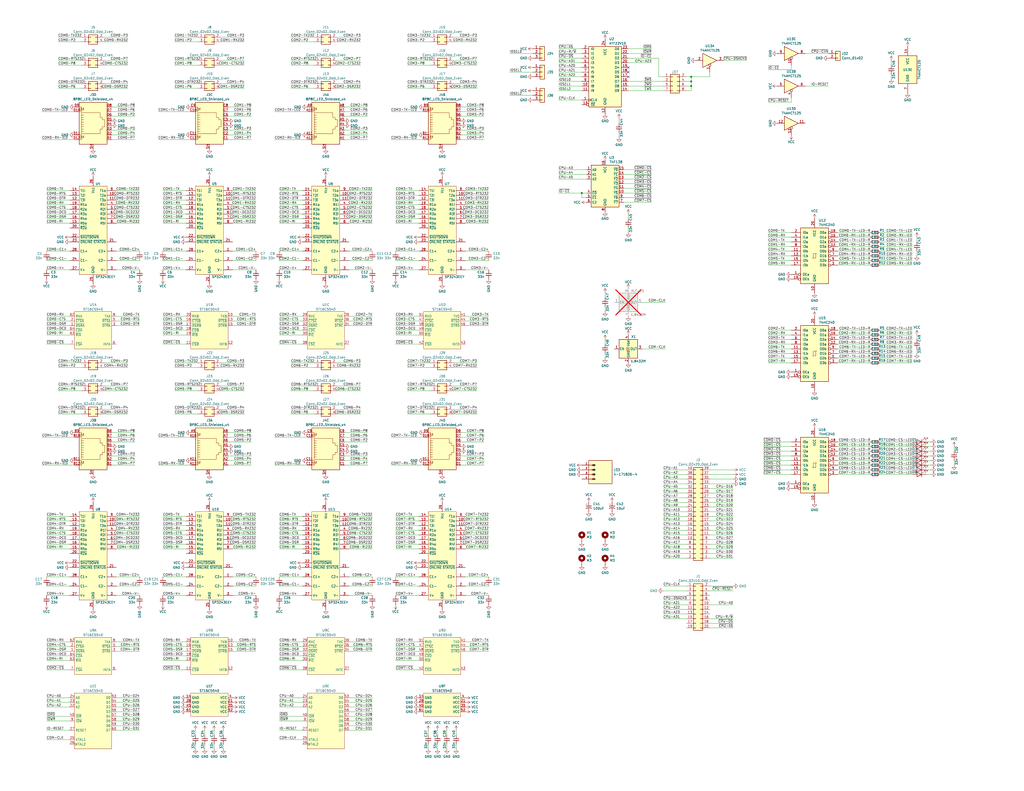
<source format=kicad_sch>
(kicad_sch (version 20231120) (generator "eeschema") (generator_version "8.0")
  (paper "C")
  (junction (at 377.19 41.91))
  (junction (at 317.5 105.41))
  (junction (at 377.19 44.45))
  (junction (at 377.19 46.99))
  (no_connect (at 342.9 36.83))
  (no_connect (at 342.9 39.37))
  (no_connect (at 342.9 41.91))
  (wire (pts (xy 222.25 35.56) (xy 234.95 35.56)))
  (wire (pts (xy 215.9 365.76) (xy 228.6 365.76)))
  (wire (pts (xy 124.46 76.2) (xy 137.16 76.2)))
  (wire (pts (xy 63.5 353.06) (xy 76.2 353.06)))
  (wire (pts (xy 222.25 210.82) (xy 234.95 210.82)))
  (wire (pts (xy 431.8 129.54) (xy 419.1 129.54)))
  (wire (pts (xy 340.36 102.87) (xy 355.6 102.87)))
  (wire (pts (xy 101.6 281.94) (xy 88.9 281.94)))
  (wire (pts (xy 266.7 320.04) (xy 254 320.04)))
  (wire (pts (xy 387.35 276.86) (xy 400.05 276.86)))
  (wire (pts (xy 215.9 137.16) (xy 228.6 137.16)))
  (wire (pts (xy 508 256.54) (xy 505.46 256.54)))
  (wire (pts (xy 480.06 246.38) (xy 497.84 246.38)))
  (wire (pts (xy 387.35 284.48) (xy 400.05 284.48)))
  (wire (pts (xy 190.5 299.72) (xy 203.2 299.72)))
  (wire (pts (xy 361.95 41.91) (xy 359.41 41.91)))
  (wire (pts (xy 95.25 20.32) (xy 107.95 20.32)))
  (wire (pts (xy 254 119.38) (xy 266.7 119.38)))
  (wire (pts (xy 127 111.76) (xy 139.7 111.76)))
  (wire (pts (xy 187.96 71.12) (xy 200.66 71.12)))
  (wire (pts (xy 431.8 251.46) (xy 416.56 251.46)))
  (wire (pts (xy 190.5 388.62) (xy 203.2 388.62)))
  (wire (pts (xy 520.7 254) (xy 520.7 251.46)))
  (wire (pts (xy 63.5 289.56) (xy 76.2 289.56)))
  (wire (pts (xy 342.9 31.75) (xy 359.41 31.75)))
  (wire (pts (xy 457.2 129.54) (xy 474.98 129.54)))
  (wire (pts (xy 254 350.52) (xy 266.7 350.52)))
  (wire (pts (xy 127 289.56) (xy 139.7 289.56)))
  (wire (pts (xy 387.35 39.37) (xy 387.35 41.91)))
  (wire (pts (xy 480.06 241.3) (xy 497.84 241.3)))
  (wire (pts (xy 266.7 294.64) (xy 254 294.64)))
  (wire (pts (xy 165.1 287.02) (xy 152.4 287.02)))
  (wire (pts (xy 165.1 104.14) (xy 152.4 104.14)))
  (wire (pts (xy 439.42 29.21) (xy 452.12 29.21)))
  (wire (pts (xy 190.5 396.24) (xy 203.2 396.24)))
  (wire (pts (xy 387.35 41.91) (xy 377.19 41.91)))
  (wire (pts (xy 190.5 398.78) (xy 203.2 398.78)))
  (wire (pts (xy 38.1 355.6) (xy 25.4 355.6)))
  (wire (pts (xy 38.1 177.8) (xy 25.4 177.8)))
  (wire (pts (xy 165.1 281.94) (xy 152.4 281.94)))
  (wire (pts (xy 88.9 320.04) (xy 101.6 320.04)))
  (wire (pts (xy 431.8 142.24) (xy 419.1 142.24)))
  (wire (pts (xy 264.16 241.3) (xy 251.46 241.3)))
  (wire (pts (xy 184.15 213.36) (xy 196.85 213.36)))
  (wire (pts (xy 215.9 314.96) (xy 228.6 314.96)))
  (wire (pts (xy 228.6 350.52) (xy 215.9 350.52)))
  (wire (pts (xy 480.06 256.54) (xy 497.84 256.54)))
  (wire (pts (xy 340.36 95.25) (xy 355.6 95.25)))
  (wire (pts (xy 480.06 198.12) (xy 497.84 198.12)))
  (wire (pts (xy 247.65 210.82) (xy 260.35 210.82)))
  (wire (pts (xy 387.35 287.02) (xy 400.05 287.02)))
  (wire (pts (xy 88.9 314.96) (xy 101.6 314.96)))
  (wire (pts (xy 63.5 114.3) (xy 76.2 114.3)))
  (wire (pts (xy 25.4 314.96) (xy 38.1 314.96)))
  (wire (pts (xy 116.84 398.78) (xy 116.84 401.32)))
  (wire (pts (xy 248.92 398.78) (xy 248.92 401.32)))
  (wire (pts (xy 457.2 193.04) (xy 474.98 193.04)))
  (wire (pts (xy 184.15 20.32) (xy 196.85 20.32)))
  (wire (pts (xy 200.66 60.96) (xy 187.96 60.96)))
  (wire (pts (xy 228.6 284.48) (xy 215.9 284.48)))
  (wire (pts (xy 184.15 210.82) (xy 196.85 210.82)))
  (wire (pts (xy 266.7 116.84) (xy 254 116.84)))
  (wire (pts (xy 480.06 137.16) (xy 497.84 137.16)))
  (wire (pts (xy 340.36 107.95) (xy 355.6 107.95)))
  (wire (pts (xy 200.66 238.76) (xy 187.96 238.76)))
  (wire (pts (xy 361.95 274.32) (xy 374.65 274.32)))
  (wire (pts (xy 158.75 22.86) (xy 171.45 22.86)))
  (wire (pts (xy 127 350.52) (xy 139.7 350.52)))
  (wire (pts (xy 361.95 276.86) (xy 374.65 276.86)))
  (wire (pts (xy 361.95 279.4) (xy 374.65 279.4)))
  (wire (pts (xy 508 246.38) (xy 505.46 246.38)))
  (wire (pts (xy 342.9 44.45) (xy 361.95 44.45)))
  (wire (pts (xy 228.6 299.72) (xy 215.9 299.72)))
  (wire (pts (xy 38.1 114.3) (xy 25.4 114.3)))
  (wire (pts (xy 203.2 314.96) (xy 190.5 314.96)))
  (wire (pts (xy 508 259.08) (xy 505.46 259.08)))
  (wire (pts (xy 387.35 330.2) (xy 400.05 330.2)))
  (wire (pts (xy 500.38 139.7) (xy 500.38 137.16)))
  (wire (pts (xy 124.46 254) (xy 137.16 254)))
  (wire (pts (xy 340.36 100.33) (xy 355.6 100.33)))
  (wire (pts (xy 254 355.6) (xy 266.7 355.6)))
  (wire (pts (xy 76.2 284.48) (xy 63.5 284.48)))
  (wire (pts (xy 228.6 287.02) (xy 215.9 287.02)))
  (wire (pts (xy 431.8 127) (xy 419.1 127)))
  (wire (pts (xy 187.96 248.92) (xy 200.66 248.92)))
  (wire (pts (xy 266.7 281.94) (xy 254 281.94)))
  (wire (pts (xy 63.5 119.38) (xy 76.2 119.38)))
  (wire (pts (xy 165.1 177.8) (xy 152.4 177.8)))
  (wire (pts (xy 25.4 187.96) (xy 38.1 187.96)))
  (wire (pts (xy 184.15 198.12) (xy 196.85 198.12)))
  (wire (pts (xy 342.9 26.67) (xy 355.6 26.67)))
  (wire (pts (xy 361.95 322.58) (xy 374.65 322.58)))
  (wire (pts (xy 480.06 132.08) (xy 497.84 132.08)))
  (wire (pts (xy 374.65 49.53) (xy 377.19 49.53)))
  (wire (pts (xy 38.1 350.52) (xy 25.4 350.52)))
  (wire (pts (xy 38.1 358.14) (xy 25.4 358.14)))
  (wire (pts (xy 76.2 281.94) (xy 63.5 281.94)))
  (wire (pts (xy 480.06 187.96) (xy 497.84 187.96)))
  (wire (pts (xy 457.2 139.7) (xy 474.98 139.7)))
  (wire (pts (xy 158.75 45.72) (xy 171.45 45.72)))
  (wire (pts (xy 457.2 185.42) (xy 474.98 185.42)))
  (wire (pts (xy 165.1 403.86) (xy 152.4 403.86)))
  (wire (pts (xy 457.2 187.96) (xy 474.98 187.96)))
  (wire (pts (xy 317.5 26.67) (xy 304.8 26.67)))
  (wire (pts (xy 165.1 111.76) (xy 152.4 111.76)))
  (wire (pts (xy 374.65 327.66) (xy 361.95 327.66)))
  (wire (pts (xy 38.1 297.18) (xy 25.4 297.18)))
  (wire (pts (xy 431.8 180.34) (xy 419.1 180.34)))
  (wire (pts (xy 63.5 386.08) (xy 76.2 386.08)))
  (wire (pts (xy 190.5 297.18) (xy 203.2 297.18)))
  (wire (pts (xy 361.95 271.78) (xy 374.65 271.78)))
  (wire (pts (xy 190.5 121.92) (xy 203.2 121.92)))
  (wire (pts (xy 63.5 299.72) (xy 76.2 299.72)))
  (wire (pts (xy 60.96 248.92) (xy 73.66 248.92)))
  (wire (pts (xy 317.5 105.41) (xy 317.5 107.95)))
  (wire (pts (xy 95.25 200.66) (xy 107.95 200.66)))
  (wire (pts (xy 228.6 292.1) (xy 215.9 292.1)))
  (wire (pts (xy 243.84 398.78) (xy 243.84 401.32)))
  (wire (pts (xy 431.8 256.54) (xy 416.56 256.54)))
  (wire (pts (xy 222.25 48.26) (xy 234.95 48.26)))
  (wire (pts (xy 361.95 330.2) (xy 374.65 330.2)))
  (wire (pts (xy 251.46 71.12) (xy 264.16 71.12)))
  (wire (pts (xy 139.7 137.16) (xy 127 137.16)))
  (wire (pts (xy 63.5 388.62) (xy 76.2 388.62)))
  (wire (pts (xy 247.65 226.06) (xy 260.35 226.06)))
  (wire (pts (xy 439.42 46.99) (xy 452.12 46.99)))
  (wire (pts (xy 31.75 200.66) (xy 44.45 200.66)))
  (wire (pts (xy 63.5 297.18) (xy 76.2 297.18)))
  (wire (pts (xy 304.8 105.41) (xy 317.5 105.41)))
  (wire (pts (xy 486.41 43.18) (xy 486.41 40.64)))
  (wire (pts (xy 200.66 63.5) (xy 187.96 63.5)))
  (wire (pts (xy 106.68 408.94) (xy 106.68 406.4)))
  (wire (pts (xy 139.7 284.48) (xy 127 284.48)))
  (wire (pts (xy 38.1 119.38) (xy 25.4 119.38)))
  (wire (pts (xy 38.1 294.64) (xy 25.4 294.64)))
  (wire (pts (xy 431.8 246.38) (xy 416.56 246.38)))
  (wire (pts (xy 31.75 45.72) (xy 44.45 45.72)))
  (wire (pts (xy 361.95 294.64) (xy 374.65 294.64)))
  (wire (pts (xy 215.9 320.04) (xy 228.6 320.04)))
  (wire (pts (xy 228.6 353.06) (xy 215.9 353.06)))
  (wire (pts (xy 278.13 52.07) (xy 290.83 52.07)))
  (wire (pts (xy 57.15 22.86) (xy 69.85 22.86)))
  (wire (pts (xy 137.16 63.5) (xy 124.46 63.5)))
  (wire (pts (xy 457.2 243.84) (xy 474.98 243.84)))
  (wire (pts (xy 247.65 200.66) (xy 260.35 200.66)))
  (wire (pts (xy 361.95 335.28) (xy 374.65 335.28)))
  (wire (pts (xy 120.65 45.72) (xy 133.35 45.72)))
  (wire (pts (xy 203.2 137.16) (xy 190.5 137.16)))
  (wire (pts (xy 457.2 182.88) (xy 474.98 182.88)))
  (wire (pts (xy 340.36 105.41) (xy 355.6 105.41)))
  (wire (pts (xy 361.95 289.56) (xy 374.65 289.56)))
  (wire (pts (xy 40.64 76.2) (xy 22.86 76.2)))
  (wire (pts (xy 63.5 393.7) (xy 76.2 393.7)))
  (wire (pts (xy 76.2 104.14) (xy 63.5 104.14)))
  (wire (pts (xy 387.35 289.56) (xy 400.05 289.56)))
  (wire (pts (xy 127 292.1) (xy 139.7 292.1)))
  (wire (pts (xy 387.35 302.26) (xy 400.05 302.26)))
  (wire (pts (xy 266.7 314.96) (xy 254 314.96)))
  (wire (pts (xy 38.1 403.86) (xy 25.4 403.86)))
  (wire (pts (xy 278.13 29.21) (xy 290.83 29.21)))
  (wire (pts (xy 57.15 226.06) (xy 69.85 226.06)))
  (wire (pts (xy 101.6 358.14) (xy 88.9 358.14)))
  (wire (pts (xy 457.2 198.12) (xy 474.98 198.12)))
  (wire (pts (xy 139.7 325.12) (xy 127 325.12)))
  (wire (pts (xy 340.36 97.79) (xy 355.6 97.79)))
  (wire (pts (xy 25.4 386.08) (xy 38.1 386.08)))
  (wire (pts (xy 101.6 182.88) (xy 88.9 182.88)))
  (wire (pts (xy 38.1 287.02) (xy 25.4 287.02)))
  (wire (pts (xy 60.96 73.66) (xy 73.66 73.66)))
  (wire (pts (xy 247.65 22.86) (xy 260.35 22.86)))
  (wire (pts (xy 165.1 381) (xy 152.4 381)))
  (wire (pts (xy 104.14 76.2) (xy 86.36 76.2)))
  (wire (pts (xy 203.2 281.94) (xy 190.5 281.94)))
  (wire (pts (xy 342.9 49.53) (xy 361.95 49.53)))
  (wire (pts (xy 101.6 172.72) (xy 88.9 172.72)))
  (wire (pts (xy 251.46 251.46) (xy 264.16 251.46)))
  (wire (pts (xy 361.95 320.04) (xy 374.65 320.04)))
  (wire (pts (xy 342.9 29.21) (xy 355.6 29.21)))
  (wire (pts (xy 190.5 114.3) (xy 203.2 114.3)))
  (wire (pts (xy 101.6 119.38) (xy 88.9 119.38)))
  (wire (pts (xy 431.8 185.42) (xy 419.1 185.42)))
  (wire (pts (xy 304.8 54.61) (xy 317.5 54.61)))
  (wire (pts (xy 361.95 266.7) (xy 374.65 266.7)))
  (wire (pts (xy 266.7 142.24) (xy 254 142.24)))
  (wire (pts (xy 184.15 48.26) (xy 196.85 48.26)))
  (wire (pts (xy 101.6 121.92) (xy 88.9 121.92)))
  (wire (pts (xy 228.6 106.68) (xy 215.9 106.68)))
  (wire (pts (xy 121.92 408.94) (xy 121.92 406.4)))
  (wire (pts (xy 38.1 109.22) (xy 25.4 109.22)))
  (wire (pts (xy 342.9 46.99) (xy 361.95 46.99)))
  (wire (pts (xy 120.65 48.26) (xy 133.35 48.26)))
  (wire (pts (xy 95.25 45.72) (xy 107.95 45.72)))
  (wire (pts (xy 304.8 34.29) (xy 317.5 34.29)))
  (wire (pts (xy 317.5 31.75) (xy 304.8 31.75)))
  (wire (pts (xy 457.2 180.34) (xy 474.98 180.34)))
  (wire (pts (xy 387.35 279.4) (xy 400.05 279.4)))
  (wire (pts (xy 101.6 292.1) (xy 88.9 292.1)))
  (wire (pts (xy 457.2 137.16) (xy 474.98 137.16)))
  (wire (pts (xy 101.6 294.64) (xy 88.9 294.64)))
  (wire (pts (xy 165.1 299.72) (xy 152.4 299.72)))
  (wire (pts (xy 431.8 193.04) (xy 419.1 193.04)))
  (wire (pts (xy 127 355.6) (xy 139.7 355.6)))
  (wire (pts (xy 167.64 254) (xy 149.86 254)))
  (wire (pts (xy 387.35 299.72) (xy 400.05 299.72)))
  (wire (pts (xy 228.6 360.68) (xy 215.9 360.68)))
  (wire (pts (xy 215.9 187.96) (xy 228.6 187.96)))
  (wire (pts (xy 152.4 365.76) (xy 165.1 365.76)))
  (wire (pts (xy 228.6 358.14) (xy 215.9 358.14)))
  (wire (pts (xy 101.6 114.3) (xy 88.9 114.3)))
  (wire (pts (xy 254 292.1) (xy 266.7 292.1)))
  (wire (pts (xy 480.06 185.42) (xy 497.84 185.42)))
  (wire (pts (xy 152.4 142.24) (xy 165.1 142.24)))
  (wire (pts (xy 457.2 251.46) (xy 474.98 251.46)))
  (wire (pts (xy 76.2 109.22) (xy 63.5 109.22)))
  (wire (pts (xy 190.5 172.72) (xy 203.2 172.72)))
  (wire (pts (xy 266.7 287.02) (xy 254 287.02)))
  (wire (pts (xy 361.95 284.48) (xy 374.65 284.48)))
  (wire (pts (xy 60.96 251.46) (xy 73.66 251.46)))
  (wire (pts (xy 387.35 292.1) (xy 400.05 292.1)))
  (wire (pts (xy 457.2 142.24) (xy 474.98 142.24)))
  (wire (pts (xy 361.95 259.08) (xy 374.65 259.08)))
  (wire (pts (xy 355.6 34.29) (xy 342.9 34.29)))
  (wire (pts (xy 165.1 119.38) (xy 152.4 119.38)))
  (wire (pts (xy 480.06 248.92) (xy 497.84 248.92)))
  (wire (pts (xy 38.1 106.68) (xy 25.4 106.68)))
  (wire (pts (xy 266.7 147.32) (xy 254 147.32)))
  (wire (pts (xy 120.65 22.86) (xy 133.35 22.86)))
  (wire (pts (xy 480.06 134.62) (xy 497.84 134.62)))
  (wire (pts (xy 101.6 284.48) (xy 88.9 284.48)))
  (wire (pts (xy 215.9 142.24) (xy 228.6 142.24)))
  (wire (pts (xy 508 241.3) (xy 505.46 241.3)))
  (wire (pts (xy 254 177.8) (xy 266.7 177.8)))
  (wire (pts (xy 73.66 241.3) (xy 60.96 241.3)))
  (wire (pts (xy 63.5 350.52) (xy 76.2 350.52)))
  (wire (pts (xy 330.2 195.58) (xy 330.2 193.04)))
  (wire (pts (xy 251.46 73.66) (xy 264.16 73.66)))
  (wire (pts (xy 278.13 39.37) (xy 290.83 39.37)))
  (wire (pts (xy 167.64 238.76) (xy 149.86 238.76)))
  (wire (pts (xy 167.64 76.2) (xy 149.86 76.2)))
  (wire (pts (xy 101.6 104.14) (xy 88.9 104.14)))
  (wire (pts (xy 184.15 226.06) (xy 196.85 226.06)))
  (wire (pts (xy 251.46 248.92) (xy 264.16 248.92)))
  (wire (pts (xy 139.7 142.24) (xy 127 142.24)))
  (wire (pts (xy 124.46 71.12) (xy 137.16 71.12)))
  (wire (pts (xy 57.15 35.56) (xy 69.85 35.56)))
  (wire (pts (xy 361.95 269.24) (xy 374.65 269.24)))
  (wire (pts (xy 127 121.92) (xy 139.7 121.92)))
  (wire (pts (xy 233.68 398.78) (xy 233.68 401.32)))
  (wire (pts (xy 254 297.18) (xy 266.7 297.18)))
  (wire (pts (xy 184.15 35.56) (xy 196.85 35.56)))
  (wire (pts (xy 190.5 111.76) (xy 203.2 111.76)))
  (wire (pts (xy 76.2 116.84) (xy 63.5 116.84)))
  (wire (pts (xy 95.25 22.86) (xy 107.95 22.86)))
  (wire (pts (xy 95.25 213.36) (xy 107.95 213.36)))
  (wire (pts (xy 190.5 393.7) (xy 203.2 393.7)))
  (wire (pts (xy 95.25 198.12) (xy 107.95 198.12)))
  (wire (pts (xy 480.06 180.34) (xy 497.84 180.34)))
  (wire (pts (xy 31.75 226.06) (xy 44.45 226.06)))
  (wire (pts (xy 238.76 398.78) (xy 238.76 401.32)))
  (wire (pts (xy 158.75 48.26) (xy 171.45 48.26)))
  (wire (pts (xy 266.7 109.22) (xy 254 109.22)))
  (wire (pts (xy 374.65 46.99) (xy 377.19 46.99)))
  (wire (pts (xy 228.6 182.88) (xy 215.9 182.88)))
  (wire (pts (xy 139.7 116.84) (xy 127 116.84)))
  (wire (pts (xy 190.5 350.52) (xy 203.2 350.52)))
  (wire (pts (xy 222.25 33.02) (xy 234.95 33.02)))
  (wire (pts (xy 25.4 137.16) (xy 38.1 137.16)))
  (wire (pts (xy 361.95 332.74) (xy 374.65 332.74)))
  (wire (pts (xy 500.38 182.88) (xy 500.38 185.42)))
  (wire (pts (xy 101.6 297.18) (xy 88.9 297.18)))
  (wire (pts (xy 38.1 284.48) (xy 25.4 284.48)))
  (wire (pts (xy 266.7 325.12) (xy 254 325.12)))
  (wire (pts (xy 400.05 320.04) (xy 387.35 320.04)))
  (wire (pts (xy 137.16 236.22) (xy 124.46 236.22)))
  (wire (pts (xy 215.9 147.32) (xy 228.6 147.32)))
  (wire (pts (xy 88.9 325.12) (xy 101.6 325.12)))
  (wire (pts (xy 231.14 254) (xy 213.36 254)))
  (wire (pts (xy 228.6 116.84) (xy 215.9 116.84)))
  (wire (pts (xy 38.1 393.7) (xy 25.4 393.7)))
  (wire (pts (xy 264.16 58.42) (xy 251.46 58.42)))
  (wire (pts (xy 264.16 238.76) (xy 251.46 238.76)))
  (wire (pts (xy 137.16 60.96) (xy 124.46 60.96)))
  (wire (pts (xy 73.66 63.5) (xy 60.96 63.5)))
  (wire (pts (xy 152.4 320.04) (xy 165.1 320.04)))
  (wire (pts (xy 377.19 44.45) (xy 377.19 41.91)))
  (wire (pts (xy 31.75 213.36) (xy 44.45 213.36)))
  (wire (pts (xy 139.7 294.64) (xy 127 294.64)))
  (wire (pts (xy 508 243.84) (xy 505.46 243.84)))
  (wire (pts (xy 222.25 20.32) (xy 234.95 20.32)))
  (wire (pts (xy 165.1 360.68) (xy 152.4 360.68)))
  (wire (pts (xy 139.7 314.96) (xy 127 314.96)))
  (wire (pts (xy 222.25 200.66) (xy 234.95 200.66)))
  (wire (pts (xy 165.1 294.64) (xy 152.4 294.64)))
  (wire (pts (xy 200.66 236.22) (xy 187.96 236.22)))
  (wire (pts (xy 38.1 104.14) (xy 25.4 104.14)))
  (wire (pts (xy 231.14 60.96) (xy 213.36 60.96)))
  (wire (pts (xy 158.75 33.02) (xy 171.45 33.02)))
  (wire (pts (xy 38.1 180.34) (xy 25.4 180.34)))
  (wire (pts (xy 165.1 355.6) (xy 152.4 355.6)))
  (wire (pts (xy 480.06 259.08) (xy 497.84 259.08)))
  (wire (pts (xy 361.95 287.02) (xy 374.65 287.02)))
  (wire (pts (xy 73.66 236.22) (xy 60.96 236.22)))
  (wire (pts (xy 25.4 383.54) (xy 38.1 383.54)))
  (wire (pts (xy 165.1 398.78) (xy 152.4 398.78)))
  (wire (pts (xy 95.25 226.06) (xy 107.95 226.06)))
  (wire (pts (xy 387.35 266.7) (xy 400.05 266.7)))
  (wire (pts (xy 200.66 58.42) (xy 187.96 58.42)))
  (wire (pts (xy 431.8 144.78) (xy 419.1 144.78)))
  (wire (pts (xy 254 172.72) (xy 266.7 172.72)))
  (wire (pts (xy 88.9 147.32) (xy 101.6 147.32)))
  (wire (pts (xy 38.1 353.06) (xy 25.4 353.06)))
  (wire (pts (xy 120.65 20.32) (xy 133.35 20.32)))
  (wire (pts (xy 25.4 365.76) (xy 38.1 365.76)))
  (wire (pts (xy 38.1 360.68) (xy 25.4 360.68)))
  (wire (pts (xy 165.1 172.72) (xy 152.4 172.72)))
  (wire (pts (xy 158.75 198.12) (xy 171.45 198.12)))
  (wire (pts (xy 247.65 33.02) (xy 260.35 33.02)))
  (wire (pts (xy 500.38 193.04) (xy 500.38 190.5)))
  (wire (pts (xy 31.75 198.12) (xy 44.45 198.12)))
  (wire (pts (xy 508 251.46) (xy 505.46 251.46)))
  (wire (pts (xy 165.1 175.26) (xy 152.4 175.26)))
  (wire (pts (xy 38.1 175.26) (xy 25.4 175.26)))
  (wire (pts (xy 60.96 254) (xy 73.66 254)))
  (wire (pts (xy 152.4 137.16) (xy 165.1 137.16)))
  (wire (pts (xy 228.6 281.94) (xy 215.9 281.94)))
  (wire (pts (xy 63.5 292.1) (xy 76.2 292.1)))
  (wire (pts (xy 215.9 325.12) (xy 228.6 325.12)))
  (wire (pts (xy 95.25 35.56) (xy 107.95 35.56)))
  (wire (pts (xy 165.1 289.56) (xy 152.4 289.56)))
  (wire (pts (xy 457.2 190.5) (xy 474.98 190.5)))
  (wire (pts (xy 152.4 314.96) (xy 165.1 314.96)))
  (wire (pts (xy 350.52 190.5) (xy 363.22 190.5)))
  (wire (pts (xy 139.7 287.02) (xy 127 287.02)))
  (wire (pts (xy 457.2 256.54) (xy 474.98 256.54)))
  (wire (pts (xy 304.8 39.37) (xy 317.5 39.37)))
  (wire (pts (xy 304.8 95.25) (xy 320.04 95.25)))
  (wire (pts (xy 266.7 137.16) (xy 254 137.16)))
  (wire (pts (xy 120.65 200.66) (xy 133.35 200.66)))
  (wire (pts (xy 387.35 297.18) (xy 400.05 297.18)))
  (wire (pts (xy 361.95 292.1) (xy 374.65 292.1)))
  (wire (pts (xy 228.6 172.72) (xy 215.9 172.72)))
  (wire (pts (xy 116.84 408.94) (xy 116.84 406.4)))
  (wire (pts (xy 304.8 41.91) (xy 317.5 41.91)))
  (wire (pts (xy 40.64 238.76) (xy 22.86 238.76)))
  (wire (pts (xy 387.35 281.94) (xy 400.05 281.94)))
  (wire (pts (xy 387.35 342.9) (xy 400.05 342.9)))
  (wire (pts (xy 304.8 49.53) (xy 317.5 49.53)))
  (wire (pts (xy 377.19 49.53) (xy 377.19 46.99)))
  (wire (pts (xy 251.46 76.2) (xy 264.16 76.2)))
  (wire (pts (xy 31.75 48.26) (xy 44.45 48.26)))
  (wire (pts (xy 228.6 180.34) (xy 215.9 180.34)))
  (wire (pts (xy 38.1 292.1) (xy 25.4 292.1)))
  (wire (pts (xy 121.92 398.78) (xy 121.92 401.32)))
  (wire (pts (xy 247.65 45.72) (xy 260.35 45.72)))
  (wire (pts (xy 167.64 60.96) (xy 149.86 60.96)))
  (wire (pts (xy 457.2 254) (xy 474.98 254)))
  (wire (pts (xy 247.65 20.32) (xy 260.35 20.32)))
  (wire (pts (xy 165.1 116.84) (xy 152.4 116.84)))
  (wire (pts (xy 63.5 391.16) (xy 76.2 391.16)))
  (wire (pts (xy 480.06 243.84) (xy 497.84 243.84)))
  (wire (pts (xy 330.2 160.02) (xy 330.2 162.56)))
  (wire (pts (xy 431.8 132.08) (xy 419.1 132.08)))
  (wire (pts (xy 63.5 383.54) (xy 76.2 383.54)))
  (wire (pts (xy 247.65 48.26) (xy 260.35 48.26)))
  (wire (pts (xy 222.25 45.72) (xy 234.95 45.72)))
  (wire (pts (xy 127 299.72) (xy 139.7 299.72)))
  (wire (pts (xy 101.6 360.68) (xy 88.9 360.68)))
  (wire (pts (xy 165.1 358.14) (xy 152.4 358.14)))
  (wire (pts (xy 431.8 182.88) (xy 419.1 182.88)))
  (wire (pts (xy 431.8 259.08) (xy 416.56 259.08)))
  (wire (pts (xy 304.8 36.83) (xy 317.5 36.83)))
  (wire (pts (xy 233.68 408.94) (xy 233.68 406.4)))
  (wire (pts (xy 139.7 281.94) (xy 127 281.94)))
  (wire (pts (xy 139.7 109.22) (xy 127 109.22)))
  (wire (pts (xy 60.96 76.2) (xy 73.66 76.2)))
  (wire (pts (xy 57.15 198.12) (xy 69.85 198.12)))
  (wire (pts (xy 25.4 147.32) (xy 38.1 147.32)))
  (wire (pts (xy 387.35 261.62) (xy 400.05 261.62)))
  (wire (pts (xy 387.35 337.82) (xy 400.05 337.82)))
  (wire (pts (xy 508 254) (xy 505.46 254)))
  (wire (pts (xy 57.15 48.26) (xy 69.85 48.26)))
  (wire (pts (xy 350.52 165.1) (xy 363.22 165.1)))
  (wire (pts (xy 254 299.72) (xy 266.7 299.72)))
  (wire (pts (xy 152.4 386.08) (xy 165.1 386.08)))
  (wire (pts (xy 25.4 142.24) (xy 38.1 142.24)))
  (wire (pts (xy 342.9 116.84) (xy 342.9 119.38)))
  (wire (pts (xy 120.65 35.56) (xy 133.35 35.56)))
  (wire (pts (xy 158.75 210.82) (xy 171.45 210.82)))
  (wire (pts (xy 38.1 299.72) (xy 25.4 299.72)))
  (wire (pts (xy 101.6 106.68) (xy 88.9 106.68)))
  (wire (pts (xy 76.2 294.64) (xy 63.5 294.64)))
  (wire (pts (xy 508 248.92) (xy 505.46 248.92)))
  (wire (pts (xy 330.2 170.18) (xy 330.2 167.64)))
  (wire (pts (xy 165.1 284.48) (xy 152.4 284.48)))
  (wire (pts (xy 158.75 213.36) (xy 171.45 213.36)))
  (wire (pts (xy 38.1 391.16) (xy 25.4 391.16)))
  (wire (pts (xy 38.1 381) (xy 25.4 381)))
  (wire (pts (xy 431.8 198.12) (xy 419.1 198.12)))
  (wire (pts (xy 304.8 46.99) (xy 317.5 46.99)))
  (wire (pts (xy 190.5 353.06) (xy 203.2 353.06)))
  (wire (pts (xy 127 353.06) (xy 139.7 353.06)))
  (wire (pts (xy 304.8 97.79) (xy 320.04 97.79)))
  (wire (pts (xy 387.35 271.78) (xy 400.05 271.78)))
  (wire (pts (xy 304.8 92.71) (xy 320.04 92.71)))
  (wire (pts (xy 165.1 350.52) (xy 152.4 350.52)))
  (wire (pts (xy 165.1 180.34) (xy 152.4 180.34)))
  (wire (pts (xy 247.65 213.36) (xy 260.35 213.36)))
  (wire (pts (xy 76.2 106.68) (xy 63.5 106.68)))
  (wire (pts (xy 190.5 391.16) (xy 203.2 391.16)))
  (wire (pts (xy 190.5 119.38) (xy 203.2 119.38)))
  (wire (pts (xy 231.14 238.76) (xy 213.36 238.76)))
  (wire (pts (xy 184.15 200.66) (xy 196.85 200.66)))
  (wire (pts (xy 457.2 127) (xy 474.98 127)))
  (wire (pts (xy 124.46 73.66) (xy 137.16 73.66)))
  (wire (pts (xy 317.5 105.41) (xy 320.04 105.41)))
  (wire (pts (xy 101.6 116.84) (xy 88.9 116.84)))
  (wire (pts (xy 457.2 259.08) (xy 474.98 259.08)))
  (wire (pts (xy 25.4 320.04) (xy 38.1 320.04)))
  (wire (pts (xy 228.6 355.6) (xy 215.9 355.6)))
  (wire (pts (xy 266.7 106.68) (xy 254 106.68)))
  (wire (pts (xy 101.6 177.8) (xy 88.9 177.8)))
  (wire (pts (xy 457.2 248.92) (xy 474.98 248.92)))
  (wire (pts (xy 38.1 116.84) (xy 25.4 116.84)))
  (wire (pts (xy 40.64 60.96) (xy 22.86 60.96)))
  (wire (pts (xy 457.2 241.3) (xy 474.98 241.3)))
  (wire (pts (xy 340.36 110.49) (xy 355.6 110.49)))
  (wire (pts (xy 88.9 142.24) (xy 101.6 142.24)))
  (wire (pts (xy 431.8 190.5) (xy 419.1 190.5)))
  (wire (pts (xy 359.41 41.91) (xy 359.41 31.75)))
  (wire (pts (xy 120.65 226.06) (xy 133.35 226.06)))
  (wire (pts (xy 73.66 60.96) (xy 60.96 60.96)))
  (wire (pts (xy 238.76 408.94) (xy 238.76 406.4)))
  (wire (pts (xy 228.6 297.18) (xy 215.9 297.18)))
  (wire (pts (xy 361.95 297.18) (xy 374.65 297.18)))
  (wire (pts (xy 158.75 223.52) (xy 171.45 223.52)))
  (wire (pts (xy 394.97 33.02) (xy 407.67 33.02)))
  (wire (pts (xy 152.4 325.12) (xy 165.1 325.12)))
  (wire (pts (xy 57.15 210.82) (xy 69.85 210.82)))
  (wire (pts (xy 101.6 350.52) (xy 88.9 350.52)))
  (wire (pts (xy 266.7 284.48) (xy 254 284.48)))
  (wire (pts (xy 203.2 104.14) (xy 190.5 104.14)))
  (wire (pts (xy 228.6 175.26) (xy 215.9 175.26)))
  (wire (pts (xy 63.5 175.26) (xy 76.2 175.26)))
  (wire (pts (xy 137.16 241.3) (xy 124.46 241.3)))
  (wire (pts (xy 101.6 111.76) (xy 88.9 111.76)))
  (wire (pts (xy 139.7 106.68) (xy 127 106.68)))
  (wire (pts (xy 387.35 340.36) (xy 400.05 340.36)))
  (wire (pts (xy 25.4 325.12) (xy 38.1 325.12)))
  (wire (pts (xy 361.95 261.62) (xy 374.65 261.62)))
  (wire (pts (xy 104.14 60.96) (xy 86.36 60.96)))
  (wire (pts (xy 457.2 195.58) (xy 474.98 195.58)))
  (wire (pts (xy 152.4 383.54) (xy 165.1 383.54)))
  (wire (pts (xy 254 175.26) (xy 266.7 175.26)))
  (wire (pts (xy 190.5 289.56) (xy 203.2 289.56)))
  (wire (pts (xy 251.46 254) (xy 264.16 254)))
  (wire (pts (xy 76.2 325.12) (xy 63.5 325.12)))
  (wire (pts (xy 190.5 355.6) (xy 203.2 355.6)))
  (wire (pts (xy 222.25 223.52) (xy 234.95 223.52)))
  (wire (pts (xy 266.7 104.14) (xy 254 104.14)))
  (wire (pts (xy 165.1 182.88) (xy 152.4 182.88)))
  (wire (pts (xy 127 114.3) (xy 139.7 114.3)))
  (wire (pts (xy 40.64 254) (xy 22.86 254)))
  (wire (pts (xy 431.8 243.84) (xy 416.56 243.84)))
  (wire (pts (xy 228.6 289.56) (xy 215.9 289.56)))
  (wire (pts (xy 361.95 337.82) (xy 374.65 337.82)))
  (wire (pts (xy 361.95 264.16) (xy 374.65 264.16)))
  (wire (pts (xy 431.8 187.96) (xy 419.1 187.96)))
  (wire (pts (xy 165.1 393.7) (xy 152.4 393.7)))
  (wire (pts (xy 120.65 210.82) (xy 133.35 210.82)))
  (wire (pts (xy 480.06 139.7) (xy 497.84 139.7)))
  (wire (pts (xy 73.66 58.42) (xy 60.96 58.42)))
  (wire (pts (xy 165.1 292.1) (xy 152.4 292.1)))
  (wire (pts (xy 120.65 33.02) (xy 133.35 33.02)))
  (wire (pts (xy 76.2 142.24) (xy 63.5 142.24)))
  (wire (pts (xy 165.1 391.16) (xy 152.4 391.16)))
  (wire (pts (xy 184.15 33.02) (xy 196.85 33.02)))
  (wire (pts (xy 187.96 73.66) (xy 200.66 73.66)))
  (wire (pts (xy 165.1 297.18) (xy 152.4 297.18)))
  (wire (pts (xy 247.65 35.56) (xy 260.35 35.56)))
  (wire (pts (xy 480.06 254) (xy 497.84 254)))
  (wire (pts (xy 337.82 64.77) (xy 337.82 67.31)))
  (wire (pts (xy 137.16 238.76) (xy 124.46 238.76)))
  (wire (pts (xy 203.2 147.32) (xy 190.5 147.32)))
  (wire (pts (xy 124.46 251.46) (xy 137.16 251.46)))
  (wire (pts (xy 63.5 355.6) (xy 76.2 355.6)))
  (wire (pts (xy 431.8 137.16) (xy 419.1 137.16)))
  (wire (pts (xy 374.65 41.91) (xy 377.19 41.91)))
  (wire (pts (xy 222.25 22.86) (xy 234.95 22.86)))
  (wire (pts (xy 228.6 121.92) (xy 215.9 121.92)))
  (wire (pts (xy 340.36 92.71) (xy 355.6 92.71)))
  (wire (pts (xy 457.2 134.62) (xy 474.98 134.62)))
  (wire (pts (xy 104.14 254) (xy 86.36 254)))
  (wire (pts (xy 187.96 76.2) (xy 200.66 76.2)))
  (wire (pts (xy 480.06 182.88) (xy 497.84 182.88)))
  (wire (pts (xy 88.9 137.16) (xy 101.6 137.16)))
  (wire (pts (xy 57.15 20.32) (xy 69.85 20.32)))
  (wire (pts (xy 228.6 109.22) (xy 215.9 109.22)))
  (wire (pts (xy 480.06 129.54) (xy 497.84 129.54)))
  (wire (pts (xy 431.8 35.56) (xy 431.8 38.1)))
  (wire (pts (xy 101.6 109.22) (xy 88.9 109.22)))
  (wire (pts (xy 139.7 147.32) (xy 127 147.32)))
  (wire (pts (xy 139.7 320.04) (xy 127 320.04)))
  (wire (pts (xy 31.75 35.56) (xy 44.45 35.56)))
  (wire (pts (xy 184.15 45.72) (xy 196.85 45.72)))
  (wire (pts (xy 63.5 111.76) (xy 76.2 111.76)))
  (wire (pts (xy 165.1 353.06) (xy 152.4 353.06)))
  (wire (pts (xy 31.75 210.82) (xy 44.45 210.82)))
  (wire (pts (xy 320.04 107.95) (xy 317.5 107.95)))
  (wire (pts (xy 431.8 139.7) (xy 419.1 139.7)))
  (wire (pts (xy 158.75 20.32) (xy 171.45 20.32)))
  (wire (pts (xy 63.5 121.92) (xy 76.2 121.92)))
  (wire (pts (xy 387.35 274.32) (xy 400.05 274.32)))
  (wire (pts (xy 57.15 45.72) (xy 69.85 45.72)))
  (wire (pts (xy 387.35 264.16) (xy 400.05 264.16)))
  (wire (pts (xy 38.1 111.76) (xy 25.4 111.76)))
  (wire (pts (xy 190.5 386.08) (xy 203.2 386.08)))
  (wire (pts (xy 387.35 304.8) (xy 400.05 304.8)))
  (wire (pts (xy 264.16 236.22) (xy 251.46 236.22)))
  (wire (pts (xy 187.96 254) (xy 200.66 254)))
  (wire (pts (xy 184.15 22.86) (xy 196.85 22.86)))
  (wire (pts (xy 38.1 172.72) (xy 25.4 172.72)))
  (wire (pts (xy 228.6 177.8) (xy 215.9 177.8)))
  (wire (pts (xy 500.38 129.54) (xy 500.38 132.08)))
  (wire (pts (xy 361.95 302.26) (xy 374.65 302.26)))
  (wire (pts (xy 63.5 381) (xy 76.2 381)))
  (wire (pts (xy 76.2 147.32) (xy 63.5 147.32)))
  (wire (pts (xy 31.75 22.86) (xy 44.45 22.86)))
  (wire (pts (xy 95.25 48.26) (xy 107.95 48.26)))
  (wire (pts (xy 127 119.38) (xy 139.7 119.38)))
  (wire (pts (xy 486.41 33.02) (xy 486.41 35.56)))
  (wire (pts (xy 480.06 251.46) (xy 497.84 251.46)))
  (wire (pts (xy 31.75 20.32) (xy 44.45 20.32)))
  (wire (pts (xy 480.06 190.5) (xy 497.84 190.5)))
  (wire (pts (xy 104.14 238.76) (xy 86.36 238.76)))
  (wire (pts (xy 57.15 33.02) (xy 69.85 33.02)))
  (wire (pts (xy 330.2 185.42) (xy 330.2 187.96)))
  (wire (pts (xy 101.6 180.34) (xy 88.9 180.34)))
  (wire (pts (xy 101.6 299.72) (xy 88.9 299.72)))
  (wire (pts (xy 361.95 299.72) (xy 374.65 299.72)))
  (wire (pts (xy 337.82 74.93) (xy 337.82 72.39)))
  (wire (pts (xy 387.35 269.24) (xy 400.05 269.24)))
  (wire (pts (xy 190.5 383.54) (xy 203.2 383.54)))
  (wire (pts (xy 264.16 60.96) (xy 251.46 60.96)))
  (wire (pts (xy 158.75 200.66) (xy 171.45 200.66)))
  (wire (pts (xy 480.06 142.24) (xy 497.84 142.24)))
  (wire (pts (xy 264.16 63.5) (xy 251.46 63.5)))
  (wire (pts (xy 95.25 33.02) (xy 107.95 33.02)))
  (wire (pts (xy 254 111.76) (xy 266.7 111.76)))
  (wire (pts (xy 60.96 71.12) (xy 73.66 71.12)))
  (wire (pts (xy 38.1 121.92) (xy 25.4 121.92)))
  (wire (pts (xy 76.2 287.02) (xy 63.5 287.02)))
  (wire (pts (xy 31.75 223.52) (xy 44.45 223.52)))
  (wire (pts (xy 73.66 238.76) (xy 60.96 238.76)))
  (wire (pts (xy 190.5 177.8) (xy 203.2 177.8)))
  (wire (pts (xy 95.25 223.52) (xy 107.95 223.52)))
  (wire (pts (xy 254 121.92) (xy 266.7 121.92)))
  (wire (pts (xy 38.1 289.56) (xy 25.4 289.56)))
  (wire (pts (xy 431.8 248.92) (xy 416.56 248.92)))
  (wire (pts (xy 374.65 44.45) (xy 377.19 44.45)))
  (wire (pts (xy 57.15 223.52) (xy 69.85 223.52)))
  (wire (pts (xy 127 177.8) (xy 139.7 177.8)))
  (wire (pts (xy 228.6 114.3) (xy 215.9 114.3)))
  (wire (pts (xy 203.2 116.84) (xy 190.5 116.84)))
  (wire (pts (xy 127 175.26) (xy 139.7 175.26)))
  (wire (pts (xy 203.2 320.04) (xy 190.5 320.04)))
  (wire (pts (xy 203.2 325.12) (xy 190.5 325.12)))
  (wire (pts (xy 387.35 294.64) (xy 400.05 294.64)))
  (wire (pts (xy 101.6 353.06) (xy 88.9 353.06)))
  (wire (pts (xy 228.6 111.76) (xy 215.9 111.76)))
  (wire (pts (xy 190.5 381) (xy 203.2 381)))
  (wire (pts (xy 387.35 259.08) (xy 400.05 259.08)))
  (wire (pts (xy 137.16 58.42) (xy 124.46 58.42)))
  (wire (pts (xy 63.5 172.72) (xy 76.2 172.72)))
  (wire (pts (xy 76.2 320.04) (xy 63.5 320.04)))
  (wire (pts (xy 76.2 137.16) (xy 63.5 137.16)))
  (wire (pts (xy 200.66 241.3) (xy 187.96 241.3)))
  (wire (pts (xy 203.2 284.48) (xy 190.5 284.48)))
  (wire (pts (xy 127 297.18) (xy 139.7 297.18)))
  (wire (pts (xy 419.1 38.1) (xy 431.8 38.1)))
  (wire (pts (xy 247.65 198.12) (xy 260.35 198.12)))
  (wire (pts (xy 457.2 144.78) (xy 474.98 144.78)))
  (wire (pts (xy 480.06 144.78) (xy 497.84 144.78)))
  (wire (pts (xy 76.2 314.96) (xy 63.5 314.96)))
  (wire (pts (xy 63.5 177.8) (xy 76.2 177.8)))
  (wire (pts (xy 139.7 104.14) (xy 127 104.14)))
  (wire (pts (xy 431.8 254) (xy 416.56 254)))
  (wire (pts (xy 222.25 226.06) (xy 234.95 226.06)))
  (wire (pts (xy 419.1 55.88) (xy 431.8 55.88)))
  (wire (pts (xy 111.76 398.78) (xy 111.76 401.32)))
  (wire (pts (xy 431.8 53.34) (xy 431.8 55.88)))
  (wire (pts (xy 342.9 127) (xy 342.9 124.46)))
  (wire (pts (xy 158.75 226.06) (xy 171.45 226.06)))
  (wire (pts (xy 203.2 109.22) (xy 190.5 109.22)))
  (wire (pts (xy 520.7 243.84) (xy 520.7 246.38)))
  (wire (pts (xy 387.35 322.58) (xy 400.05 322.58)))
  (wire (pts (xy 101.6 287.02) (xy 88.9 287.02)))
  (wire (pts (xy 228.6 119.38) (xy 215.9 119.38)))
  (wire (pts (xy 254 353.06) (xy 266.7 353.06)))
  (wire (pts (xy 63.5 396.24) (xy 76.2 396.24)))
  (wire (pts (xy 480.06 193.04) (xy 497.84 193.04)))
  (wire (pts (xy 203.2 287.02) (xy 190.5 287.02)))
  (wire (pts (xy 63.5 398.78) (xy 76.2 398.78)))
  (wire (pts (xy 431.8 241.3) (xy 416.56 241.3)))
  (wire (pts (xy 248.92 408.94) (xy 248.92 406.4)))
  (wire (pts (xy 106.68 398.78) (xy 106.68 401.32)))
  (wire (pts (xy 377.19 46.99) (xy 377.19 44.45)))
  (wire (pts (xy 101.6 289.56) (xy 88.9 289.56)))
  (wire (pts (xy 228.6 294.64) (xy 215.9 294.64)))
  (wire (pts (xy 101.6 175.26) (xy 88.9 175.26)))
  (wire (pts (xy 190.5 175.26) (xy 203.2 175.26)))
  (wire (pts (xy 387.35 256.54) (xy 400.05 256.54)))
  (wire (pts (xy 124.46 248.92) (xy 137.16 248.92)))
  (wire (pts (xy 152.4 187.96) (xy 165.1 187.96)))
  (wire (pts (xy 158.75 35.56) (xy 171.45 35.56)))
  (wire (pts (xy 152.4 147.32) (xy 165.1 147.32)))
  (wire (pts (xy 187.96 251.46) (xy 200.66 251.46)))
  (wire (pts (xy 203.2 106.68) (xy 190.5 106.68)))
  (wire (pts (xy 38.1 398.78) (xy 25.4 398.78)))
  (wire (pts (xy 254 289.56) (xy 266.7 289.56)))
  (wire (pts (xy 317.5 29.21) (xy 304.8 29.21)))
  (wire (pts (xy 165.1 121.92) (xy 152.4 121.92)))
  (wire (pts (xy 228.6 104.14) (xy 215.9 104.14)))
  (wire (pts (xy 127 172.72) (xy 139.7 172.72)))
  (wire (pts (xy 431.8 195.58) (xy 419.1 195.58)))
  (wire (pts (xy 304.8 44.45) (xy 317.5 44.45)))
  (wire (pts (xy 361.95 256.54) (xy 374.65 256.54)))
  (wire (pts (xy 165.1 106.68) (xy 152.4 106.68)))
  (wire (pts (xy 203.2 294.64) (xy 190.5 294.64)))
  (wire (pts (xy 57.15 213.36) (xy 69.85 213.36)))
  (wire (pts (xy 457.2 246.38) (xy 474.98 246.38)))
  (wire (pts (xy 184.15 223.52) (xy 196.85 223.52)))
  (wire (pts (xy 231.14 76.2) (xy 213.36 76.2)))
  (wire (pts (xy 88.9 187.96) (xy 101.6 187.96)))
  (wire (pts (xy 361.95 281.94) (xy 374.65 281.94)))
  (wire (pts (xy 88.9 365.76) (xy 101.6 365.76)))
  (wire (pts (xy 203.2 142.24) (xy 190.5 142.24)))
  (wire (pts (xy 120.65 223.52) (xy 133.35 223.52)))
  (wire (pts (xy 38.1 281.94) (xy 25.4 281.94)))
  (wire (pts (xy 222.25 213.36) (xy 234.95 213.36)))
  (wire (pts (xy 243.84 408.94) (xy 243.84 406.4)))
  (wire (pts (xy 431.8 134.62) (xy 419.1 134.62)))
  (wire (pts (xy 120.65 198.12) (xy 133.35 198.12)))
  (wire (pts (xy 247.65 223.52) (xy 260.35 223.52)))
  (wire (pts (xy 457.2 132.08) (xy 474.98 132.08)))
  (wire (pts (xy 57.15 200.66) (xy 69.85 200.66)))
  (wire (pts (xy 165.1 114.3) (xy 152.4 114.3)))
  (wire (pts (xy 480.06 195.58) (xy 497.84 195.58)))
  (wire (pts (xy 111.76 408.94) (xy 111.76 406.4)))
  (wire (pts (xy 31.75 33.02) (xy 44.45 33.02)))
  (wire (pts (xy 222.25 198.12) (xy 234.95 198.12)))
  (wire (pts (xy 38.1 182.88) (xy 25.4 182.88)))
  (wire (pts (xy 101.6 355.6) (xy 88.9 355.6)))
  (wire (pts (xy 95.25 210.82) (xy 107.95 210.82)))
  (wire (pts (xy 480.06 127) (xy 497.84 127)))
  (wire (pts (xy 120.65 213.36) (xy 133.35 213.36)))
  (wire (pts (xy 165.1 109.22) (xy 152.4 109.22)))
  (wire (pts (xy 254 114.3) (xy 266.7 114.3)))
  (wire (pts (xy 190.5 292.1) (xy 203.2 292.1)))
  (wire (pts (xy 361.95 304.8) (xy 374.65 304.8)))
  (label "COM3-RTS232" (at 222.25 33.02 0))
  (label "COM5-TX232" (at 95.25 198.12 0))
  (label "COM6-C1+" (at 152.4 314.96 0))
  (label "CPU-CLK" (at 361.95 320.04 0))
  (label "COM0-C2+" (at 76.2 137.16 180))
  (label "COM7-V+" (at 215.9 325.12 0))
  (label "COM0-DCD232" (at 76.2 116.84 180))
  (label "COM7-DSR" (at 215.9 297.18 0))
  (label "IOSEL1" (at 304.8 46.99 0))
  (label "~{COM4-CS}" (at 355.6 102.87 180))
  (label "COM5-P4" (at 137.16 251.46 180))
  (label "COM6-CTS" (at 152.4 353.06 0))
  (label "COM6-DCD232" (at 203.2 294.64 180))
  (label "CPU-A20" (at 304.8 36.83 0))
  (label "COM5-RI" (at 88.9 299.72 0))
  (label "COM3-DSR232" (at 260.35 48.26 180))
  (label "~{IORD}" (at 355.6 26.67 180))
  (label "CPU-D18" (at 400.05 271.78 180))
  (label "~{COM6-CS}" (at 355.6 107.95 180))
  (label "COM1-RX232" (at 139.7 111.76 180))
  (label "COM7-RTS232" (at 222.25 210.82 0))
  (label "COM0-DSR" (at 25.4 177.8 0))
  (label "COM2-TX-LED" (at 149.86 60.96 0))
  (label "COM3-DSR232" (at 266.7 119.38 180))
  (label "COM7-C1+" (at 215.9 314.96 0))
  (label "~{COM4-CS}" (at 416.56 251.46 0))
  (label "CPU-D30" (at 76.2 396.24 180))
  (label "COM0-CS-LED-R" (at 474.98 241.3 180))
  (label "CPU-A14" (at 361.95 289.56 0))
  (label "COM5-TX" (at 139.7 350.52 180))
  (label "COM5-P7" (at 133.35 210.82 180))
  (label "COM5-RX-LED-R" (at 474.98 144.78 180))
  (label "COM2-DSR" (at 152.4 177.8 0))
  (label "COM4-DCD" (at 25.4 294.64 0))
  (label "~{1WS}" (at 355.6 49.53 180))
  (label "COM7-DTR232" (at 266.7 287.02 180))
  (label "CPU-D23" (at 400.05 284.48 180))
  (label "~{CPU-DS}" (at 304.8 31.75 0))
  (label "COM2-C2+" (at 203.2 137.16 180))
  (label "CPU-D25" (at 76.2 383.54 180))
  (label "COM0-TX-LED-R" (at 474.98 127 180))
  (label "~{CPU-AS}" (at 400.05 342.9 180))
  (label "COM1-C1-" (at 88.9 142.24 0))
  (label "CPU-D30" (at 400.05 302.26 180))
  (label "COM6-V-" (at 203.2 325.12 180))
  (label "CPU-A31" (at 304.8 34.29 0))
  (label "~{COM3-CS}" (at 416.56 248.92 0))
  (label "COM3-DTR232" (at 222.25 45.72 0))
  (label "COM1-RTS232" (at 95.25 33.02 0))
  (label "COM5-RX" (at 88.9 350.52 0))
  (label "COM2-RX-LED-R" (at 474.98 182.88 180))
  (label "COM6-RTS" (at 203.2 353.06 180))
  (label "COM2-DCD" (at 152.4 116.84 0))
  (label "COM5-DSR" (at 88.9 297.18 0))
  (label "COM2-P3" (at 196.85 20.32 180))
  (label "~{CPU-RESET}" (at 419.1 55.88 0))
  (label "COM1-P7" (at 133.35 33.02 180))
  (label "COM0-RTS232" (at 31.75 33.02 0))
  (label "COM7-RX" (at 215.9 289.56 0))
  (label "COM1-RI232" (at 139.7 121.92 180))
  (label "COM0-RTS232" (at 76.2 106.68 180))
  (label "COM4-TX-LED" (at 497.84 137.16 180))
  (label "COM5-P2" (at 95.25 200.66 0))
  (label "CPU-A22" (at 361.95 332.74 0))
  (label "COM6-DSR232" (at 203.2 297.18 180))
  (label "COM4-C1+" (at 25.4 314.96 0))
  (label "COM6-TX-LED-R" (at 474.98 190.5 180))
  (label "COM2-V-" (at 203.2 147.32 180))
  (label "~{COM5-CS}" (at 215.9 187.96 0))
  (label "COM2-P2" (at 200.66 63.5 180))
  (label "COM5-CS-LED" (at 497.84 254 180))
  (label "COM6-RTS" (at 152.4 284.48 0))
  (label "CPU-D26" (at 76.2 386.08 180))
  (label "COM6-C2+" (at 203.2 314.96 180))
  (label "COM5-P4" (at 133.35 223.52 180))
  (label "COM3-TX232" (at 222.25 20.32 0))
  (label "CPU-D27" (at 76.2 388.62 180))
  (label "COM5-P8" (at 95.25 213.36 0))
  (label "CPU-D24" (at 76.2 381 180))
  (label "~{CPU-DS}" (at 400.05 340.36 180))
  (label "COM0-C1-" (at 25.4 142.24 0))
  (label "COM2-RX" (at 152.4 111.76 0))
  (label "COM5-DTR" (at 88.9 287.02 0))
  (label "COM5-RTS" (at 139.7 353.06 180))
  (label "COM5-TX-LED" (at 497.84 142.24 180))
  (label "CPU-D19" (at 400.05 274.32 180))
  (label "COM3-RTS" (at 215.9 106.68 0))
  (label "COM5-P3" (at 137.16 248.92 180))
  (label "COM2-TX-LED" (at 497.84 180.34 180))
  (label "COM4-RX-lED" (at 22.86 254 0))
  (label "COM0-P6" (at 73.66 60.96 180))
  (label "COM3-DCD" (at 215.9 116.84 0))
  (label "COM1-P8" (at 137.16 58.42 180))
  (label "COM5-DCD" (at 88.9 358.14 0))
  (label "COM0-RTS" (at 25.4 106.68 0))
  (label "COM6-RI232" (at 203.2 299.72 180))
  (label "CPU-D20" (at 400.05 276.86 180))
  (label "COM4-P7" (at 73.66 254 180))
  (label "COM6-RI" (at 152.4 360.68 0))
  (label "COM4-RX-LED-R" (at 474.98 139.7 180))
  (label "COM7-RX-LED-R" (at 474.98 198.12 180))
  (label "COM7-RI" (at 215.9 360.68 0))
  (label "COM5-RX-lED" (at 86.36 254 0))
  (label "CPU-D29" (at 76.2 393.7 180))
  (label "COM7-TX232" (at 222.25 198.12 0))
  (label "CPU-A17" (at 361.95 297.18 0))
  (label "COM7-CTS232" (at 266.7 292.1 180))
  (label "COM0-V+" (at 25.4 147.32 0))
  (label "COM5-DCD" (at 88.9 294.64 0))
  (label "COM7-RX232" (at 266.7 289.56 180))
  (label "COM3-P2" (at 222.25 22.86 0))
  (label "COM4-DCD" (at 25.4 358.14 0))
  (label "COM5-C2-" (at 139.7 320.04 180))
  (label "COM4-DSR" (at 25.4 355.6 0))
  (label "CPU-D16" (at 400.05 266.7 180))
  (label "CPU-A2" (at 25.4 386.08 0))
  (label "CPU-A22" (at 304.8 41.91 0))
  (label "COM3-P8" (at 264.16 58.42 180))
  (label "COM5-V+" (at 88.9 325.12 0))
  (label "COM6-TX" (at 419.1 190.5 0))
  (label "COM5-DSR232" (at 133.35 226.06 180))
  (label "COM1-RX-lED" (at 86.36 76.2 0))
  (label "COM4-DSR232" (at 76.2 297.18 180))
  (label "COM2-DCD232" (at 203.2 116.84 180))
  (label "COM6-CTS" (at 152.4 292.1 0))
  (label "COM6-P3" (at 200.66 248.92 180))
  (label "COM6-RX" (at 152.4 350.52 0))
  (label "COM6-DSR" (at 152.4 297.18 0))
  (label "COM4-RX" (at 25.4 289.56 0))
  (label "COM4-DSR232" (at 69.85 226.06 180))
  (label "COM4-P8" (at 31.75 213.36 0))
  (label "COM1-RX-LED-R" (at 474.98 134.62 180))
  (label "COM2-DTR232" (at 203.2 109.22 180))
  (label "COM1-V+" (at 88.9 147.32 0))
  (label "COM4-P6" (at 31.75 226.06 0))
  (label "COM2-P7" (at 200.66 76.2 180))
  (label "COM7-TX" (at 215.9 281.94 0))
  (label "IO-RESET" (at 25.4 398.78 0))
  (label "CPU-A1" (at 152.4 383.54 0))
  (label "COM6-DTR232" (at 203.2 287.02 180))
  (label "COM3-DCD232" (at 266.7 116.84 180))
  (label "COM1-DSR232" (at 139.7 119.38 180))
  (label "CPU-A0" (at 400.05 330.2 180))
  (label "COM5-CTS232" (at 139.7 292.1 180))
  (label "COM3-DTR" (at 266.7 177.8 180))
  (label "COM2-CTS232" (at 203.2 114.3 180))
  (label "COM5-P3" (at 133.35 198.12 180))
  (label "COM-CLK" (at 152.4 403.86 0))
  (label "~{COM6-CS}" (at 152.4 365.76 0))
  (label "COM6-TX" (at 203.2 350.52 180))
  (label "COM3-P3" (at 264.16 71.12 180))
  (label "COM6-V+" (at 152.4 325.12 0))
  (label "COM0-TX" (at 76.2 172.72 180))
  (label "COM4-V-" (at 76.2 325.12 180))
  (label "~{COM4-CS}" (at 152.4 187.96 0))
  (label "COM4-C2-" (at 76.2 320.04 180))
  (label "CPU-A12" (at 361.95 284.48 0))
  (label "COM0-RX-lED" (at 497.84 129.54 180))
  (label "CPU-A4" (at 361.95 264.16 0))
  (label "CPU-A23" (at 361.95 335.28 0))
  (label "COM2-CTS" (at 152.4 114.3 0))
  (label "COM4-P2" (at 73.66 241.3 180))
  (label "COM3-CS-LED" (at 497.84 248.92 180))
  (label "COM3-P3" (at 260.35 20.32 180))
  (label "COM1-DCD232" (at 139.7 116.84 180))
  (label "COM3-RI" (at 215.9 182.88 0))
  (label "COM1-RTS232" (at 139.7 106.68 180))
  (label "COM2-DTR" (at 203.2 177.8 180))
  (label "COM5-RX232" (at 139.7 289.56 180))
  (label "CPU-A13" (at 361.95 287.02 0))
  (label "~{COM1-CS}" (at 416.56 243.84 0))
  (label "CPU-A15" (at 361.95 292.1 0))
  (label "COM6-RX" (at 152.4 289.56 0))
  (label "COM0-TX" (at 25.4 104.14 0))
  (label "COM7-P8" (at 264.16 236.22 180))
  (label "COM0-RX-LED-R" (at 474.98 129.54 180))
  (label "COM4-P7" (at 69.85 210.82 180))
  (label "COM4-RI232" (at 76.2 299.72 180))
  (label "COM6-RX-lED" (at 497.84 193.04 180))
  (label "COM6-RX232" (at 203.2 289.56 180))
  (label "COM1-DTR232" (at 139.7 109.22 180))
  (label "COM1-DTR" (at 88.9 109.22 0))
  (label "~{IOWR}" (at 152.4 393.7 0))
  (label "IOSEL2" (at 278.13 52.07 0))
  (label "COM1-TX" (at 139.7 172.72 180))
  (label "COM0-CTS" (at 25.4 175.26 0))
  (label "COM7-P4" (at 264.16 251.46 180))
  (label "COM3-RI232" (at 266.7 121.92 180))
  (label "IOSEL1" (at 278.13 39.37 0))
  (label "COM0-C1+" (at 25.4 137.16 0))
  (label "COM4-TX232" (at 76.2 281.94 180))
  (label "COM2-P6" (at 158.75 48.26 0))
  (label "COM5-DTR232" (at 139.7 287.02 180))
  (label "COM3-RX232" (at 260.35 22.86 180))
  (label "COM2-RI" (at 152.4 182.88 0))
  (label "COM3-TX" (at 215.9 104.14 0))
  (label "COM6-P8" (at 158.75 213.36 0))
  (label "COM1-DCD" (at 88.9 180.34 0))
  (label "COM6-P4" (at 200.66 251.46 180))
  (label "COM0-RTS" (at 76.2 175.26 180))
  (label "COM7-C1-" (at 215.9 320.04 0))
  (label "COM2-TX232" (at 158.75 20.32 0))
  (label "~{COM7-CS}" (at 416.56 259.08 0))
  (label "COM1-P7" (at 137.16 76.2 180))
  (label "~{COM2-CS}" (at 25.4 365.76 0))
  (label "COM3-RX" (at 419.1 187.96 0))
  (label "COM5-CTS" (at 88.9 353.06 0))
  (label "COM-CLK" (at 363.22 165.1 180))
  (label "COM1-DTR" (at 139.7 177.8 180))
  (label "COM6-P3" (at 196.85 198.12 180))
  (label "COM7-RTS" (at 266.7 353.06 180))
  (label "COM7-DSR232" (at 260.35 226.06 180))
  (label "COM3-P6" (at 222.25 48.26 0))
  (label "COM1-DSR" (at 88.9 177.8 0))
  (label "COM0-P2" (at 31.75 22.86 0))
  (label "CPU-D28" (at 203.2 391.16 180))
  (label "CPU-A4" (at 304.8 95.25 0))
  (label "CPU-D25" (at 400.05 289.56 180))
  (label "COM6-TX" (at 152.4 281.94 0))
  (label "COM5-V-" (at 139.7 325.12 180))
  (label "CPU-D27" (at 400.05 294.64 180))
  (label "COM1-RTS" (at 88.9 106.68 0))
  (label "COM6-DCD" (at 152.4 358.14 0))
  (label "COM5-TX-LED" (at 86.36 238.76 0))
  (label "COM6-RX" (at 419.1 193.04 0))
  (label "COM6-DSR" (at 152.4 355.6 0))
  (label "CPU-D31" (at 203.2 398.78 180))
  (label "COM3-V-" (at 266.7 147.32 180))
  (label "COM3-TX232" (at 266.7 104.14 180))
  (label "COM2-DSR" (at 152.4 119.38 0))
  (label "COM2-TX" (at 203.2 172.72 180))
  (label "IOSEL0" (at 304.8 44.45 0))
  (label "COM5-C1-" (at 88.9 320.04 0))
  (label "COM0-C2-" (at 76.2 142.24 180))
  (label "COM0-P6" (at 31.75 48.26 0))
  (label "COM2-RX-lED" (at 497.84 182.88 180))
  (label "COM7-P6" (at 264.16 238.76 180))
  (label "COM4-P3" (at 73.66 248.92 180))
  (label "COM2-P4" (at 200.66 73.66 180))
  (label "COM1-C1+" (at 88.9 137.16 0))
  (label "COM4-DTR" (at 25.4 287.02 0))
  (label "COM0-RX" (at 25.4 111.76 0))
  (label "COM4-RTS232" (at 31.75 210.82 0))
  (label "COM1-P3" (at 133.35 20.32 180))
  (label "COM3-P6" (at 264.16 60.96 180))
  (label "COM5-P8" (at 137.16 236.22 180))
  (label "COM2-TX" (at 152.4 104.14 0))
  (label "COM7-P3" (at 264.16 248.92 180))
  (label "COM5-RTS" (at 88.9 284.48 0))
  (label "COM6-TX232" (at 203.2 281.94 180))
  (label "COM2-CTS232" (at 196.85 35.56 180))
  (label "COM0-TX232" (at 31.75 20.32 0))
  (label "COM3-TX-LED-R" (at 474.98 185.42 180))
  (label "COM5-DTR232" (at 95.25 223.52 0))
  (label "COM4-DCD232" (at 76.2 294.64 180))
  (label "COM2-C2-" (at 203.2 142.24 180))
  (label "COM7-CTS" (at 215.9 353.06 0))
  (label "COM3-CTS232" (at 260.35 35.56 180))
  (label "COM6-CS-LED" (at 497.84 256.54 180))
  (label "COM2-RTS" (at 152.4 106.68 0))
  (label "CPU-A10" (at 361.95 279.4 0))
  (label "COM4-P6" (at 73.66 238.76 180))
  (label "COM3-P4" (at 264.16 73.66 180))
  (label "COM1-V-" (at 139.7 147.32 180))
  (label "COM3-DCD" (at 215.9 180.34 0))
  (label "~{COM0-CS}" (at 416.56 241.3 0))
  (label "COM7-RI232" (at 266.7 299.72 180))
  (label "CPU-D28" (at 76.2 391.16 180))
  (label "COM2-TX" (at 419.1 180.34 0))
  (label "COM0-TX" (at 419.1 127 0))
  (label "CPU-D24" (at 400.05 287.02 180))
  (label "COM4-TX232" (at 31.75 198.12 0))
  (label "COM7-P4" (at 260.35 223.52 180))
  (label "COM0-RX232" (at 69.85 22.86 180))
  (label "COM7-TX-LED-R" (at 474.98 195.58 180))
  (label "~{COM7-CS}" (at 355.6 110.49 180))
  (label "CPU-CLK" (at 304.8 54.61 0))
  (label "CPU-R{slash}~{W}" (at 400.05 337.82 180))
  (label "COM7-P6" (at 222.25 226.06 0))
  (label "COM1-DTR232" (at 95.25 45.72 0))
  (label "COM7-RX232" (at 260.35 200.66 180))
  (label "COM5-RX-lED" (at 497.84 144.78 180))
  (label "COM3-DSR" (at 215.9 119.38 0))
  (label "COM1-TX-LED" (at 497.84 132.08 180))
  (label "CPU-A31" (at 361.95 337.82 0))
  (label "COM3-C2-" (at 266.7 142.24 180))
  (label "~{2WS}" (at 355.6 46.99 180))
  (label "~{COM1-CS}" (at 88.9 187.96 0))
  (label "COM4-CTS232" (at 69.85 213.36 180))
  (label "COM2-RTS" (at 203.2 175.26 180))
  (label "COM4-RX" (at 25.4 350.52 0))
  (label "COM7-P2" (at 264.16 241.3 180))
  (label "COM7-TX232" (at 266.7 281.94 180))
  (label "COM3-RI" (at 215.9 121.92 0))
  (label "COM1-TX232" (at 139.7 104.14 180))
  (label "COM0-DTR" (at 76.2 177.8 180))
  (label "COM0-RI232" (at 76.2 121.92 180))
  (label "COM3-TX" (at 419.1 185.42 0))
  (label "CPU-D24" (at 203.2 381 180))
  (label "COM2-P7" (at 196.85 33.02 180))
  (label "COM3-P8" (at 222.25 35.56 0))
  (label "COM4-RTS" (at 76.2 353.06 180))
  (label "COM7-P7" (at 264.16 254 180))
  (label "COM0-DTR232" (at 76.2 109.22 180))
  (label "COM6-P7" (at 200.66 254 180))
  (label "COM6-RX232" (at 196.85 200.66 180))
  (label "COM3-RX" (at 215.9 111.76 0))
  (label "COM3-P4" (at 260.35 45.72 180))
  (label "COM0-P7" (at 69.85 33.02 180))
  (label "~{CPU-AS}" (at 304.8 26.67 0))
  (label "COM6-P4" (at 196.85 223.52 180))
  (label "COM0-DCD" (at 25.4 116.84 0))
  (label "COM0-DSR232" (at 69.85 48.26 180))
  (label "~{IO-CE}" (at 304.8 105.41 0))
  (label "COM4-RX" (at 419.1 139.7 0))
  (label "COM7-DCD" (at 215.9 358.14 0))
  (label "COM3-CTS" (at 215.9 114.3 0))
  (label "COM0-P4" (at 73.66 73.66 180))
  (label "CPU-D17" (at 400.05 269.24 180))
  (label "COM4-P3" (at 69.85 198.12 180))
  (label "COM3-DTR" (at 215.9 109.22 0))
  (label "COM4-CS-LED-R" (at 474.98 251.46 180))
  (label "CPU-D29" (at 400.05 299.72 180))
  (label "CPU-A9" (at 361.95 276.86 0))
  (label "COM1-P2" (at 137.16 63.5 180))
  (label "COM2-RI232" (at 203.2 121.92 180))
  (label "CPU-D31" (at 76.2 398.78 180))
  (label "COM4-CS-LED" (at 497.84 251.46 180))
  (label "COM6-RI" (at 152.4 299.72 0))
  (label "COM5-P2" (at 137.16 241.3 180))
  (label "COM6-P7" (at 196.85 210.82 180))
  (label "CPU-A2" (at 152.4 386.08 0))
  (label "COM3-CTS" (at 215.9 175.26 0))
  (label "COM1-RTS" (at 139.7 175.26 180))
  (label "COM4-DTR232" (at 76.2 287.02 180))
  (label "CPU-D28" (at 400.05 297.18 180))
  (label "COM7-C2-" (at 266.7 320.04 180))
  (label "COM6-DTR" (at 203.2 355.6 180))
  (label "COM7-TX-LED" (at 213.36 238.76 0))
  (label "COM5-CTS" (at 88.9 292.1 0))
  (label "COM1-P4" (at 133.35 45.72 180))
  (label "COM4-RX-lED" (at 497.84 139.7 180))
  (label "COM4-P2" (at 31.75 200.66 0))
  (label "COM6-CTS232" (at 196.85 213.36 180))
  (label "COM0-CS-LED" (at 497.84 241.3 180))
  (label "COM1-DSR232" (at 133.35 48.26 180))
  (label "COM7-DCD" (at 215.9 294.64 0))
  (label "CPU-A8" (at 361.95 274.32 0))
  (label "~{IORD}" (at 25.4 391.16 0))
  (label "COM2-P8" (at 200.66 58.42 180))
  (label "CPU-D25" (at 203.2 383.54 180))
  (label "COM6-P6" (at 200.66 238.76 180))
  (label "COM3-V+" (at 215.9 147.32 0))
  (label "COM3-RX-lED" (at 497.84 187.96 180))
  (label "~{COM1-CS}" (at 355.6 95.25 180))
  (label "COM2-C1-" (at 152.4 142.24 0))
  (label "COM3-C1-" (at 215.9 142.24 0))
  (label "COM2-P3" (at 200.66 71.12 180))
  (label "COM4-RX232" (at 69.85 200.66 180))
  (label "COM1-P2" (at 95.25 22.86 0))
  (label "CPU-A23" (at 355.6 34.29 180))
  (label "COM3-RX232" (at 266.7 111.76 180))
  (label "COM6-P6" (at 158.75 226.06 0))
  (label "CPU-A3" (at 361.95 261.62 0))
  (label "COM0-P8" (at 73.66 58.42 180))
  (label "CPU-A1" (at 25.4 383.54 0))
  (label "COM1-P8" (at 95.25 35.56 0))
  (label "COM7-RX" (at 215.9 350.52 0))
  (label "~{IOWR}" (at 355.6 29.21 180))
  (label "COM1-CTS232" (at 139.7 114.3 180))
  (label "~{CPU-RESET}" (at 400.05 322.58 180))
  (label "COM5-C1+" (at 88.9 314.96 0))
  (label "CPU-A21" (at 304.8 39.37 0))
  (label "COM1-TX" (at 419.1 132.08 0))
  (label "COM0-TX232" (at 76.2 104.14 180))
  (label "COM4-CTS" (at 25.4 353.06 0))
  (label "COM7-RI" (at 215.9 299.72 0))
  (label "IO-RESET" (at 452.12 46.99 180))
  (label "COM1-RI" (at 88.9 182.88 0))
  (label "~{IO-CE}" (at 419.1 38.1 0))
  (label "COM4-RI" (at 25.4 360.68 0))
  (label "COM5-RTS232" (at 139.7 284.48 180))
  (label "CPU-A1" (at 361.95 256.54 0))
  (label "IOSEL2" (at 304.8 49.53 0))
  (label "COM3-CTS232" (at 266.7 114.3 180))
  (label "COM2-RTS232" (at 158.75 33.02 0))
  (label "COM1-TX" (at 88.9 104.14 0))
  (label "COM6-CTS232" (at 203.2 292.1 180))
  (label "COM7-TX" (at 419.1 195.58 0))
  (label "COM5-RX" (at 88.9 289.56 0))
  (label "COM1-CTS" (at 88.9 175.26 0))
  (label "COM1-RX" (at 88.9 172.72 0))
  (label "COM1-RX" (at 88.9 111.76 0))
  (label "COM5-TX" (at 88.9 281.94 0))
  (label "COM7-V-" (at 266.7 325.12 180))
  (label "COM0-V-" (at 76.2 147.32 180))
  (label "COM3-P7" (at 260.35 33.02 180))
  (label "COM3-CS-LED-R" (at 474.98 248.92 180))
  (label "~{IORD}" (at 152.4 391.16 0))
  (label "COM2-CS-LED" (at 497.84 246.38 180))
  (label "CPU-A19" (at 361.95 302.26 0))
  (label "COM3-TX" (at 266.7 172.72 180))
  (label "COM3-RTS232" (at 266.7 106.68 180))
  (label "COM0-DSR232" (at 76.2 119.38 180))
  (label "COM5-RTS232" (at 95.25 210.82 0))
  (label "COM4-V+" (at 25.4 325.12 0))
  (label "COM0-DSR" (at 25.4 119.38 0))
  (label "CPU-A20" (at 361.95 304.8 0))
  (label "COM7-CS-LED" (at 497.84 259.08 180))
  (label "COM2-CTS" (at 152.4 175.26 0))
  (label "COM4-C2+" (at 76.2 314.96 180))
  (label "COM1-TX232" (at 95.25 20.32 0))
  (label "CPU-D30" (at 203.2 396.24 180))
  (label "COM7-DTR" (at 215.9 287.02 0))
  (label "COM3-RTS" (at 266.7 175.26 180))
  (label "CPU-A16" (at 361.95 294.64 0))
  (label "COM1-RX232" (at 133.35 22.86 180))
  (label "COM5-P6" (at 95.25 226.06 0))
  (label "COM4-P8" (at 73.66 236.22 180))
  (label "COM6-CS-LED-R" (at 474.98 256.54 180))
  (label "COM6-C1-" (at 152.4 320.04 0))
  (label "COM7-DTR232" (at 222.25 223.52 0))
  (label "COM7-CS-LED-R" (at 474.98 259.08 180))
  (label "COM2-P8" (at 158.75 35.56 0))
  (label "COM4-CTS" (at 25.4 292.1 0))
  (label "COM1-CS-LED" (at 497.84 243.84 180))
  (label "COM7-RTS232" (at 266.7 284.48 180))
  (label "COM7-P7" (at 260.35 210.82 180))
  (label "COM2-RX232" (at 196.85 22.86 180))
  (label "COM5-DSR" (at 88.9 355.6 0))
  (label "COM4-C1-" (at 25.4 320.04 0))
  (label "COM3-C1+" (at 215.9 137.16 0))
  (label "COM5-P7" (at 137.16 254 180))
  (label "CPU-D27" (at 203.2 388.62 180))
  (label "COM1-RX-lED" (at 497.84 134.62 180))
  (label "COM3-RX-lED" (at 213.36 76.2 0))
  (label "~{COM3-CS}" (at 88.9 365.76 0))
  (label "COM1-CS-LED-R" (at 474.98 243.84 180))
  (label "COM7-RX-lED" (at 497.84 198.12 180))
  (label "COM0-DTR" (at 25.4 109.22 0))
  (label "COM6-DSR232" (at 196.85 226.06 180))
  (label "CPU-D21" (at 400.05 279.4 180))
  (label "COM5-DCD232" (at 139.7 294.64 180))
  (label "COM7-P8" (at 222.25 213.36 0))
  (label "COM2-C1+" (at 152.4 137.16 0))
  (label "COM0-CTS232" (at 69.85 35.56 180))
  (label "COM6-P2" (at 158.75 200.66 0))
  (label "COM7-RX" (at 419.1 198.12 0))
  (label "COM6-DTR232" (at 158.75 223.52 0))
  (label "CPU-A3" (at 304.8 92.71 0))
  (label "COM3-P7" (at 264.16 76.2 180))
  (label "COM4-DTR" (at 76.2 355.6 180))
  (label "COM2-RI" (at 152.4 121.92 0))
  (label "COM3-TX-LED" (at 497.84 185.42 180))
  (label "COM6-TX232" (at 158.75 198.12 0))
  (label "COM1-P3" (at 137.16 71.12 180))
  (label "CPU-D26" (at 400.05 292.1 180))
  (label "COM6-TX-LED" (at 149.86 238.76 0))
  (label "COM3-P2" (at 264.16 63.5 180))
  (label "CPU-D31" (at 400.05 304.8 180))
  (label "COM4-DTR232" (at 31.75 223.52 0))
  (label "CPU-A0" (at 25.4 381 0))
  (label "COM7-DSR232" (at 266.7 297.18 180))
  (label "COM4-RTS" (at 25.4 284.48 0))
  (label "COM5-DTR" (at 139.7 355.6 180))
  (label "COM4-RX232" (at 76.2 289.56 180))
  (label "COM7-TX" (at 266.7 350.52 180))
  (label "CPU-D29" (at 203.2 393.7 180))
  (label "COM7-RX-lED" (at 213.36 254 0))
  (label "COM1-RX" (at 419.1 134.62 0))
  (label "COM0-P7" (at 73.66 76.2 180))
  (label "CPU-A21" (at 361.95 330.2 0))
  (label "IO-RESET" (at 152.4 398.78 0))
  (label "~{COM5-CS}" (at 355.6 105.41 180))
  (label "COM0-RX" (at 25.4 172.72 0))
  (label "COM3-RX" (at 215.9 172.72 0))
  (label "COM5-TX232" (at 139.7 281.94 180))
  (label "COM0-DTR232" (at 31.75 45.72 0))
  (label "COM2-P6" (at 200.66 60.96 180))
  (label "COM2-DSR232" (at 196.85 48.26 180))
  (label "COM1-P4" (at 137.16 73.66 180))
  (label "COM1-CTS232" (at 133.35 35.56 180))
  (label "COM0-P3" (at 69.85 20.32 180))
  (label "COM5-CS-LED-R" (at 474.98 254 180))
  (label "COM2-RX" (at 419.1 182.88 0))
  (label "COM4-DSR" (at 25.4 297.18 0))
  (label "IOSEL0" (at 278.13 29.21 0))
  (label "COM2-RX232" (at 203.2 111.76 180))
  (label "COM2-DTR" (at 152.4 109.22 0))
  (label "CPU-A5" (at 304.8 97.79 0))
  (label "COM6-RX-LED-R" (at 474.98 193.04 180))
  (label "COM0-RI" (at 25.4 121.92 0))
  (label "CPU-D26" (at 203.2 386.08 180))
  (label "COM7-C2+" (at 266.7 314.96 180))
  (label "COM0-CTS232" (at 76.2 114.3 180))
  (label "COM0-P4" (at 69.85 45.72 180))
  (label "COM7-DTR" (at 266.7 355.6 180))
  (label "COM0-TX-LED" (at 22.86 60.96 0))
  (label "COM2-RX" (at 152.4 172.72 0))
  (label "COM2-DSR232" (at 203.2 119.38 180))
  (label "COM6-RX-lED" (at 149.86 254 0))
  (label "COM7-P3" (at 260.35 198.12 180))
  (label "COM6-TX-LED" (at 497.84 190.5 180))
  (label "COM2-CS-LED-R" (at 474.98 246.38 180))
  (label "COM-CLK" (at 363.22 190.5 180))
  (label "CPU-A5" (at 361.95 266.7 0))
  (label "COM3-TX-LED" (at 213.36 60.96 0))
  (label "COM4-RI" (at 25.4 299.72 0))
  (label "COM4-CTS232" (at 76.2 292.1 180))
  (label "~{COM3-CS}" (at 355.6 100.33 180))
  (label "COM5-RX" (at 419.1 144.78 0))
  (label "COM0-RX" (at 419.1 129.54 0))
  (label "COM0-P2" (at 73.66 63.5 180))
  (label "~{IOWR}" (at 25.4 393.7 0))
  (label "COM2-RX-lED" (at 149.86 76.2 0))
  (label "~{COM0-CS}" (at 355.6 92.71 180))
  (label "~{3WS}" (at 355.6 44.45 180))
  (label "COM2-TX-LED-R" (at 474.98 180.34 180))
  (label "~{COM5-CS}" (at 416.56 254 0))
  (label "COM0-RX232" (at 76.2 111.76 180))
  (label "COM5-P6" (at 137.16 238.76 180))
  (label "COM1-DCD" (at 88.9 116.84 0))
  (label "~{CPU-DSACK0}" (at 407.67 33.02 180))
  (label "COM6-DCD" (at 152.4 294.64 0))
  (label "COM7-DSR" (at 215.9 355.6 0))
  (label "COM0-TX-LED" (at 497.84 127 180))
  (label "~{CPU-CIIN}" (at 452.12 29.21 180))
  (label "COM3-DTR232" (at 266.7 109.22 180))
  (label "COM7-P2" (at 222.25 200.66 0))
  (label "COM1-P6" (at 95.25 48.26 0))
  (label "COM4-TX-LED-R" (at 474.98 137.16 180))
  (label "~{IO-CE}" (at 355.6 31.75 180))
  (label "COM1-TX-LED-R" (at 474.98 132.08 180))
  (label "COM5-CTS232" (at 133.35 213.36 180))
  (label "~{COM2-CS}" (at 416.56 246.38 0))
  (label "~{COM7-CS}" (at 215.9 365.76 0))
  (label "COM1-C2-" (at 139.7 142.24 180))
  (label "COM0-P8" (at 31.75 35.56 0))
  (label "COM1-CTS" (at 88.9 114.3 0))
  (label "~{COM6-CS}" (at 416.56 256.54 0))
  (label "COM6-C2-" (at 203.2 320.04 180))
  (label "COM0-CTS" (at 25.4 114.3 0))
  (label "CPU-R{slash}~{W}" (at 304.8 29.21 0))
  (label "CPU-A7" (at 361.95 271.78 0))
  (label "COM4-TX" (at 419.1 137.16 0))
  (label "COM3-C2+" (at 266.7 137.16 180))
  (label "COM4-P4" (at 69.85 223.52 180))
  (label "COM2-RTS232" (at 203.2 106.68 180))
  (label "COM6-RTS232" (at 203.2 284.48 180))
  (label "COM2-DCD" (at 152.4 180.34 0))
  (label "COM5-RX232" (at 133.35 200.66 180))
  (label "CPU-A2" (at 361.95 259.08 0))
  (label "COM6-RTS232" (at 158.75 210.82 0))
  (label "COM3-DSR" (at 215.9 177.8 0))
  (label "COM7-CTS232" (at 260.35 213.36 180))
  (label "COM-CLK" (at 25.4 403.86 0))
  (label "COM5-RI" (at 88.9 360.68 0))
  (label "COM5-TX" (at 419.1 142.24 0))
  (label "COM5-TX-LED-R" (at 474.98 142.24 180))
  (label "COM0-P3" (at 73.66 71.12 180))
  (label "COM6-P8" (at 200.66 236.22 180))
  (label "COM3-RX-LED-R" (at 474.98 187.96 180))
  (label "COM4-TX" (at 25.4 281.94 0))
  (label "COM4-TX-LED" (at 22.86 238.76 0))
  (label "COM2-V+" (at 152.4 147.32 0))
  (label "COM1-P6" (at 137.16 60.96 180))
  (label "COM5-DSR232" (at 139.7 297.18 180))
  (label "COM6-P2" (at 200.66 241.3 180))
  (label "CPU-A0" (at 152.4 381 0))
  (label "~{COM0-CS}" (at 25.4 187.96 0))
  (label "COM4-RTS232" (at 76.2 284.48 180))
  (label "COM5-C2+" (at 139.7 314.96 180))
  (label "COM2-TX232" (at 203.2 104.14 180))
  (label "COM2-P2" (at 158.75 22.86 0))
  (label "COM4-TX" (at 76.2 350.52 180))
  (label "COM0-RX-lED" (at 22.86 76.2 0))
  (label "COM0-RI" (at 25.4 182.88 0))
  (label "COM4-P4" (at 73.66 251.46 180))
  (label "~{COM2-CS}" (at 355.6 97.79 180))
  (label "CPU-D22" (at 400.05 281.94 180))
  (label "CPU-A18" (at 361.95 299.72 0))
  (label "COM7-DCD232" (at 266.7 294.64 180))
  (label "COM0-DCD" (at 25.4 180.34 0))
  (label "~{CPU-DSACK0}" (at 361.95 327.66 0))
  (label "COM5-RI232" (at 139.7 299.72 180))
  (label "COM2-DTR232" (at 158.75 45.72 0))
  (label "COM1-C2+" (at 139.7 137.16 180))
  (label "COM1-RI" (at 88.9 121.92 0))
  (label "CPU-A11" (at 361.95 281.94 0))
  (label "COM7-RTS" (at 215.9 284.48 0))
  (label "COM2-P4" (at 196.85 45.72 180))
  (label "COM6-DTR" (at 152.4 287.02 0))
  (label "COM1-TX-LED" (at 86.36 60.96 0))
  (label "CPU-A6" (at 361.95 269.24 0))
  (label "COM7-CTS" (at 215.9 292.1 0))
  (label "COM7-TX-LED" (at 497.84 195.58 180))
  (label "COM1-DSR" (at 88.9 119.38 0))
  (symbol (lib_id "power:GND") (at 330.2 195.58 0) (mirror y) (unit 1)
    (property "Reference" "#PWR011" (effects (hide yes)))
    (property "Value" "GND" (at 330.2 199.7131 0))
    (property "Description" "Power symbol creates a global label with name \"GND\" , ground" (effects (hide yes)))
  )
  (symbol (lib_id "OctoCom:ST16C554D") (at 241.3 170.18 0) (unit 4)
    (property "Reference" "U1" (at 241.3 166.37 0))
    (property "Value" "ST16C554D" (at 241.3 168.91 0))
    (property "Footprint" "Package_QFP:LQFP-64_10x10mm_P0.5mm" (effects (hide yes)))
    (property "Datasheet" "https://www.mouser.com/datasheet/2/146/ST16C554_ST16C554D_ST68C554-1889097.pdf" (effects (hide yes)))
    (property "Description" "Quad UARTs with 16-Byte FIFO" (effects (hide yes)))
    (property "Mouser" "701-ST16C554DIQ64-F" (effects (hide yes)))
    (property "JLC" "C60458" (effects (hide yes)))
  )
  (symbol (lib_id "power:GND") (at 38.1 309.88 270) (mirror x) (unit 1)
    (property "Reference" "#PWR052" (effects (hide yes)))
    (property "Value" "GND" (at 34.9251 309.88 90) (effects (justify right)))
    (property "Description" "Power symbol creates a global label with name \"GND\" , ground" (effects (hide yes)))
  )
  (symbol (lib_id "power:VCC") (at 330.2 160.02 0) (mirror y) (unit 1)
    (property "Reference" "#PWR0135" (effects (hide yes)))
    (property "Value" "VCC" (at 330.2 155.8869 0))
    (property "Description" "Power symbol creates a global label with name \"VCC\"" (effects (hide yes)))
  )
  (symbol (lib_id "Device:R_Small") (at 477.52 137.16 90) (mirror x) (unit 1)
    (property "Reference" "R9" (at 481.33 135.89 90))
    (property "Value" "180" (at 477.52 137.16 90))
    (property "Footprint" "Resistor_SMD:R_1206_3216Metric_Pad1.30x1.75mm_HandSolder" (effects (hide yes)))
    (property "Description" "Resistor, small symbol" (effects (hide yes)))
    (property "Mouser" "660-RK73B2BTTE181J" (effects (hide yes)))
  )
  (symbol (lib_id "Device:R_Small") (at 477.52 248.92 90) (mirror x) (unit 1)
    (property "Reference" "R20" (at 481.33 247.65 90))
    (property "Value" "180" (at 477.52 248.92 90))
    (property "Footprint" "Resistor_SMD:R_1206_3216Metric_Pad1.30x1.75mm_HandSolder" (effects (hide yes)))
    (property "Description" "Resistor, small symbol" (effects (hide yes)))
    (property "Mouser" "660-RK73B2BTTE181J" (effects (hide yes)))
  )
  (symbol (lib_id "Device:C_Small") (at 76.2 317.5 0) (unit 1)
    (property "Reference" "C19" (at 78.5241 316.2941 0) (effects (justify left)))
    (property "Value" "33n" (at 78.5241 318.7184 0) (effects (justify left)))
    (property "Footprint" "Capacitor_SMD:C_0805_2012Metric_Pad1.18x1.45mm_HandSolder" (effects (hide yes)))
    (property "Description" "Unpolarized capacitor, small symbol" (effects (hide yes)))
    (property "Mouser" "791-0805B333K160CT " (effects (hide yes)))
    (property "JLC" "C1739" (effects (hide yes)))
  )
  (symbol (lib_id "OctoCom:8P8C_LED_Shielded_x2") (at 50.8 246.38 0) (unit 2)
    (property "Reference" "J3" (at 50.8 229.5355 0))
    (property "Value" "8P8C_LED_Shielded_x4" (at 50.8 231.9598 0))
    (property "Footprint" "OctoCom:CRJ047-L3-TH" (effects (hide yes)))
    (property "Description" "RJ connector, 8P8C (8 positions 8 connected), two LEDs, RJ45, Shielded, four ports" (effects (hide yes)))
    (property "Mouser" "490-CRJ047-L3-TH" (effects (hide yes)))
  )
  (symbol (lib_id "Device:C_Small") (at 215.9 327.66 0) (unit 1)
    (property "Reference" "C30" (at 218.2241 326.4541 0) (effects (justify left)))
    (property "Value" "33n" (at 218.2241 328.8784 0) (effects (justify left)))
    (property "Footprint" "Capacitor_SMD:C_0805_2012Metric_Pad1.18x1.45mm_HandSolder" (effects (hide yes)))
    (property "Description" "Unpolarized capacitor, small symbol" (effects (hide yes)))
    (property "Mouser" "791-0805B333K160CT " (effects (hide yes)))
    (property "JLC" "C1739" (effects (hide yes)))
  )
  (symbol (lib_id "power:GND") (at 228.6 381 270) (unit 1)
    (property "Reference" "#PWR070" (effects (hide yes)))
    (property "Value" "GND" (at 225.4251 381 90) (effects (justify right)))
    (property "Description" "Power symbol creates a global label with name \"GND\" , ground" (effects (hide yes)))
  )
  (symbol (lib_id "Device:R_Small") (at 477.52 256.54 90) (mirror x) (unit 1)
    (property "Reference" "R23" (at 481.33 255.27 90))
    (property "Value" "180" (at 477.52 256.54 90))
    (property "Footprint" "Resistor_SMD:R_1206_3216Metric_Pad1.30x1.75mm_HandSolder" (effects (hide yes)))
    (property "Description" "Resistor, small symbol" (effects (hide yes)))
    (property "Mouser" "660-RK73B2BTTE181J" (effects (hide yes)))
  )
  (symbol (lib_id "power:GND") (at 500.38 193.04 0) (mirror y) (unit 1)
    (property "Reference" "#PWR0194" (effects (hide yes)))
    (property "Value" "GND" (at 500.38 197.1731 0))
    (property "Description" "Power symbol creates a global label with name \"GND\" , ground" (effects (hide yes)))
  )
  (symbol (lib_id "Connector_Generic:Conn_01x03") (at 295.91 39.37 0) (unit 1)
    (property "Reference" "J35" (at 298.45 39.37 0) (effects (justify left)))
    (property "Value" "Conn_01x03" (effects (hide yes)))
    (property "Footprint" "Connector_PinHeader_2.54mm:PinHeader_1x03_P2.54mm_Vertical" (effects (hide yes)))
    (property "Description" "Generic connector, single row, 01x03, script generated (kicad-library-utils/schlib/autogen/connector/)" (effects (hide yes)))
  )
  (symbol (lib_id "power:GND") (at 321.31 279.4 0) (unit 1)
    (property "Reference" "#PWR0115" (effects (hide yes)))
    (property "Value" "GND" (at 321.31 283.5331 0))
    (property "Description" "Power symbol creates a global label with name \"GND\" , ground" (effects (hide yes)))
  )
  (symbol (lib_id "OctoCom:SP3243EEY") (at 241.3 125.73 0) (unit 1)
    (property "Reference" "U7" (at 242.57 100.33 0) (effects (justify left)))
    (property "Value" "SP3243EEY" (at 242.57 151.13 0) (effects (justify left)))
    (property "Footprint" "Package_SO:TSSOP-28_4.4x9.7mm_P0.65mm" (effects (hide yes)))
    (property "Datasheet" "https://www.mouser.com/datasheet/2/146/sp3243e-1664123.pdf" (effects (hide yes)))
    (property "Description" "RS-232 Interface" (effects (hide yes)))
    (property "Mouser" "701-SP3243EEY-L" (effects (hide yes)))
    (property "JLC" "C702759" (effects (hide yes)))
  )
  (symbol (lib_id "power:VCC") (at 88.9 152.4 0) (mirror x) (unit 1)
    (property "Reference" "#PWR025" (effects (hide yes)))
    (property "Value" "VCC" (at 88.9 156.21 0))
    (property "Description" "Power symbol creates a global label with name \"VCC\"" (effects (hide yes)))
  )
  (symbol (lib_id "power:GND") (at 508 256.54 90) (unit 1)
    (property "Reference" "#PWR0189" (effects (hide yes)))
    (property "Value" "GND" (at 511.1749 256.54 90) (effects (justify right)))
    (property "Description" "Power symbol creates a global label with name \"GND\" , ground" (effects (hide yes)))
  )
  (symbol (lib_id "power:GND") (at 167.64 236.22 270) (unit 1)
    (property "Reference" "#PWR0175" (effects (hide yes)))
    (property "Value" "GND" (at 164.4651 236.22 90) (effects (justify right)))
    (property "Description" "Power symbol creates a global label with name \"GND\" , ground" (effects (hide yes)))
  )
  (symbol (lib_id "power:VCC") (at 486.41 33.02 0) (mirror y) (unit 1)
    (property "Reference" "#PWR0133" (effects (hide yes)))
    (property "Value" "VCC" (at 486.41 28.8869 0))
    (property "Description" "Power symbol creates a global label with name \"VCC\"" (effects (hide yes)))
  )
  (symbol (lib_id "Connector_Generic:Conn_02x02_Odd_Even") (at 49.53 45.72 0) (unit 1)
    (property "Reference" "J7" (at 50.8 40.3055 0))
    (property "Value" "Conn_02x02_Odd_Even" (at 50.8 42.7298 0))
    (property "Footprint" "Connector_PinHeader_2.54mm:PinHeader_2x02_P2.54mm_Vertical" (effects (hide yes)))
    (property "Description" "Generic connector, double row, 02x02, odd/even pin numbering scheme (row 1 odd numbers, row 2 even numbers), script generated (kicad-library-utils/schlib/autogen/connector/)" (effects (hide yes)))
  )
  (symbol (lib_id "Device:C_Small") (at 337.82 69.85 0) (unit 1)
    (property "Reference" "C44" (at 339.09 68.58 90) (effects (justify left)))
    (property "Value" "33n" (at 339.09 74.93 90) (effects (justify left)))
    (property "Footprint" "Capacitor_SMD:C_0805_2012Metric_Pad1.18x1.45mm_HandSolder" (effects (hide yes)))
    (property "Description" "Unpolarized capacitor, small symbol" (effects (hide yes)))
    (property "Mouser" "791-0805B333K160CT " (effects (hide yes)))
    (property "JLC" "C1739" (effects (hide yes)))
  )
  (symbol (lib_id "Device:C_Small") (at 266.7 317.5 0) (unit 1)
    (property "Reference" "C31" (at 269.0241 316.2941 0) (effects (justify left)))
    (property "Value" "33n" (at 269.0241 318.7184 0) (effects (justify left)))
    (property "Footprint" "Capacitor_SMD:C_0805_2012Metric_Pad1.18x1.45mm_HandSolder" (effects (hide yes)))
    (property "Description" "Unpolarized capacitor, small symbol" (effects (hide yes)))
    (property "Mouser" "791-0805B333K160CT " (effects (hide yes)))
    (property "JLC" "C1739" (effects (hide yes)))
  )
  (symbol (lib_id "power:VCC") (at 101.6 307.34 90) (unit 1)
    (property "Reference" "#PWR058" (effects (hide yes)))
    (property "Value" "VCC" (at 96.52 307.34 90))
    (property "Description" "Power symbol creates a global label with name \"VCC\"" (effects (hide yes)))
  )
  (symbol (lib_id "Device:R_Small") (at 477.52 180.34 90) (mirror x) (unit 1)
    (property "Reference" "R5" (at 481.33 179.07 90))
    (property "Value" "180" (at 477.52 180.34 90))
    (property "Footprint" "Resistor_SMD:R_1206_3216Metric_Pad1.30x1.75mm_HandSolder" (effects (hide yes)))
    (property "Description" "Resistor, small symbol" (effects (hide yes)))
    (property "Mouser" "660-RK73B2BTTE181J" (effects (hide yes)))
  )
  (symbol (lib_id "Device:R_Small") (at 477.52 142.24 90) (mirror x) (unit 1)
    (property "Reference" "R11" (at 481.33 140.97 90))
    (property "Value" "180" (at 477.52 142.24 90))
    (property "Footprint" "Resistor_SMD:R_1206_3216Metric_Pad1.30x1.75mm_HandSolder" (effects (hide yes)))
    (property "Description" "Resistor, small symbol" (effects (hide yes)))
    (property "Mouser" "660-RK73B2BTTE181J" (effects (hide yes)))
  )
  (symbol (lib_id "power:GND") (at 444.5 160.02 0) (mirror y) (unit 1)
    (property "Reference" "#PWR0164" (effects (hide yes)))
    (property "Value" "GND" (at 444.5 164.1531 0))
    (property "Description" "Power symbol creates a global label with name \"GND\" , ground" (effects (hide yes)))
  )
  (symbol (lib_id "power:VCC") (at 320.04 110.49 90) (mirror x) (unit 1)
    (property "Reference" "#PWR07" (effects (hide yes)))
    (property "Value" "VCC" (at 316.865 110.49 90) (effects (justify left)))
    (property "Description" "Power symbol creates a global label with name \"VCC\"" (effects (hide yes)))
  )
  (symbol (lib_id "power:GND") (at 231.14 73.66 270) (unit 1)
    (property "Reference" "#PWR0170" (effects (hide yes)))
    (property "Value" "GND" (at 227.9651 73.66 90) (effects (justify right)))
    (property "Description" "Power symbol creates a global label with name \"GND\" , ground" (effects (hide yes)))
  )
  (symbol (lib_id "Device:LED") (at 501.65 243.84 180) (unit 1)
    (property "Reference" "D2" (at 499.11 242.57 0))
    (property "Value" "LED" (effects (hide yes)))
    (property "Footprint" "LED_SMD:LED_1206_3216Metric_Pad1.42x1.75mm_HandSolder" (effects (hide yes)))
    (property "Description" "Light emitting diode" (effects (hide yes)))
  )
  (symbol (lib_id "Device:C_Small") (at 203.2 149.86 0) (mirror y) (unit 1)
    (property "Reference" "C12" (at 200.8759 148.6541 0) (effects (justify left)))
    (property "Value" "33n" (at 200.8759 151.0784 0) (effects (justify left)))
    (property "Footprint" "Capacitor_SMD:C_0805_2012Metric_Pad1.18x1.45mm_HandSolder" (effects (hide yes)))
    (property "Description" "Unpolarized capacitor, small symbol" (effects (hide yes)))
    (property "Mouser" "791-0805B333K160CT " (effects (hide yes)))
    (property "JLC" "C1739" (effects (hide yes)))
  )
  (symbol (lib_id "power:GND") (at 431.8 149.86 270) (mirror x) (unit 1)
    (property "Reference" "#PWR0122" (effects (hide yes)))
    (property "Value" "GND" (at 428.6251 149.86 90) (effects (justify right)))
    (property "Description" "Power symbol creates a global label with name \"GND\" , ground" (effects (hide yes)))
  )
  (symbol (lib_id "power:GND") (at 231.14 58.42 270) (unit 1)
    (property "Reference" "#PWR0169" (effects (hide yes)))
    (property "Value" "GND" (at 227.9651 58.42 90) (effects (justify right)))
    (property "Description" "Power symbol creates a global label with name \"GND\" , ground" (effects (hide yes)))
  )
  (symbol (lib_id "power:GND") (at 251.46 68.58 90) (unit 1)
    (property "Reference" "#PWR037" (effects (hide yes)))
    (property "Value" "GND" (at 254.635 68.58 90) (effects (justify right)))
    (property "Description" "Power symbol creates a global label with name \"GND\" , ground" (effects (hide yes)))
  )
  (symbol (lib_id "power:GND") (at 177.8 81.28 0) (unit 1)
    (property "Reference" "#PWR019" (effects (hide yes)))
    (property "Value" "GND" (at 177.8 85.4131 0))
    (property "Description" "Power symbol creates a global label with name \"GND\" , ground" (effects (hide yes)))
  )
  (symbol (lib_id "power:GND") (at 342.9 127 0) (mirror y) (unit 1)
    (property "Reference" "#PWR0126" (effects (hide yes)))
    (property "Value" "GND" (at 342.9 131.1331 0))
    (property "Description" "Power symbol creates a global label with name \"GND\" , ground" (effects (hide yes)))
  )
  (symbol (lib_id "power:GND") (at 508 248.92 90) (unit 1)
    (property "Reference" "#PWR0186" (effects (hide yes)))
    (property "Value" "GND" (at 511.1749 248.92 90) (effects (justify right)))
    (property "Description" "Power symbol creates a global label with name \"GND\" , ground" (effects (hide yes)))
  )
  (symbol (lib_id "power:VCC") (at 50.8 274.32 0) (unit 1)
    (property "Reference" "#PWR053" (effects (hide yes)))
    (property "Value" "VCC" (at 50.8 270.51 0))
    (property "Description" "Power symbol creates a global label with name \"VCC\"" (effects (hide yes)))
  )
  (symbol (lib_id "Exp8b:4-171826-4") (at 327.66 259.08 0) (unit 1)
    (property "Reference" "J33" (at 334.772 256.5978 0) (effects (justify left)))
    (property "Value" "4-171826-4" (at 334.772 259.0221 0) (effects (justify left)))
    (property "Footprint" "OctoCom:TE_4-171826-4" (effects (hide yes)))
    (property "MANUFACTURER" "TE" (effects (hide yes)))
  )
  (symbol (lib_id "power:VCC") (at 317.5 254 90) (unit 1)
    (property "Reference" "#PWR0118" (effects (hide yes)))
    (property "Value" "VCC" (at 314.325 254 90) (effects (justify left)))
    (property "Description" "Power symbol creates a global label with name \"VCC\"" (effects (hide yes)))
  )
  (symbol (lib_id "Device:LED") (at 501.65 241.3 180) (unit 1)
    (property "Reference" "D1" (at 499.11 240.03 0))
    (property "Value" "LED" (effects (hide yes)))
    (property "Footprint" "LED_SMD:LED_1206_3216Metric_Pad1.42x1.75mm_HandSolder" (effects (hide yes)))
    (property "Description" "Light emitting diode" (effects (hide yes)))
  )
  (symbol (lib_id "power:GND") (at 508 259.08 90) (unit 1)
    (property "Reference" "#PWR0190" (effects (hide yes)))
    (property "Value" "GND" (at 511.1749 259.08 90) (effects (justify right)))
    (property "Description" "Power symbol creates a global label with name \"GND\" , ground" (effects (hide yes)))
  )
  (symbol (lib_id "OctoCom:ST16C554D") (at 177.8 347.98 0) (unit 3)
    (property "Reference" "U9" (at 177.8 344.17 0))
    (property "Value" "ST16C554D" (at 177.8 346.71 0))
    (property "Footprint" "Package_QFP:LQFP-64_10x10mm_P0.5mm" (effects (hide yes)))
    (property "Datasheet" "https://www.mouser.com/datasheet/2/146/ST16C554_ST16C554D_ST68C554-1889097.pdf" (effects (hide yes)))
    (property "Description" "Quad UARTs with 16-Byte FIFO" (effects (hide yes)))
    (property "Mouser" "701-ST16C554DIQ64-F" (effects (hide yes)))
    (property "JLC" "C60458" (effects (hide yes)))
  )
  (symbol (lib_id "Device:C_Small") (at 152.4 139.7 0) (mirror y) (unit 1)
    (property "Reference" "C9" (at 150.0759 138.4941 0) (effects (justify left)))
    (property "Value" "33n" (at 150.0759 140.9184 0) (effects (justify left)))
    (property "Footprint" "Capacitor_SMD:C_0805_2012Metric_Pad1.18x1.45mm_HandSolder" (effects (hide yes)))
    (property "Description" "Unpolarized capacitor, small symbol" (effects (hide yes)))
    (property "Mouser" "791-0805B333K160CT " (effects (hide yes)))
    (property "JLC" "C1739" (effects (hide yes)))
  )
  (symbol (lib_id "power:VCC") (at 500.38 182.88 0) (mirror y) (unit 1)
    (property "Reference" "#PWR0193" (effects (hide yes)))
    (property "Value" "VCC" (at 500.38 178.7469 0))
    (property "Description" "Power symbol creates a global label with name \"VCC\"" (effects (hide yes)))
  )
  (symbol (lib_id "power:VCC") (at 495.3 25.4 0) (mirror y) (unit 1)
    (property "Reference" "#PWR0143" (effects (hide yes)))
    (property "Value" "VCC" (at 495.3 21.59 0))
    (property "Description" "Power symbol creates a global label with name \"VCC\"" (effects (hide yes)))
  )
  (symbol (lib_id "power:GND") (at 444.5 274.32 0) (mirror y) (unit 1)
    (property "Reference" "#PWR0182" (effects (hide yes)))
    (property "Value" "GND" (at 444.5 278.4531 0))
    (property "Description" "Power symbol creates a global label with name \"GND\" , ground" (effects (hide yes)))
  )
  (symbol (lib_id "OctoCom:ST16C554D") (at 241.3 378.46 0) (unit 6)
    (property "Reference" "U9" (at 241.3 374.65 0))
    (property "Value" "ST16C554D" (at 241.3 377.19 0))
    (property "Footprint" "Package_QFP:LQFP-64_10x10mm_P0.5mm" (effects (hide yes)))
    (property "Datasheet" "https://www.mouser.com/datasheet/2/146/ST16C554_ST16C554D_ST68C554-1889097.pdf" (effects (hide yes)))
    (property "Description" "Quad UARTs with 16-Byte FIFO" (effects (hide yes)))
    (property "Mouser" "701-ST16C554DIQ64-F" (effects (hide yes)))
    (property "JLC" "C60458" (effects (hide yes)))
  )
  (symbol (lib_id "Device:C_Small") (at 152.4 149.86 0) (unit 1)
    (property "Reference" "C10" (at 154.7241 148.6541 0) (effects (justify left)))
    (property "Value" "33n" (at 154.7241 151.0784 0) (effects (justify left)))
    (property "Footprint" "Capacitor_SMD:C_0805_2012Metric_Pad1.18x1.45mm_HandSolder" (effects (hide yes)))
    (property "Description" "Unpolarized capacitor, small symbol" (effects (hide yes)))
    (property "Mouser" "791-0805B333K160CT " (effects (hide yes)))
    (property "JLC" "C1739" (effects (hide yes)))
  )
  (symbol (lib_id "power:GND") (at 114.3 154.94 0) (mirror y) (unit 1)
    (property "Reference" "#PWR030" (effects (hide yes)))
    (property "Value" "GND" (at 114.3 159.0731 0))
    (property "Description" "Power symbol creates a global label with name \"GND\" , ground" (effects (hide yes)))
  )
  (symbol (lib_id "power:VCC") (at 215.9 330.2 0) (mirror x) (unit 1)
    (property "Reference" "#PWR090" (effects (hide yes)))
    (property "Value" "VCC" (at 215.9 334.01 0))
    (property "Description" "Power symbol creates a global label with name \"VCC\"" (effects (hide yes)))
  )
  (symbol (lib_id "power:GND") (at 424.18 29.21 270) (unit 1)
    (property "Reference" "#PWR0137" (effects (hide yes)))
    (property "Value" "GND" (at 420.37 29.21 0))
    (property "Description" "Power symbol creates a global label with name \"GND\" , ground" (effects (hide yes)))
  )
  (symbol (lib_id "Device:R_Small") (at 477.52 241.3 90) (mirror x) (unit 1)
    (property "Reference" "R17" (at 481.33 240.03 90))
    (property "Value" "180" (at 477.52 241.3 90))
    (property "Footprint" "Resistor_SMD:R_1206_3216Metric_Pad1.30x1.75mm_HandSolder" (effects (hide yes)))
    (property "Description" "Resistor, small symbol" (effects (hide yes)))
    (property "Mouser" "660-RK73B2BTTE181J" (effects (hide yes)))
  )
  (symbol (lib_id "Connector_Generic:Conn_02x02_Odd_Even") (at 176.53 198.12 0) (unit 1)
    (property "Reference" "J25" (at 177.8 192.7055 0))
    (property "Value" "Conn_02x02_Odd_Even" (at 177.8 195.1298 0))
    (property "Footprint" "Connector_PinHeader_2.54mm:PinHeader_2x02_P2.54mm_Vertical" (effects (hide yes)))
    (property "Description" "Generic connector, double row, 02x02, odd/even pin numbering scheme (row 1 odd numbers, row 2 even numbers), script generated (kicad-library-utils/schlib/autogen/connector/)" (effects (hide yes)))
  )
  (symbol (lib_id "power:GND") (at 40.64 236.22 270) (unit 1)
    (property "Reference" "#PWR0171" (effects (hide yes)))
    (property "Value" "GND" (at 37.4651 236.22 90) (effects (justify right)))
    (property "Description" "Power symbol creates a global label with name \"GND\" , ground" (effects (hide yes)))
  )
  (symbol (lib_id "power:GND") (at 508 251.46 90) (unit 1)
    (property "Reference" "#PWR0187" (effects (hide yes)))
    (property "Value" "GND" (at 511.1749 251.46 90) (effects (justify right)))
    (property "Description" "Power symbol creates a global label with name \"GND\" , ground" (effects (hide yes)))
  )
  (symbol (lib_id "power:GND") (at 165.1 132.08 270) (mirror x) (unit 1)
    (property "Reference" "#PWR035" (effects (hide yes)))
    (property "Value" "GND" (at 161.9251 132.08 90) (effects (justify right)))
    (property "Description" "Power symbol creates a global label with name \"GND\" , ground" (effects (hide yes)))
  )
  (symbol (lib_id "power:GND") (at 101.6 381 270) (unit 1)
    (property "Reference" "#PWR063" (effects (hide yes)))
    (property "Value" "GND" (at 98.4251 381 90) (effects (justify right)))
    (property "Description" "Power symbol creates a global label with name \"GND\" , ground" (effects (hide yes)))
  )
  (symbol (lib_id "74xx:74AHCT125") (at 431.8 46.99 0) (unit 2)
    (property "Reference" "U13" (at 431.8 39.0355 0))
    (property "Value" "74AHCT125" (at 431.8 41.4598 0))
    (property "Footprint" "Package_SO:SO-14_3.9x8.65mm_P1.27mm" (effects (hide yes)))
    (property "Datasheet" "https://www.ti.com/lit/ds/symlink/sn74ahct125.pdf" (effects (hide yes)))
    (property "Description" "Quadruple Bus Buffer Gates With 3-State Outputs" (effects (hide yes)))
    (property "Mouser" "595-SN74AHCT125DR" (effects (hide yes)))
  )
  (symbol (lib_id "power:GND") (at 187.96 243.84 90) (mirror x) (unit 1)
    (property "Reference" "#PWR051" (effects (hide yes)))
    (property "Value" "GND" (at 191.1349 243.84 90) (effects (justify right)))
    (property "Description" "Power symbol creates a global label with name \"GND\" , ground" (effects (hide yes)))
  )
  (symbol (lib_id "Device:C_Small") (at 88.9 317.5 0) (mirror y) (unit 1)
    (property "Reference" "C21" (at 86.5759 316.2941 0) (effects (justify left)))
    (property "Value" "33n" (at 86.5759 318.7184 0) (effects (justify left)))
    (property "Footprint" "Capacitor_SMD:C_0805_2012Metric_Pad1.18x1.45mm_HandSolder" (effects (hide yes)))
    (property "Description" "Unpolarized capacitor, small symbol" (effects (hide yes)))
    (property "Mouser" "791-0805B333K160CT " (effects (hide yes)))
    (property "JLC" "C1739" (effects (hide yes)))
  )
  (symbol (lib_id "power:GND") (at 187.96 68.58 90) (unit 1)
    (property "Reference" "#PWR024" (effects (hide yes)))
    (property "Value" "GND" (at 191.135 68.58 90) (effects (justify right)))
    (property "Description" "Power symbol creates a global label with name \"GND\" , ground" (effects (hide yes)))
  )
  (symbol (lib_id "power:VCC") (at 342.9 116.84 0) (mirror y) (unit 1)
    (property "Reference" "#PWR0125" (effects (hide yes)))
    (property "Value" "VCC" (at 342.9 112.7069 0))
    (property "Description" "Power symbol creates a global label with name \"VCC\"" (effects (hide yes)))
  )
  (symbol (lib_id "power:GND") (at 228.6 132.08 270) (mirror x) (unit 1)
    (property "Reference" "#PWR044" (effects (hide yes)))
    (property "Value" "GND" (at 225.4251 132.08 90) (effects (justify right)))
    (property "Description" "Power symbol creates a global label with name \"GND\" , ground" (effects (hide yes)))
  )
  (symbol (lib_id "Device:LED") (at 501.65 248.92 180) (unit 1)
    (property "Reference" "D4" (at 499.11 247.65 0))
    (property "Value" "LED" (effects (hide yes)))
    (property "Footprint" "LED_SMD:LED_1206_3216Metric_Pad1.42x1.75mm_HandSolder" (effects (hide yes)))
    (property "Description" "Light emitting diode" (effects (hide yes)))
  )
  (symbol (lib_id "power:GND") (at 290.83 31.75 270) (unit 1)
    (property "Reference" "#PWR080" (effects (hide yes)))
    (property "Value" "GND" (at 285.75 31.75 90))
    (property "Description" "Power symbol creates a global label with name \"GND\" , ground" (effects (hide yes)))
  )
  (symbol (lib_id "power:GND") (at 228.6 383.54 270) (unit 1)
    (property "Reference" "#PWR071" (effects (hide yes)))
    (property "Value" "GND" (at 225.4251 383.54 90) (effects (justify right)))
    (property "Description" "Power symbol creates a global label with name \"GND\" , ground" (effects (hide yes)))
  )
  (symbol (lib_id "OctoCom:ST16C554D") (at 114.3 347.98 0) (unit 2)
    (property "Reference" "U9" (at 114.3 344.17 0))
    (property "Value" "ST16C554D" (at 114.3 346.71 0))
    (property "Footprint" "Package_QFP:LQFP-64_10x10mm_P0.5mm" (effects (hide yes)))
    (property "Datasheet" "https://www.mouser.com/datasheet/2/146/ST16C554_ST16C554D_ST68C554-1889097.pdf" (effects (hide yes)))
    (property "Description" "Quad UARTs with 16-Byte FIFO" (effects (hide yes)))
    (property "Mouser" "701-ST16C554DIQ64-F" (effects (hide yes)))
    (property "JLC" "C60458" (effects (hide yes)))
  )
  (symbol (lib_id "power:GND") (at 248.92 408.94 0) (unit 1)
    (property "Reference" "#PWR0113" (effects (hide yes)))
    (property "Value" "GND" (at 248.92 413.0731 0))
    (property "Description" "Power symbol creates a global label with name \"GND\" , ground" (effects (hide yes)))
  )
  (symbol (lib_id "Connector_Generic:Conn_02x02_Odd_Even") (at 113.03 33.02 0) (unit 1)
    (property "Reference" "J9" (at 114.3 27.6055 0))
    (property "Value" "Conn_02x02_Odd_Even" (at 114.3 30.0298 0))
    (property "Footprint" "Connector_PinHeader_2.54mm:PinHeader_2x02_P2.54mm_Vertical" (effects (hide yes)))
    (property "Description" "Generic connector, double row, 02x02, odd/even pin numbering scheme (row 1 odd numbers, row 2 even numbers), script generated (kicad-library-utils/schlib/autogen/connector/)" (effects (hide yes)))
  )
  (symbol (lib_id "power:VCC") (at 215.9 152.4 0) (mirror x) (unit 1)
    (property "Reference" "#PWR041" (effects (hide yes)))
    (property "Value" "VCC" (at 215.9 156.21 0))
    (property "Description" "Power symbol creates a global label with name \"VCC\"" (effects (hide yes)))
  )
  (symbol (lib_id "power:VCC") (at 228.6 129.54 90) (unit 1)
    (property "Reference" "#PWR042" (effects (hide yes)))
    (property "Value" "VCC" (at 223.52 129.54 90))
    (property "Description" "Power symbol creates a global label with name \"VCC\"" (effects (hide yes)))
  )
  (symbol (lib_id "power:VCC") (at 290.83 49.53 90) (mirror x) (unit 1)
    (property "Reference" "#PWR0131" (effects (hide yes)))
    (property "Value" "VCC" (at 285.75 49.53 90))
    (property "Description" "Power symbol creates a global label with name \"VCC\"" (effects (hide yes)))
  )
  (symbol (lib_id "Device:R_Small") (at 477.52 251.46 90) (mirror x) (unit 1)
    (property "Reference" "R21" (at 481.33 250.19 90))
    (property "Value" "180" (at 477.52 251.46 90))
    (property "Footprint" "Resistor_SMD:R_1206_3216Metric_Pad1.30x1.75mm_HandSolder" (effects (hide yes)))
    (property "Description" "Resistor, small symbol" (effects (hide yes)))
    (property "Mouser" "660-RK73B2BTTE181J" (effects (hide yes)))
  )
  (symbol (lib_id "Device:LED") (at 501.65 259.08 180) (unit 1)
    (property "Reference" "D8" (at 499.11 257.81 0))
    (property "Value" "LED" (effects (hide yes)))
    (property "Footprint" "LED_SMD:LED_1206_3216Metric_Pad1.42x1.75mm_HandSolder" (effects (hide yes)))
    (property "Description" "Light emitting diode" (effects (hide yes)))
  )
  (symbol (lib_id "power:GND") (at 104.14 73.66 270) (unit 1)
    (property "Reference" "#PWR0166" (effects (hide yes)))
    (property "Value" "GND" (at 100.9651 73.66 90) (effects (justify right)))
    (property "Description" "Power symbol creates a global label with name \"GND\" , ground" (effects (hide yes)))
  )
  (symbol (lib_id "power:VCC") (at 88.9 330.2 0) (mirror x) (unit 1)
    (property "Reference" "#PWR057" (effects (hide yes)))
    (property "Value" "VCC" (at 88.9 334.01 0))
    (property "Description" "Power symbol creates a global label with name \"VCC\"" (effects (hide yes)))
  )
  (symbol (lib_id "power:VCC") (at 254 381 270) (unit 1)
    (property "Reference" "#PWR074" (effects (hide yes)))
    (property "Value" "VCC" (at 257.175 381 90) (effects (justify left)))
    (property "Description" "Power symbol creates a global label with name \"VCC\"" (effects (hide yes)))
  )
  (symbol (lib_id "Mechanical:MountingHole_Pad") (at 330.2 306.07 0) (unit 1) (exclude_from_sim yes) (in_bom no)
    (property "Reference" "H4" (at 332.74 303.5878 0) (effects (justify left)))
    (property "Value" "M3" (at 332.74 306.0121 0) (effects (justify left)))
    (property "Footprint" "MountingHole:MountingHole_3.2mm_M3_Pad_Via" (effects (hide yes)))
    (property "Description" "Mounting Hole with connection" (effects (hide yes)))
  )
  (symbol (lib_id "power:GND") (at 124.46 246.38 90) (mirror x) (unit 1)
    (property "Reference" "#PWR0157" (effects (hide yes)))
    (property "Value" "GND" (at 127.6349 246.38 90) (effects (justify right)))
    (property "Description" "Power symbol creates a global label with name \"GND\" , ground" (effects (hide yes)))
  )
  (symbol (lib_id "power:GND") (at 266.7 152.4 0) (mirror y) (unit 1)
    (property "Reference" "#PWR047" (effects (hide yes)))
    (property "Value" "GND" (at 266.7 155.575 90) (effects (justify right)))
    (property "Description" "Power symbol creates a global label with name \"GND\" , ground" (effects (hide yes)))
  )
  (symbol (lib_id "power:VCC") (at 111.76 398.78 0) (unit 1)
    (property "Reference" "#PWR0100" (effects (hide yes)))
    (property "Value" "VCC" (at 111.76 394.6469 0))
    (property "Description" "Power symbol creates a global label with name \"VCC\"" (effects (hide yes)))
  )
  (symbol (lib_id "power:VCC") (at 431.8 73.66 0) (mirror x) (unit 1)
    (property "Reference" "#PWR0145" (effects (hide yes)))
    (property "Value" "VCC" (at 431.8 77.47 0))
    (property "Description" "Power symbol creates a global label with name \"VCC\"" (effects (hide yes)))
  )
  (symbol (lib_id "power:VCC") (at 321.31 274.32 0) (unit 1)
    (property "Reference" "#PWR0114" (effects (hide yes)))
    (property "Value" "VCC" (at 321.31 270.1869 0))
    (property "Description" "Power symbol creates a global label with name \"VCC\"" (effects (hide yes)))
  )
  (symbol (lib_id "power:GND") (at 40.64 73.66 270) (unit 1)
    (property "Reference" "#PWR0149" (effects (hide yes)))
    (property "Value" "GND" (at 37.4651 73.66 90) (effects (justify right)))
    (property "Description" "Power symbol creates a global label with name \"GND\" , ground" (effects (hide yes)))
  )
  (symbol (lib_id "Connector_Generic:Conn_02x02_Odd_Even") (at 240.03 210.82 0) (unit 1)
    (property "Reference" "J30" (at 241.3 205.4055 0))
    (property "Value" "Conn_02x02_Odd_Even" (at 241.3 207.8298 0))
    (property "Footprint" "Connector_PinHeader_2.54mm:PinHeader_2x02_P2.54mm_Vertical" (effects (hide yes)))
    (property "Description" "Generic connector, double row, 02x02, odd/even pin numbering scheme (row 1 odd numbers, row 2 even numbers), script generated (kicad-library-utils/schlib/autogen/connector/)" (effects (hide yes)))
  )
  (symbol (lib_id "power:VCC") (at 114.3 96.52 0) (unit 1)
    (property "Reference" "#PWR028" (effects (hide yes)))
    (property "Value" "VCC" (at 114.3 92.71 0))
    (property "Description" "Power symbol creates a global label with name \"VCC\"" (effects (hide yes)))
  )
  (symbol (lib_id "Device:C_Small") (at 25.4 139.7 0) (mirror y) (unit 1)
    (property "Reference" "C1" (at 23.0759 138.4941 0) (effects (justify left)))
    (property "Value" "33n" (at 23.0759 140.9184 0) (effects (justify left)))
    (property "Footprint" "Capacitor_SMD:C_0805_2012Metric_Pad1.18x1.45mm_HandSolder" (effects (hide yes)))
    (property "Description" "Unpolarized capacitor, small symbol" (effects (hide yes)))
    (property "Mouser" "791-0805B333K160CT " (effects (hide yes)))
    (property "JLC" "C1739" (effects (hide yes)))
  )
  (symbol (lib_id "Device:C_Small") (at 203.2 327.66 0) (mirror y) (unit 1)
    (property "Reference" "C28" (at 200.8759 326.4541 0) (effects (justify left)))
    (property "Value" "33n" (at 200.8759 328.8784 0) (effects (justify left)))
    (property "Footprint" "Capacitor_SMD:C_0805_2012Metric_Pad1.18x1.45mm_HandSolder" (effects (hide yes)))
    (property "Description" "Unpolarized capacitor, small symbol" (effects (hide yes)))
    (property "Mouser" "791-0805B333K160CT " (effects (hide yes)))
    (property "JLC" "C1739" (effects (hide yes)))
  )
  (symbol (lib_id "power:GND") (at 40.64 58.42 270) (unit 1)
    (property "Reference" "#PWR0150" (effects (hide yes)))
    (property "Value" "GND" (at 37.4651 58.42 90) (effects (justify right)))
    (property "Description" "Power symbol creates a global label with name \"GND\" , ground" (effects (hide yes)))
  )
  (symbol (lib_id "Connector_Generic:Conn_02x02_Odd_Even") (at 240.03 223.52 0) (unit 1)
    (property "Reference" "J31" (at 241.3 218.1055 0))
    (property "Value" "Conn_02x02_Odd_Even" (at 241.3 220.5298 0))
    (property "Footprint" "Connector_PinHeader_2.54mm:PinHeader_2x02_P2.54mm_Vertical" (effects (hide yes)))
    (property "Description" "Generic connector, double row, 02x02, odd/even pin numbering scheme (row 1 odd numbers, row 2 even numbers), script generated (kicad-library-utils/schlib/autogen/connector/)" (effects (hide yes)))
  )
  (symbol (lib_id "OctoCom:ST16C554D") (at 177.8 170.18 0) (unit 3)
    (property "Reference" "U1" (at 177.8 166.37 0))
    (property "Value" "ST16C554D" (at 177.8 168.91 0))
    (property "Footprint" "Package_QFP:LQFP-64_10x10mm_P0.5mm" (effects (hide yes)))
    (property "Datasheet" "https://www.mouser.com/datasheet/2/146/ST16C554_ST16C554D_ST68C554-1889097.pdf" (effects (hide yes)))
    (property "Description" "Quad UARTs with 16-Byte FIFO" (effects (hide yes)))
    (property "Mouser" "701-ST16C554DIQ64-F" (effects (hide yes)))
    (property "JLC" "C60458" (effects (hide yes)))
  )
  (symbol (lib_id "power:GND") (at 60.96 68.58 90) (unit 1)
    (property "Reference" "#PWR0153" (effects (hide yes)))
    (property "Value" "GND" (at 64.135 68.58 90) (effects (justify right)))
    (property "Description" "Power symbol creates a global label with name \"GND\" , ground" (effects (hide yes)))
  )
  (symbol (lib_id "Device:R_Small") (at 477.52 254 90) (mirror x) (unit 1)
    (property "Reference" "R22" (at 481.33 252.73 90))
    (property "Value" "180" (at 477.52 254 90))
    (property "Footprint" "Resistor_SMD:R_1206_3216Metric_Pad1.30x1.75mm_HandSolder" (effects (hide yes)))
    (property "Description" "Resistor, small symbol" (effects (hide yes)))
    (property "Mouser" "660-RK73B2BTTE181J" (effects (hide yes)))
  )
  (symbol (lib_id "Device:C_Small") (at 88.9 327.66 0) (unit 1)
    (property "Reference" "C22" (at 91.2241 326.4541 0) (effects (justify left)))
    (property "Value" "33n" (at 91.2241 328.8784 0) (effects (justify left)))
    (property "Footprint" "Capacitor_SMD:C_0805_2012Metric_Pad1.18x1.45mm_HandSolder" (effects (hide yes)))
    (property "Description" "Unpolarized capacitor, small symbol" (effects (hide yes)))
    (property "Mouser" "791-0805B333K160CT " (effects (hide yes)))
    (property "JLC" "C1739" (effects (hide yes)))
  )
  (symbol (lib_id "Device:C_Polarized_Small_US") (at 321.31 276.86 0) (unit 1)
    (property "Reference" "C41" (at 323.6214 275.216 0) (effects (justify left)))
    (property "Value" "100uF" (at 323.6214 277.6403 0) (effects (justify left)))
    (property "Footprint" "Capacitor_THT:CP_Radial_D10.0mm_P5.00mm" (effects (hide yes)))
    (property "Description" "Polarized capacitor, small US symbol" (effects (hide yes)))
  )
  (symbol (lib_id "power:GND") (at 330.2 308.61 0) (unit 1)
    (property "Reference" "#PWR0140" (effects (hide yes)))
    (property "Value" "GND" (at 330.2 312.7431 0))
    (property "Description" "Power symbol creates a global label with name \"GND\" , ground" (effects (hide yes)))
  )
  (symbol (lib_id "power:GND") (at 330.2 115.57 0) (unit 1)
    (property "Reference" "#PWR016" (effects (hide yes)))
    (property "Value" "GND" (at 330.2 119.38 0))
    (property "Description" "Power symbol creates a global label with name \"GND\" , ground" (effects (hide yes)))
  )
  (symbol (lib_id "Logic_Programmable:PAL20RS10") (at 330.2 41.91 0) (unit 1)
    (property "Reference" "U2" (at 332.3941 21.2555 0) (effects (justify left)))
    (property "Value" "ATF22V10" (at 332.3941 23.6798 0) (effects (justify left)))
    (property "Footprint" "Package_DIP:DIP-24_W7.62mm" (effects (hide yes)))
    (property "Description" "Programmable Logic Array, DIP-24 (Narrow)" (effects (hide yes)))
    (property "Mouser" "556-AF22V10C7PX" (effects (hide yes)))
  )
  (symbol (lib_id "power:GND") (at 508 243.84 90) (unit 1)
    (property "Reference" "#PWR0184" (effects (hide yes)))
    (property "Value" "GND" (at 511.1749 243.84 90) (effects (justify right)))
    (property "Description" "Power symbol creates a global label with name \"GND\" , ground" (effects (hide yes)))
  )
  (symbol (lib_id "Device:LED") (at 501.65 256.54 180) (unit 1)
    (property "Reference" "D7" (at 499.11 255.27 0))
    (property "Value" "LED" (effects (hide yes)))
    (property "Footprint" "LED_SMD:LED_1206_3216Metric_Pad1.42x1.75mm_HandSolder" (effects (hide yes)))
    (property "Description" "Light emitting diode" (effects (hide yes)))
  )
  (symbol (lib_id "Connector_Generic:Conn_02x02_Odd_Even") (at 240.03 33.02 0) (unit 1)
    (property "Reference" "J16" (at 241.3 27.6055 0))
    (property "Value" "Conn_02x02_Odd_Even" (at 241.3 30.0298 0))
    (property "Footprint" "Connector_PinHeader_2.54mm:PinHeader_2x02_P2.54mm_Vertical" (effects (hide yes)))
    (property "Description" "Generic connector, double row, 02x02, odd/even pin numbering scheme (row 1 odd numbers, row 2 even numbers), script generated (kicad-library-utils/schlib/autogen/connector/)" (effects (hide yes)))
  )
  (symbol (lib_id "power:GND") (at 379.73 33.02 270) (unit 1)
    (property "Reference" "#PWR014" (effects (hide yes)))
    (property "Value" "GND" (at 375.92 33.02 0))
    (property "Description" "Power symbol creates a global label with name \"GND\" , ground" (effects (hide yes)))
  )
  (symbol (lib_id "Device:C_Small") (at 88.9 149.86 0) (unit 1)
    (property "Reference" "C6" (at 91.2241 148.6541 0) (effects (justify left)))
    (property "Value" "33n" (at 91.2241 151.0784 0) (effects (justify left)))
    (property "Footprint" "Capacitor_SMD:C_0805_2012Metric_Pad1.18x1.45mm_HandSolder" (effects (hide yes)))
    (property "Description" "Unpolarized capacitor, small symbol" (effects (hide yes)))
    (property "Mouser" "791-0805B333K160CT " (effects (hide yes)))
    (property "JLC" "C1739" (effects (hide yes)))
  )
  (symbol (lib_id "power:VCC") (at 444.5 172.72 0) (mirror y) (unit 1)
    (property "Reference" "#PWR0147" (effects (hide yes)))
    (property "Value" "VCC" (at 444.5 168.5869 0))
    (property "Description" "Power symbol creates a global label with name \"VCC\"" (effects (hide yes)))
  )
  (symbol (lib_id "Device:C_Small") (at 330.2 165.1 0) (unit 1)
    (property "Reference" "C47" (at 331.47 163.83 90) (effects (justify left)))
    (property "Value" "33n" (at 331.47 170.18 90) (effects (justify left)))
    (property "Footprint" "Capacitor_SMD:C_0805_2012Metric_Pad1.18x1.45mm_HandSolder" (effects (hide yes)))
    (property "Description" "Unpolarized capacitor, small symbol" (effects (hide yes)))
    (property "Mouser" "791-0805B333K160CT " (effects (hide yes)))
    (property "JLC" "C1739" (effects (hide yes)))
  )
  (symbol (lib_id "power:VCC") (at 243.84 398.78 0) (unit 1)
    (property "Reference" "#PWR0110" (effects (hide yes)))
    (property "Value" "VCC" (at 243.84 394.6469 0))
    (property "Description" "Power symbol creates a global label with name \"VCC\"" (effects (hide yes)))
  )
  (symbol (lib_id "power:GND") (at 238.76 408.94 0) (unit 1)
    (property "Reference" "#PWR0109" (effects (hide yes)))
    (property "Value" "GND" (at 238.76 413.0731 0))
    (property "Description" "Power symbol creates a global label with name \"GND\" , ground" (effects (hide yes)))
  )
  (symbol (lib_id "OctoCom:ST16C554D") (at 50.8 170.18 0) (unit 1)
    (property "Reference" "U1" (at 50.8 166.37 0))
    (property "Value" "ST16C554D" (at 50.8 168.91 0))
    (property "Footprint" "Package_QFP:LQFP-64_10x10mm_P0.5mm" (effects (hide yes)))
    (property "Datasheet" "https://www.mouser.com/datasheet/2/146/ST16C554_ST16C554D_ST68C554-1889097.pdf" (effects (hide yes)))
    (property "Description" "Quad UARTs with 16-Byte FIFO" (effects (hide yes)))
    (property "Mouser" "701-ST16C554DIQ64-F" (effects (hide yes)))
    (property "JLC" "C60458" (effects (hide yes)))
  )
  (symbol (lib_id "74xx:74AHCT125") (at 387.35 33.02 0) (unit 1)
    (property "Reference" "U13" (at 387.35 25.0655 0))
    (property "Value" "74AHCT125" (at 387.35 27.4898 0))
    (property "Footprint" "Package_SO:SO-14_3.9x8.65mm_P1.27mm" (effects (hide yes)))
    (property "Datasheet" "https://www.ti.com/lit/ds/symlink/sn74ahct125.pdf" (effects (hide yes)))
    (property "Description" "Quadruple Bus Buffer Gates With 3-State Outputs" (effects (hide yes)))
    (property "Mouser" "595-SN74AHCT125DR" (effects (hide yes)))
  )
  (symbol (lib_id "Device:C_Small") (at 238.76 403.86 0) (mirror y) (unit 1)
    (property "Reference" "C38" (at 237.49 402.59 90) (effects (justify left)))
    (property "Value" "33n" (at 237.49 408.94 90) (effects (justify left)))
    (property "Footprint" "Capacitor_SMD:C_0805_2012Metric_Pad1.18x1.45mm_HandSolder" (effects (hide yes)))
    (property "Description" "Unpolarized capacitor, small symbol" (effects (hide yes)))
    (property "Mouser" "791-0805B333K160CT " (effects (hide yes)))
    (property "JLC" "C1739" (effects (hide yes)))
  )
  (symbol (lib_id "power:GND") (at 124.46 68.58 90) (mirror x) (unit 1)
    (property "Reference" "#PWR0159" (effects (hide yes)))
    (property "Value" "GND" (at 127.6349 68.58 90) (effects (justify right)))
    (property "Description" "Power symbol creates a global label with name \"GND\" , ground" (effects (hide yes)))
  )
  (symbol (lib_id "Device:C_Small") (at 500.38 187.96 0) (unit 1)
    (property "Reference" "C49" (at 501.65 186.69 90) (effects (justify left)))
    (property "Value" "33n" (at 501.65 193.04 90) (effects (justify left)))
    (property "Footprint" "Capacitor_SMD:C_0805_2012Metric_Pad1.18x1.45mm_HandSolder" (effects (hide yes)))
    (property "Description" "Unpolarized capacitor, small symbol" (effects (hide yes)))
    (property "Mouser" "791-0805B333K160CT " (effects (hide yes)))
    (property "JLC" "C1739" (effects (hide yes)))
  )
  (symbol (lib_id "power:VCC") (at 520.7 243.84 0) (mirror y) (unit 1)
    (property "Reference" "#PWR0195" (effects (hide yes)))
    (property "Value" "VCC" (at 520.7 239.7069 0))
    (property "Description" "Power symbol creates a global label with name \"VCC\"" (effects (hide yes)))
  )
  (symbol (lib_id "74xx:74AHCT125") (at 431.8 67.31 0) (unit 4)
    (property "Reference" "U13" (at 431.8 59.3555 0))
    (property "Value" "74AHCT125" (at 431.8 61.7798 0))
    (property "Footprint" "Package_SO:SO-14_3.9x8.65mm_P1.27mm" (effects (hide yes)))
    (property "Datasheet" "https://www.ti.com/lit/ds/symlink/sn74ahct125.pdf" (effects (hide yes)))
    (property "Description" "Quadruple Bus Buffer Gates With 3-State Outputs" (effects (hide yes)))
    (property "Mouser" "595-SN74AHCT125DR" (effects (hide yes)))
  )
  (symbol (lib_id "power:GND") (at 101.6 383.54 270) (unit 1)
    (property "Reference" "#PWR064" (effects (hide yes)))
    (property "Value" "GND" (at 98.4251 383.54 90) (effects (justify right)))
    (property "Description" "Power symbol creates a global label with name \"GND\" , ground" (effects (hide yes)))
  )
  (symbol (lib_id "Connector_Generic:Conn_02x02_Odd_Even") (at 176.53 210.82 0) (unit 1)
    (property "Reference" "J26" (at 177.8 205.4055 0))
    (property "Value" "Conn_02x02_Odd_Even" (at 177.8 207.8298 0))
    (property "Footprint" "Connector_PinHeader_2.54mm:PinHeader_2x02_P2.54mm_Vertical" (effects (hide yes)))
    (property "Description" "Generic connector, double row, 02x02, odd/even pin numbering scheme (row 1 odd numbers, row 2 even numbers), script generated (kicad-library-utils/schlib/autogen/connector/)" (effects (hide yes)))
  )
  (symbol (lib_id "power:GND") (at 124.46 66.04 90) (mirror x) (unit 1)
    (property "Reference" "#PWR0158" (effects (hide yes)))
    (property "Value" "GND" (at 127.6349 66.04 90) (effects (justify right)))
    (property "Description" "Power symbol creates a global label with name \"GND\" , ground" (effects (hide yes)))
  )
  (symbol (lib_id "Device:R_Small") (at 477.52 246.38 90) (mirror x) (unit 1)
    (property "Reference" "R19" (at 481.33 245.11 90))
    (property "Value" "180" (at 477.52 246.38 90))
    (property "Footprint" "Resistor_SMD:R_1206_3216Metric_Pad1.30x1.75mm_HandSolder" (effects (hide yes)))
    (property "Description" "Resistor, small symbol" (effects (hide yes)))
    (property "Mouser" "660-RK73B2BTTE181J" (effects (hide yes)))
  )
  (symbol (lib_id "OctoCom:ST16C554D") (at 177.8 378.46 0) (unit 5)
    (property "Reference" "U9" (at 177.8 374.65 0))
    (property "Value" "ST16C554D" (at 177.8 377.19 0))
    (property "Footprint" "Package_QFP:LQFP-64_10x10mm_P0.5mm" (effects (hide yes)))
    (property "Datasheet" "https://www.mouser.com/datasheet/2/146/ST16C554_ST16C554D_ST68C554-1889097.pdf" (effects (hide yes)))
    (property "Description" "Quad UARTs with 16-Byte FIFO" (effects (hide yes)))
    (property "Mouser" "701-ST16C554DIQ64-F" (effects (hide yes)))
    (property "JLC" "C60458" (effects (hide yes)))
  )
  (symbol (lib_id "OctoCom:8P8C_LED_Shielded_x2") (at 114.3 68.58 0) (unit 3)
    (property "Reference" "J3" (at 114.3 51.7355 0))
    (property "Value" "8P8C_LED_Shielded_x4" (at 114.3 54.1598 0))
    (property "Footprint" "OctoCom:CRJ047-L3-TH" (effects (hide yes)))
    (property "Description" "RJ connector, 8P8C (8 positions 8 connected), two LEDs, RJ45, Shielded, four ports" (effects (hide yes)))
    (property "Mouser" "490-CRJ047-L3-TH" (effects (hide yes)))
  )
  (symbol (lib_id "Device:C_Small") (at 248.92 403.86 0) (mirror y) (unit 1)
    (property "Reference" "C40" (at 247.65 402.59 90) (effects (justify left)))
    (property "Value" "33n" (at 247.65 408.94 90) (effects (justify left)))
    (property "Footprint" "Capacitor_SMD:C_0805_2012Metric_Pad1.18x1.45mm_HandSolder" (effects (hide yes)))
    (property "Description" "Unpolarized capacitor, small symbol" (effects (hide yes)))
    (property "Mouser" "791-0805B333K160CT " (effects (hide yes)))
    (property "JLC" "C1739" (effects (hide yes)))
  )
  (symbol (lib_id "power:GND") (at 101.6 386.08 270) (unit 1)
    (property "Reference" "#PWR065" (effects (hide yes)))
    (property "Value" "GND" (at 98.4251 386.08 90) (effects (justify right)))
    (property "Description" "Power symbol creates a global label with name \"GND\" , ground" (effects (hide yes)))
  )
  (symbol (lib_id "Device:C_Small") (at 139.7 327.66 0) (mirror y) (unit 1)
    (property "Reference" "C24" (at 137.3759 326.4541 0) (effects (justify left)))
    (property "Value" "33n" (at 137.3759 328.8784 0) (effects (justify left)))
    (property "Footprint" "Capacitor_SMD:C_0805_2012Metric_Pad1.18x1.45mm_HandSolder" (effects (hide yes)))
    (property "Description" "Unpolarized capacitor, small symbol" (effects (hide yes)))
    (property "Mouser" "791-0805B333K160CT " (effects (hide yes)))
    (property "JLC" "C1739" (effects (hide yes)))
  )
  (symbol (lib_id "power:VCC") (at 25.4 330.2 0) (mirror x) (unit 1)
    (property "Reference" "#PWR049" (effects (hide yes)))
    (property "Value" "VCC" (at 25.4 334.01 0))
    (property "Description" "Power symbol creates a global label with name \"VCC\"" (effects (hide yes)))
  )
  (symbol (lib_id "power:VCC") (at 25.4 152.4 0) (mirror x) (unit 1)
    (property "Reference" "#PWR021" (effects (hide yes)))
    (property "Value" "VCC" (at 25.4 156.21 0))
    (property "Description" "Power symbol creates a global label with name \"VCC\"" (effects (hide yes)))
  )
  (symbol (lib_id "power:VCC") (at 177.8 96.52 0) (unit 1)
    (property "Reference" "#PWR036" (effects (hide yes)))
    (property "Value" "VCC" (at 177.8 92.71 0))
    (property "Description" "Power symbol creates a global label with name \"VCC\"" (effects (hide yes)))
  )
  (symbol (lib_id "power:GND") (at 495.3 50.8 0) (unit 1)
    (property "Reference" "#PWR0144" (effects (hide yes)))
    (property "Value" "GND" (at 495.3 54.61 0))
    (property "Description" "Power symbol creates a global label with name \"GND\" , ground" (effects (hide yes)))
  )
  (symbol (lib_id "power:VCC") (at 241.3 96.52 0) (unit 1)
    (property "Reference" "#PWR045" (effects (hide yes)))
    (property "Value" "VCC" (at 241.3 92.71 0))
    (property "Description" "Power symbol creates a global label with name \"VCC\"" (effects (hide yes)))
  )
  (symbol (lib_id "power:VCC") (at 330.2 21.59 0) (mirror y) (unit 1)
    (property "Reference" "#PWR012" (effects (hide yes)))
    (property "Value" "VCC" (at 330.2 17.78 0))
    (property "Description" "Power symbol creates a global label with name \"VCC\"" (effects (hide yes)))
  )
  (symbol (lib_id "Connector_Generic:Conn_02x02_Odd_Even") (at 49.53 198.12 0) (unit 1)
    (property "Reference" "J18" (at 50.8 192.7055 0))
    (property "Value" "Conn_02x02_Odd_Even" (at 50.8 195.1298 0))
    (property "Footprint" "Connector_PinHeader_2.54mm:PinHeader_2x02_P2.54mm_Vertical" (effects (hide yes)))
    (property "Description" "Generic connector, double row, 02x02, odd/even pin numbering scheme (row 1 odd numbers, row 2 even numbers), script generated (kicad-library-utils/schlib/autogen/connector/)" (effects (hide yes)))
  )
  (symbol (lib_id "Device:R_Small") (at 477.52 182.88 90) (mirror x) (unit 1)
    (property "Reference" "R6" (at 481.33 181.61 90))
    (property "Value" "180" (at 477.52 182.88 90))
    (property "Footprint" "Resistor_SMD:R_1206_3216Metric_Pad1.30x1.75mm_HandSolder" (effects (hide yes)))
    (property "Description" "Resistor, small symbol" (effects (hide yes)))
    (property "Mouser" "660-RK73B2BTTE181J" (effects (hide yes)))
  )
  (symbol (lib_id "Device:C_Small") (at 25.4 317.5 0) (mirror y) (unit 1)
    (property "Reference" "C17" (at 23.0759 316.2941 0) (effects (justify left)))
    (property "Value" "33n" (at 23.0759 318.7184 0) (effects (justify left)))
    (property "Footprint" "Capacitor_SMD:C_0805_2012Metric_Pad1.18x1.45mm_HandSolder" (effects (hide yes)))
    (property "Description" "Unpolarized capacitor, small symbol" (effects (hide yes)))
    (property "Mouser" "791-0805B333K160CT " (effects (hide yes)))
    (property "JLC" "C1739" (effects (hide yes)))
  )
  (symbol (lib_id "Device:C_Small") (at 139.7 139.7 0) (unit 1)
    (property "Reference" "C7" (at 142.0241 138.4941 0) (effects (justify left)))
    (property "Value" "33n" (at 142.0241 140.9184 0) (effects (justify left)))
    (property "Footprint" "Capacitor_SMD:C_0805_2012Metric_Pad1.18x1.45mm_HandSolder" (effects (hide yes)))
    (property "Description" "Unpolarized capacitor, small symbol" (effects (hide yes)))
    (property "Mouser" "791-0805B333K160CT " (effects (hide yes)))
    (property "JLC" "C1739" (effects (hide yes)))
  )
  (symbol (lib_id "power:GND") (at 76.2 330.2 0) (mirror y) (unit 1)
    (property "Reference" "#PWR056" (effects (hide yes)))
    (property "Value" "GND" (at 76.2 333.375 90) (effects (justify right)))
    (property "Description" "Power symbol creates a global label with name \"GND\" , ground" (effects (hide yes)))
  )
  (symbol (lib_id "power:VCC") (at 38.1 129.54 90) (unit 1)
    (property "Reference" "#PWR020" (effects (hide yes)))
    (property "Value" "VCC" (at 33.02 129.54 90))
    (property "Description" "Power symbol creates a global label with name \"VCC\"" (effects (hide yes)))
  )
  (symbol (lib_id "power:GND") (at 337.82 74.93 0) (mirror y) (unit 1)
    (property "Reference" "#PWR0124" (effects (hide yes)))
    (property "Value" "GND" (at 337.82 79.0631 0))
    (property "Description" "Power symbol creates a global label with name \"GND\" , ground" (effects (hide yes)))
  )
  (symbol (lib_id "74xx:74LS240") (at 444.5 193.04 0) (unit 1)
    (property "Reference" "U15" (at 446.6941 173.6555 0) (effects (justify left)))
    (property "Value" "74HC240" (at 446.6941 176.0798 0) (effects (justify left)))
    (property "Footprint" "Package_SO:TSSOP-20_4.4x6.5mm_P0.65mm" (effects (hide yes)))
    (property "Datasheet" "http://www.ti.com/lit/ds/symlink/sn74ls240.pdf" (effects (hide yes)))
    (property "Description" "Octal Buffer and Line Driver With 3-State Output, active-low enables, inverting outputs" (effects (hide yes)))
  )
  (symbol (lib_id "power:VCC") (at 342.9 157.48 0) (unit 1)
    (property "Reference" "#PWR0127" (effects (hide yes)))
    (property "Value" "VCC" (at 342.9 153.9781 0))
  )
  (symbol (lib_id "power:VCC") (at 254 383.54 270) (unit 1)
    (property "Reference" "#PWR075" (effects (hide yes)))
    (property "Value" "VCC" (at 257.175 383.54 90) (effects (justify left)))
    (property "Description" "Power symbol creates a global label with name \"VCC\"" (effects (hide yes)))
  )
  (symbol (lib_id "power:VCC") (at 444.5 119.38 0) (mirror y) (unit 1)
    (property "Reference" "#PWR0163" (effects (hide yes)))
    (property "Value" "VCC" (at 444.5 115.2469 0))
    (property "Description" "Power symbol creates a global label with name \"VCC\"" (effects (hide yes)))
  )
  (symbol (lib_id "Device:LED") (at 501.65 246.38 180) (unit 1)
    (property "Reference" "D3" (at 499.11 245.11 0))
    (property "Value" "LED" (effects (hide yes)))
    (property "Footprint" "LED_SMD:LED_1206_3216Metric_Pad1.42x1.75mm_HandSolder" (effects (hide yes)))
    (property "Description" "Light emitting diode" (effects (hide yes)))
  )
  (symbol (lib_id "power:GND") (at 266.7 330.2 0) (mirror y) (unit 1)
    (property "Reference" "#PWR097" (effects (hide yes)))
    (property "Value" "GND" (at 266.7 333.375 90) (effects (justify right)))
    (property "Description" "Power symbol creates a global label with name \"GND\" , ground" (effects (hide yes)))
  )
  (symbol (lib_id "Device:C_Small") (at 486.41 38.1 0) (unit 1)
    (property "Reference" "C46" (at 487.68 36.83 90) (effects (justify left)))
    (property "Value" "33n" (at 487.68 43.18 90) (effects (justify left)))
    (property "Footprint" "Capacitor_SMD:C_0805_2012Metric_Pad1.18x1.45mm_HandSolder" (effects (hide yes)))
    (property "Description" "Unpolarized capacitor, small symbol" (effects (hide yes)))
    (property "Mouser" "791-0805B333K160CT " (effects (hide yes)))
    (property "JLC" "C1739" (effects (hide yes)))
  )
  (symbol (lib_id "power:GND") (at 187.96 66.04 90) (unit 1)
    (property "Reference" "#PWR023" (effects (hide yes)))
    (property "Value" "GND" (at 191.135 66.04 90) (effects (justify right)))
    (property "Description" "Power symbol creates a global label with name \"GND\" , ground" (effects (hide yes)))
  )
  (symbol (lib_id "OctoCom:SP3243EEY") (at 50.8 303.53 0) (unit 1)
    (property "Reference" "U8" (at 52.07 278.13 0) (effects (justify left)))
    (property "Value" "SP3243EEY" (at 52.07 328.93 0) (effects (justify left)))
    (property "Footprint" "Package_SO:TSSOP-28_4.4x9.7mm_P0.65mm" (effects (hide yes)))
    (property "Datasheet" "https://www.mouser.com/datasheet/2/146/sp3243e-1664123.pdf" (effects (hide yes)))
    (property "Description" "RS-232 Interface" (effects (hide yes)))
    (property "Mouser" "701-SP3243EEY-L" (effects (hide yes)))
    (property "JLC" "C702759" (effects (hide yes)))
  )
  (symbol (lib_id "power:VCC") (at 228.6 307.34 90) (unit 1)
    (property "Reference" "#PWR091" (effects (hide yes)))
    (property "Value" "VCC" (at 223.52 307.34 90))
    (property "Description" "Power symbol creates a global label with name \"VCC\"" (effects (hide yes)))
  )
  (symbol (lib_id "power:GND") (at 187.96 246.38 90) (mirror x) (unit 1)
    (property "Reference" "#PWR0160" (effects (hide yes)))
    (property "Value" "GND" (at 191.1349 246.38 90) (effects (justify right)))
    (property "Description" "Power symbol creates a global label with name \"GND\" , ground" (effects (hide yes)))
  )
  (symbol (lib_id "power:GND") (at 452.12 31.75 270) (unit 1)
    (property "Reference" "#PWR015" (effects (hide yes)))
    (property "Value" "GND" (at 447.04 31.75 90))
    (property "Description" "Power symbol creates a global label with name \"GND\" , ground" (effects (hide yes)))
  )
  (symbol (lib_id "OctoCom:SP3243EEY") (at 114.3 125.73 0) (unit 1)
    (property "Reference" "U5" (at 115.57 100.33 0) (effects (justify left)))
    (property "Value" "SP3243EEY" (at 115.57 151.13 0) (effects (justify left)))
    (property "Footprint" "Package_SO:TSSOP-28_4.4x9.7mm_P0.65mm" (effects (hide yes)))
    (property "Datasheet" "https://www.mouser.com/datasheet/2/146/sp3243e-1664123.pdf" (effects (hide yes)))
    (property "Description" "RS-232 Interface" (effects (hide yes)))
    (property "Mouser" "701-SP3243EEY-L" (effects (hide yes)))
    (property "JLC" "C702759" (effects (hide yes)))
  )
  (symbol (lib_id "power:GND") (at 203.2 152.4 0) (mirror y) (unit 1)
    (property "Reference" "#PWR039" (effects (hide yes)))
    (property "Value" "GND" (at 203.2 155.575 90) (effects (justify right)))
    (property "Description" "Power symbol creates a global label with name \"GND\" , ground" (effects (hide yes)))
  )
  (symbol (lib_id "power:GND") (at 116.84 408.94 0) (unit 1)
    (property "Reference" "#PWR0103" (effects (hide yes)))
    (property "Value" "GND" (at 116.84 413.0731 0))
    (property "Description" "Power symbol creates a global label with name \"GND\" , ground" (effects (hide yes)))
  )
  (symbol (lib_id "power:GND") (at 251.46 66.04 90) (unit 1)
    (property "Reference" "#PWR032" (effects (hide yes)))
    (property "Value" "GND" (at 254.635 66.04 90) (effects (justify right)))
    (property "Description" "Power symbol creates a global label with name \"GND\" , ground" (effects (hide yes)))
  )
  (symbol (lib_id "Mechanical:MountingHole_Pad") (at 330.2 293.37 0) (unit 1) (exclude_from_sim yes) (in_bom no)
    (property "Reference" "H3" (at 332.74 290.8878 0) (effects (justify left)))
    (property "Value" "M3" (at 332.74 293.3121 0) (effects (justify left)))
    (property "Footprint" "MountingHole:MountingHole_3.2mm_M3_Pad_Via" (effects (hide yes)))
    (property "Description" "Mounting Hole with connection" (effects (hide yes)))
  )
  (symbol (lib_id "power:GND") (at 330.2 295.91 0) (unit 1)
    (property "Reference" "#PWR0139" (effects (hide yes)))
    (property "Value" "GND" (at 330.2 300.0431 0))
    (property "Description" "Power symbol creates a global label with name \"GND\" , ground" (effects (hide yes)))
  )
  (symbol (lib_id "power:GND") (at 431.8 205.74 270) (mirror x) (unit 1)
    (property "Reference" "#PWR0142" (effects (hide yes)))
    (property "Value" "GND" (at 428.6251 205.74 90) (effects (justify right)))
    (property "Description" "Power symbol creates a global label with name \"GND\" , ground" (effects (hide yes)))
  )
  (symbol (lib_id "power:GND") (at 241.3 259.08 0) (unit 1)
    (property "Reference" "#PWR059" (effects (hide yes)))
    (property "Value" "GND" (at 241.3 263.2131 0))
    (property "Description" "Power symbol creates a global label with name \"GND\" , ground" (effects (hide yes)))
  )
  (symbol (lib_id "power:VCC") (at 233.68 398.78 0) (unit 1)
    (property "Reference" "#PWR0106" (effects (hide yes)))
    (property "Value" "VCC" (at 233.68 394.6469 0))
    (property "Description" "Power symbol creates a global label with name \"VCC\"" (effects (hide yes)))
  )
  (symbol (lib_id "power:VCC") (at 165.1 129.54 90) (unit 1)
    (property "Reference" "#PWR034" (effects (hide yes)))
    (property "Value" "VCC" (at 160.02 129.54 90))
    (property "Description" "Power symbol creates a global label with name \"VCC\"" (effects (hide yes)))
  )
  (symbol (lib_id "power:GND") (at 243.84 408.94 0) (unit 1)
    (property "Reference" "#PWR0111" (effects (hide yes)))
    (property "Value" "GND" (at 243.84 413.0731 0))
    (property "Description" "Power symbol creates a global label with name \"GND\" , ground" (effects (hide yes)))
  )
  (symbol (lib_id "power:GND") (at 228.6 309.88 270) (mirror x) (unit 1)
    (property "Reference" "#PWR092" (effects (hide yes)))
    (property "Value" "GND" (at 225.4251 309.88 90) (effects (justify right)))
    (property "Description" "Power symbol creates a global label with name \"GND\" , ground" (effects (hide yes)))
  )
  (symbol (lib_id "power:GND") (at 101.6 309.88 270) (mirror x) (unit 1)
    (property "Reference" "#PWR060" (effects (hide yes)))
    (property "Value" "GND" (at 98.4251 309.88 90) (effects (justify right)))
    (property "Description" "Power symbol creates a global label with name \"GND\" , ground" (effects (hide yes)))
  )
  (symbol (lib_id "Connector_Generic:Conn_02x02_Odd_Even") (at 49.53 210.82 0) (unit 1)
    (property "Reference" "J19" (at 50.8 205.4055 0))
    (property "Value" "Conn_02x02_Odd_Even" (at 50.8 207.8298 0))
    (property "Footprint" "Connector_PinHeader_2.54mm:PinHeader_2x02_P2.54mm_Vertical" (effects (hide yes)))
    (property "Description" "Generic connector, double row, 02x02, odd/even pin numbering scheme (row 1 odd numbers, row 2 even numbers), script generated (kicad-library-utils/schlib/autogen/connector/)" (effects (hide yes)))
  )
  (symbol (lib_id "power:GND") (at 431.8 152.4 270) (mirror x) (unit 1)
    (property "Reference" "#PWR0129" (effects (hide yes)))
    (property "Value" "GND" (at 428.6251 152.4 90) (effects (justify right)))
    (property "Description" "Power symbol creates a global label with name \"GND\" , ground" (effects (hide yes)))
  )
  (symbol (lib_id "power:VCC") (at 114.3 274.32 0) (unit 1)
    (property "Reference" "#PWR061" (effects (hide yes)))
    (property "Value" "VCC" (at 114.3 270.51 0))
    (property "Description" "Power symbol creates a global label with name \"VCC\"" (effects (hide yes)))
  )
  (symbol (lib_id "Mechanical:MountingHole_Pad") (at 317.5 306.07 0) (unit 1) (exclude_from_sim yes) (in_bom no)
    (property "Reference" "H2" (at 320.04 303.5878 0) (effects (justify left)))
    (property "Value" "M3" (at 320.04 306.0121 0) (effects (justify left)))
    (property "Footprint" "MountingHole:MountingHole_3.2mm_M3_Pad_Via" (effects (hide yes)))
    (property "Description" "Mounting Hole with connection" (effects (hide yes)))
  )
  (symbol (lib_id "Oscillator:ASE-xxxMHz") (at 342.9 190.5 0) (unit 1)
    (property "Reference" "X1" (at 345.7594 183.8579 0))
    (property "Value" "1.8432M" (at 348.2994 197.2089 0))
    (property "Footprint" "Oscillator:Oscillator_SMD_Abracon_ASV-4Pin_7.0x5.1mm" (effects (hide yes)))
    (property "Description" "5V ±20ppm 10mA ±30ppm CMOS 1.8432MHz SMD7050-4P Crystal Oscillators ROHS" (effects (hide yes)))
    (property "JLC" "C386895" (effects (hide yes)))
  )
  (symbol (lib_id "Connector_Generic:Conn_02x02_Odd_Even") (at 176.53 33.02 0) (unit 1)
    (property "Reference" "J12" (at 177.8 27.6055 0))
    (property "Value" "Conn_02x02_Odd_Even" (at 177.8 30.0298 0))
    (property "Footprint" "Connector_PinHeader_2.54mm:PinHeader_2x02_P2.54mm_Vertical" (effects (hide yes)))
    (property "Description" "Generic connector, double row, 02x02, odd/even pin numbering scheme (row 1 odd numbers, row 2 even numbers), script generated (kicad-library-utils/schlib/autogen/connector/)" (effects (hide yes)))
  )
  (symbol (lib_id "power:VCC") (at 116.84 398.78 0) (unit 1)
    (property "Reference" "#PWR0102" (effects (hide yes)))
    (property "Value" "VCC" (at 116.84 394.6469 0))
    (property "Description" "Power symbol creates a global label with name \"VCC\"" (effects (hide yes)))
  )
  (symbol (lib_id "power:GND") (at 228.6 386.08 270) (unit 1)
    (property "Reference" "#PWR072" (effects (hide yes)))
    (property "Value" "GND" (at 225.4251 386.08 90) (effects (justify right)))
    (property "Description" "Power symbol creates a global label with name \"GND\" , ground" (effects (hide yes)))
  )
  (symbol (lib_id "power:GND") (at 241.3 332.74 0) (mirror y) (unit 1)
    (property "Reference" "#PWR096" (effects (hide yes)))
    (property "Value" "GND" (at 241.3 336.8731 0))
    (property "Description" "Power symbol creates a global label with name \"GND\" , ground" (effects (hide yes)))
  )
  (symbol (lib_id "OctoCom:ST16C554D") (at 114.3 170.18 0) (unit 2)
    (property "Reference" "U1" (at 114.3 166.37 0))
    (property "Value" "ST16C554D" (at 114.3 168.91 0))
    (property "Footprint" "Package_QFP:LQFP-64_10x10mm_P0.5mm" (effects (hide yes)))
    (property "Datasheet" "https://www.mouser.com/datasheet/2/146/ST16C554_ST16C554D_ST68C554-1889097.pdf" (effects (hide yes)))
    (property "Description" "Quad UARTs with 16-Byte FIFO" (effects (hide yes)))
    (property "Mouser" "701-ST16C554DIQ64-F" (effects (hide yes)))
    (property "JLC" "C60458" (effects (hide yes)))
  )
  (symbol (lib_id "power:GND") (at 330.2 62.23 0) (unit 1)
    (property "Reference" "#PWR013" (effects (hide yes)))
    (property "Value" "GND" (at 330.2 66.04 0))
    (property "Description" "Power symbol creates a global label with name \"GND\" , ground" (effects (hide yes)))
  )
  (symbol (lib_id "Connector_Generic:Conn_01x03") (at 295.91 52.07 0) (unit 1)
    (property "Reference" "J36" (at 298.45 52.07 0) (effects (justify left)))
    (property "Value" "Conn_01x03" (effects (hide yes)))
    (property "Footprint" "Connector_PinHeader_2.54mm:PinHeader_1x03_P2.54mm_Vertical" (effects (hide yes)))
    (property "Description" "Generic connector, single row, 01x03, script generated (kicad-library-utils/schlib/autogen/connector/)" (effects (hide yes)))
  )
  (symbol (lib_id "power:GND") (at 104.14 58.42 270) (unit 1)
    (property "Reference" "#PWR0165" (effects (hide yes)))
    (property "Value" "GND" (at 100.9651 58.42 90) (effects (justify right)))
    (property "Description" "Power symbol creates a global label with name \"GND\" , ground" (effects (hide yes)))
  )
  (symbol (lib_id "power:VCC") (at 152.4 152.4 0) (mirror x) (unit 1)
    (property "Reference" "#PWR033" (effects (hide yes)))
    (property "Value" "VCC" (at 152.4 156.21 0))
    (property "Description" "Power symbol creates a global label with name \"VCC\"" (effects (hide yes)))
  )
  (symbol (lib_id "Device:C_Small") (at 342.9 121.92 0) (unit 1)
    (property "Reference" "C45" (at 344.17 120.65 90) (effects (justify left)))
    (property "Value" "33n" (at 344.17 127 90) (effects (justify left)))
    (property "Footprint" "Capacitor_SMD:C_0805_2012Metric_Pad1.18x1.45mm_HandSolder" (effects (hide yes)))
    (property "Description" "Unpolarized capacitor, small symbol" (effects (hide yes)))
    (property "Mouser" "791-0805B333K160CT " (effects (hide yes)))
    (property "JLC" "C1739" (effects (hide yes)))
  )
  (symbol (lib_id "power:GND") (at 231.14 236.22 270) (unit 1)
    (property "Reference" "#PWR0177" (effects (hide yes)))
    (property "Value" "GND" (at 227.9651 236.22 90) (effects (justify right)))
    (property "Description" "Power symbol creates a global label with name \"GND\" , ground" (effects (hide yes)))
  )
  (symbol (lib_id "Device:C_Small") (at 88.9 139.7 0) (mirror y) (unit 1)
    (property "Reference" "C5" (at 86.5759 138.4941 0) (effects (justify left)))
    (property "Value" "33n" (at 86.5759 140.9184 0) (effects (justify left)))
    (property "Footprint" "Capacitor_SMD:C_0805_2012Metric_Pad1.18x1.45mm_HandSolder" (effects (hide yes)))
    (property "Description" "Unpolarized capacitor, small symbol" (effects (hide yes)))
    (property "Mouser" "791-0805B333K160CT " (effects (hide yes)))
    (property "JLC" "C1739" (effects (hide yes)))
  )
  (symbol (lib_id "Connector_Generic:Conn_02x02_Odd_Even") (at 113.03 210.82 0) (unit 1)
    (property "Reference" "J23" (at 114.3 205.4055 0))
    (property "Value" "Conn_02x02_Odd_Even" (at 114.3 207.8298 0))
    (property "Footprint" "Connector_PinHeader_2.54mm:PinHeader_2x02_P2.54mm_Vertical" (effects (hide yes)))
    (property "Description" "Generic connector, double row, 02x02, odd/even pin numbering scheme (row 1 odd numbers, row 2 even numbers), script generated (kicad-library-utils/schlib/autogen/connector/)" (effects (hide yes)))
  )
  (symbol (lib_id "Connector_Generic:Conn_02x02_Odd_Even") (at 113.03 20.32 0) (unit 1)
    (property "Reference" "J8" (at 114.3 14.9055 0))
    (property "Value" "Conn_02x02_Odd_Even" (at 114.3 17.3298 0))
    (property "Footprint" "Connector_PinHeader_2.54mm:PinHeader_2x02_P2.54mm_Vertical" (effects (hide yes)))
    (property "Description" "Generic connector, double row, 02x02, odd/even pin numbering scheme (row 1 odd numbers, row 2 even numbers), script generated (kicad-library-utils/schlib/autogen/connector/)" (effects (hide yes)))
  )
  (symbol (lib_id "OctoCom:8P8C_LED_Shielded_x2") (at 241.3 246.38 0) (unit 4)
    (property "Reference" "J4" (at 241.3 229.5355 0))
    (property "Value" "8P8C_LED_Shielded_x4" (at 241.3 231.9598 0))
    (property "Footprint" "OctoCom:CRJ047-L3-TH" (effects (hide yes)))
    (property "Description" "RJ connector, 8P8C (8 positions 8 connected), two LEDs, RJ45, Shielded, four ports" (effects (hide yes)))
    (property "Mouser" "490-CRJ047-L3-TH" (effects (hide yes)))
  )
  (symbol (lib_id "Connector_Generic:Conn_02x02_Odd_Even") (at 113.03 198.12 0) (unit 1)
    (property "Reference" "J22" (at 114.3 192.7055 0))
    (property "Value" "Conn_02x02_Odd_Even" (at 114.3 195.1298 0))
    (property "Footprint" "Connector_PinHeader_2.54mm:PinHeader_2x02_P2.54mm_Vertical" (effects (hide yes)))
    (property "Description" "Generic connector, double row, 02x02, odd/even pin numbering scheme (row 1 odd numbers, row 2 even numbers), script generated (kicad-library-utils/schlib/autogen/connector/)" (effects (hide yes)))
  )
  (symbol (lib_id "power:VCC") (at 254 388.62 270) (unit 1)
    (property "Reference" "#PWR077" (effects (hide yes)))
    (property "Value" "VCC" (at 257.175 388.62 90) (effects (justify left)))
    (property "Description" "Power symbol creates a global label with name \"VCC\"" (effects (hide yes)))
  )
  (symbol (lib_id "power:GND") (at 290.83 41.91 270) (unit 1)
    (property "Reference" "#PWR079" (effects (hide yes)))
    (property "Value" "GND" (at 285.75 41.91 90))
    (property "Description" "Power symbol creates a global label with name \"GND\" , ground" (effects (hide yes)))
  )
  (symbol (lib_id "OctoCom:ST16C554D") (at 50.8 347.98 0) (unit 1)
    (property "Reference" "U9" (at 50.8 344.17 0))
    (property "Value" "ST16C554D" (at 50.8 346.71 0))
    (property "Footprint" "Package_QFP:LQFP-64_10x10mm_P0.5mm" (effects (hide yes)))
    (property "Datasheet" "https://www.mouser.com/datasheet/2/146/ST16C554_ST16C554D_ST68C554-1889097.pdf" (effects (hide yes)))
    (property "Description" "Quad UARTs with 16-Byte FIFO" (effects (hide yes)))
    (property "Mouser" "701-ST16C554DIQ64-F" (effects (hide yes)))
    (property "JLC" "C60458" (effects (hide yes)))
  )
  (symbol (lib_id "OctoCom:SP3243EEY") (at 114.3 303.53 0) (unit 1)
    (property "Reference" "U10" (at 115.57 278.13 0) (effects (justify left)))
    (property "Value" "SP3243EEY" (at 115.57 328.93 0) (effects (justify left)))
    (property "Footprint" "Package_SO:TSSOP-28_4.4x9.7mm_P0.65mm" (effects (hide yes)))
    (property "Datasheet" "https://www.mouser.com/datasheet/2/146/sp3243e-1664123.pdf" (effects (hide yes)))
    (property "Description" "RS-232 Interface" (effects (hide yes)))
    (property "Mouser" "701-SP3243EEY-L" (effects (hide yes)))
    (property "JLC" "C702759" (effects (hide yes)))
  )
  (symbol (lib_id "Device:LED") (at 501.65 251.46 180) (unit 1)
    (property "Reference" "D5" (at 499.11 250.19 0))
    (property "Value" "LED" (effects (hide yes)))
    (property "Footprint" "LED_SMD:LED_1206_3216Metric_Pad1.42x1.75mm_HandSolder" (effects (hide yes)))
    (property "Description" "Light emitting diode" (effects (hide yes)))
  )
  (symbol (lib_id "power:GND") (at 106.68 408.94 0) (unit 1)
    (property "Reference" "#PWR099" (effects (hide yes)))
    (property "Value" "GND" (at 106.68 413.0731 0))
    (property "Description" "Power symbol creates a global label with name \"GND\" , ground" (effects (hide yes)))
  )
  (symbol (lib_id "Device:R_Small") (at 477.52 134.62 90) (mirror x) (unit 1)
    (property "Reference" "R4" (at 481.33 133.35 90))
    (property "Value" "180" (at 477.52 134.62 90))
    (property "Footprint" "Resistor_SMD:R_1206_3216Metric_Pad1.30x1.75mm_HandSolder" (effects (hide yes)))
    (property "Description" "Resistor, small symbol" (effects (hide yes)))
    (property "Mouser" "660-RK73B2BTTE181J" (effects (hide yes)))
  )
  (symbol (lib_id "power:VCC") (at 106.68 398.78 0) (unit 1)
    (property "Reference" "#PWR098" (effects (hide yes)))
    (property "Value" "VCC" (at 106.68 394.6469 0))
    (property "Description" "Power symbol creates a global label with name \"VCC\"" (effects (hide yes)))
  )
  (symbol (lib_id "power:VCC") (at 241.3 274.32 0) (unit 1)
    (property "Reference" "#PWR095" (effects (hide yes)))
    (property "Value" "VCC" (at 241.3 270.51 0))
    (property "Description" "Power symbol creates a global label with name \"VCC\"" (effects (hide yes)))
  )
  (symbol (lib_id "Device:C_Small") (at 76.2 327.66 0) (mirror y) (unit 1)
    (property "Reference" "C20" (at 73.8759 326.4541 0) (effects (justify left)))
    (property "Value" "33n" (at 73.8759 328.8784 0) (effects (justify left)))
    (property "Footprint" "Capacitor_SMD:C_0805_2012Metric_Pad1.18x1.45mm_HandSolder" (effects (hide yes)))
    (property "Description" "Unpolarized capacitor, small symbol" (effects (hide yes)))
    (property "Mouser" "791-0805B333K160CT " (effects (hide yes)))
    (property "JLC" "C1739" (effects (hide yes)))
  )
  (symbol (lib_id "power:GND") (at 424.18 67.31 270) (unit 1)
    (property "Reference" "#PWR0146" (effects (hide yes)))
    (property "Value" "GND" (at 420.37 67.31 0))
    (property "Description" "Power symbol creates a global label with name \"GND\" , ground" (effects (hide yes)))
  )
  (symbol (lib_id "Device:R_Small") (at 477.52 243.84 90) (mirror x) (unit 1)
    (property "Reference" "R18" (at 481.33 242.57 90))
    (property "Value" "180" (at 477.52 243.84 90))
    (property "Footprint" "Resistor_SMD:R_1206_3216Metric_Pad1.30x1.75mm_HandSolder" (effects (hide yes)))
    (property "Description" "Resistor, small symbol" (effects (hide yes)))
    (property "Mouser" "660-RK73B2BTTE181J" (effects (hide yes)))
  )
  (symbol (lib_id "Connector_Generic:Conn_02x02_Odd_Even") (at 113.03 45.72 0) (unit 1)
    (property "Reference" "J10" (at 114.3 40.3055 0))
    (property "Value" "Conn_02x02_Odd_Even" (at 114.3 42.7298 0))
    (property "Footprint" "Connector_PinHeader_2.54mm:PinHeader_2x02_P2.54mm_Vertical" (effects (hide yes)))
    (property "Description" "Generic connector, double row, 02x02, odd/even pin numbering scheme (row 1 odd numbers, row 2 even numbers), script generated (kicad-library-utils/schlib/autogen/connector/)" (effects (hide yes)))
  )
  (symbol (lib_id "OctoCom:SP3243EEY") (at 177.8 303.53 0) (unit 1)
    (property "Reference" "U11" (at 179.07 278.13 0) (effects (justify left)))
    (property "Value" "SP3243EEY" (at 179.07 328.93 0) (effects (justify left)))
    (property "Footprint" "Package_SO:TSSOP-28_4.4x9.7mm_P0.65mm" (effects (hide yes)))
    (property "Datasheet" "https://www.mouser.com/datasheet/2/146/sp3243e-1664123.pdf" (effects (hide yes)))
    (property "Description" "RS-232 Interface" (effects (hide yes)))
    (property "Mouser" "701-SP3243EEY-L" (effects (hide yes)))
    (property "JLC" "C702759" (effects (hide yes)))
  )
  (symbol (lib_id "power:VCC") (at 177.8 274.32 0) (unit 1)
    (property "Reference" "#PWR087" (effects (hide yes)))
    (property "Value" "VCC" (at 177.8 270.51 0))
    (property "Description" "Power symbol creates a global label with name \"VCC\"" (effects (hide yes)))
  )
  (symbol (lib_id "power:GND") (at 400.05 320.04 90) (unit 1)
    (property "Reference" "#PWR06" (effects (hide yes)))
    (property "Value" "GND" (at 403.225 320.04 90) (effects (justify right)))
    (property "Description" "Power symbol creates a global label with name \"GND\" , ground" (effects (hide yes)))
  )
  (symbol (lib_id "Device:R_Small") (at 477.52 259.08 90) (mirror x) (unit 1)
    (property "Reference" "R24" (at 481.33 257.81 90))
    (property "Value" "180" (at 477.52 259.08 90))
    (property "Footprint" "Resistor_SMD:R_1206_3216Metric_Pad1.30x1.75mm_HandSolder" (effects (hide yes)))
    (property "Description" "Resistor, small symbol" (effects (hide yes)))
    (property "Mouser" "660-RK73B2BTTE181J" (effects (hide yes)))
  )
  (symbol (lib_id "Connector_Generic:Conn_02x02_Odd_Even") (at 176.53 45.72 0) (unit 1)
    (property "Reference" "J13" (at 177.8 40.3055 0))
    (property "Value" "Conn_02x02_Odd_Even" (at 177.8 42.7298 0))
    (property "Footprint" "Connector_PinHeader_2.54mm:PinHeader_2x02_P2.54mm_Vertical" (effects (hide yes)))
    (property "Description" "Generic connector, double row, 02x02, odd/even pin numbering scheme (row 1 odd numbers, row 2 even numbers), script generated (kicad-library-utils/schlib/autogen/connector/)" (effects (hide yes)))
  )
  (symbol (lib_id "power:VCC") (at 127 383.54 270) (unit 1)
    (property "Reference" "#PWR068" (effects (hide yes)))
    (property "Value" "VCC" (at 130.175 383.54 90) (effects (justify left)))
    (property "Description" "Power symbol creates a global label with name \"VCC\"" (effects (hide yes)))
  )
  (symbol (lib_id "power:GND") (at 342.9 172.72 0) (unit 1)
    (property "Reference" "#PWR0128" (effects (hide yes)))
    (property "Value" "GND" (at 342.9 176.8555 0))
  )
  (symbol (lib_id "power:GND") (at 317.5 259.08 270) (unit 1)
    (property "Reference" "#PWR0120" (effects (hide yes)))
    (property "Value" "GND" (at 314.3251 259.08 90) (effects (justify right)))
    (property "Description" "Power symbol creates a global label with name \"GND\" , ground" (effects (hide yes)))
  )
  (symbol (lib_id "power:GND") (at 177.8 259.08 0) (unit 1)
    (property "Reference" "#PWR054" (effects (hide yes)))
    (property "Value" "GND" (at 177.8 263.2131 0))
    (property "Description" "Power symbol creates a global label with name \"GND\" , ground" (effects (hide yes)))
  )
  (symbol (lib_id "power:VCC") (at 127 388.62 270) (unit 1)
    (property "Reference" "#PWR062" (effects (hide yes)))
    (property "Value" "VCC" (at 130.175 388.62 90) (effects (justify left)))
    (property "Description" "Power symbol creates a global label with name \"VCC\"" (effects (hide yes)))
  )
  (symbol (lib_id "Device:R_Small") (at 477.52 193.04 90) (mirror x) (unit 1)
    (property "Reference" "R14" (at 481.33 191.77 90))
    (property "Value" "180" (at 477.52 193.04 90))
    (property "Footprint" "Resistor_SMD:R_1206_3216Metric_Pad1.30x1.75mm_HandSolder" (effects (hide yes)))
    (property "Description" "Resistor, small symbol" (effects (hide yes)))
    (property "Mouser" "660-RK73B2BTTE181J" (effects (hide yes)))
  )
  (symbol (lib_id "power:GND") (at 241.3 81.28 0) (unit 1)
    (property "Reference" "#PWR029" (effects (hide yes)))
    (property "Value" "GND" (at 241.3 85.4131 0))
    (property "Description" "Power symbol creates a global label with name \"GND\" , ground" (effects (hide yes)))
  )
  (symbol (lib_id "Connector_Generic:Conn_02x02_Odd_Even") (at 49.53 20.32 0) (unit 1)
    (property "Reference" "J5" (at 50.8 14.9055 0))
    (property "Value" "Conn_02x02_Odd_Even" (at 50.8 17.3298 0))
    (property "Footprint" "Connector_PinHeader_2.54mm:PinHeader_2x02_P2.54mm_Vertical" (effects (hide yes)))
    (property "Description" "Generic connector, double row, 02x02, odd/even pin numbering scheme (row 1 odd numbers, row 2 even numbers), script generated (kicad-library-utils/schlib/autogen/connector/)" (effects (hide yes)))
  )
  (symbol (lib_id "power:GND") (at 203.2 330.2 0) (mirror y) (unit 1)
    (property "Reference" "#PWR089" (effects (hide yes)))
    (property "Value" "GND" (at 203.2 333.375 90) (effects (justify right)))
    (property "Description" "Power symbol creates a global label with name \"GND\" , ground" (effects (hide yes)))
  )
  (symbol (lib_id "power:GND") (at 50.8 154.94 0) (mirror y) (unit 1)
    (property "Reference" "#PWR094" (effects (hide yes)))
    (property "Value" "GND" (at 50.8 159.0731 0))
    (property "Description" "Power symbol creates a global label with name \"GND\" , ground" (effects (hide yes)))
  )
  (symbol (lib_id "power:GND") (at 233.68 408.94 0) (unit 1)
    (property "Reference" "#PWR0107" (effects (hide yes)))
    (property "Value" "GND" (at 233.68 413.0731 0))
    (property "Description" "Power symbol creates a global label with name \"GND\" , ground" (effects (hide yes)))
  )
  (symbol (lib_id "Device:C_Small") (at 215.9 149.86 0) (unit 1)
    (property "Reference" "C14" (at 218.2241 148.6541 0) (effects (justify left)))
    (property "Value" "33n" (at 218.2241 151.0784 0) (effects (justify left)))
    (property "Footprint" "Capacitor_SMD:C_0805_2012Metric_Pad1.18x1.45mm_HandSolder" (effects (hide yes)))
    (property "Description" "Unpolarized capacitor, small symbol" (effects (hide yes)))
    (property "Mouser" "791-0805B333K160CT " (effects (hide yes)))
    (property "JLC" "C1739" (effects (hide yes)))
  )
  (symbol (lib_id "OctoCom:ST16C554D") (at 50.8 378.46 0) (unit 5)
    (property "Reference" "U1" (at 50.8 374.65 0))
    (property "Value" "ST16C554D" (at 50.8 377.19 0))
    (property "Footprint" "Package_QFP:LQFP-64_10x10mm_P0.5mm" (effects (hide yes)))
    (property "Datasheet" "https://www.mouser.com/datasheet/2/146/ST16C554_ST16C554D_ST68C554-1889097.pdf" (effects (hide yes)))
    (property "Description" "Quad UARTs with 16-Byte FIFO" (effects (hide yes)))
    (property "Mouser" "701-ST16C554DIQ64-F" (effects (hide yes)))
    (property "JLC" "C60458" (effects (hide yes)))
  )
  (symbol (lib_id "Connector_Generic:Conn_01x02") (at 457.2 29.21 0) (unit 1)
    (property "Reference" "J32" (at 459.232 29.2678 0) (effects (justify left)))
    (property "Value" "Conn_01x02" (at 459.232 31.6921 0) (effects (justify left)))
    (property "Footprint" "Connector_PinHeader_2.54mm:PinHeader_1x02_P2.54mm_Vertical" (effects (hide yes)))
    (property "Description" "Generic connector, single row, 01x02, script generated (kicad-library-utils/schlib/autogen/connector/)" (effects (hide yes)))
  )
  (symbol (lib_id "power:GND") (at 520.7 254 0) (mirror y) (unit 1)
    (property "Reference" "#PWR0196" (effects (hide yes)))
    (property "Value" "GND" (at 520.7 258.1331 0))
    (property "Description" "Power symbol creates a global label with name \"GND\" , ground" (effects (hide yes)))
  )
  (symbol (lib_id "power:GND") (at 165.1 309.88 270) (mirror x) (unit 1)
    (property "Reference" "#PWR086" (effects (hide yes)))
    (property "Value" "GND" (at 161.9251 309.88 90) (effects (justify right)))
    (property "Description" "Power symbol creates a global label with name \"GND\" , ground" (effects (hide yes)))
  )
  (symbol (lib_id "Device:C_Small") (at 139.7 149.86 0) (mirror y) (unit 1)
    (property "Reference" "C8" (at 137.3759 148.6541 0) (effects (justify left)))
    (property "Value" "33n" (at 137.3759 151.0784 0) (effects (justify left)))
    (property "Footprint" "Capacitor_SMD:C_0805_2012Metric_Pad1.18x1.45mm_HandSolder" (effects (hide yes)))
    (property "Description" "Unpolarized capacitor, small symbol" (effects (hide yes)))
    (property "Mouser" "791-0805B333K160CT " (effects (hide yes)))
    (property "JLC" "C1739" (effects (hide yes)))
  )
  (symbol (lib_id "Connector_Generic:Conn_02x02_Odd_Even") (at 240.03 198.12 0) (unit 1)
    (property "Reference" "J29" (at 241.3 192.7055 0))
    (property "Value" "Conn_02x02_Odd_Even" (at 241.3 195.1298 0))
    (property "Footprint" "Connector_PinHeader_2.54mm:PinHeader_2x02_P2.54mm_Vertical" (effects (hide yes)))
    (property "Description" "Generic connector, double row, 02x02, odd/even pin numbering scheme (row 1 odd numbers, row 2 even numbers), script generated (kicad-library-utils/schlib/autogen/connector/)" (effects (hide yes)))
  )
  (symbol (lib_id "power:VCC") (at 248.92 398.78 0) (unit 1)
    (property "Reference" "#PWR0112" (effects (hide yes)))
    (property "Value" "VCC" (at 248.92 394.6469 0))
    (property "Description" "Power symbol creates a global label with name \"VCC\"" (effects (hide yes)))
  )
  (symbol (lib_id "Connector_Generic:Conn_02x10_Odd_Even") (at 379.73 330.2 0) (unit 1)
    (property "Reference" "J1" (at 381 314.6255 0))
    (property "Value" "Conn_02x10_Odd_Even" (at 381 317.0498 0))
    (property "Footprint" "Connector_PinHeader_2.54mm:PinHeader_2x10_P2.54mm_Horizontal" (effects (hide yes)))
    (property "Description" "Generic connector, double row, 02x10, odd/even pin numbering scheme (row 1 odd numbers, row 2 even numbers), script generated (kicad-library-utils/schlib/autogen/connector/)" (effects (hide yes)))
  )
  (symbol (lib_id "power:VCC") (at 424.18 46.99 90) (mirror x) (unit 1)
    (property "Reference" "#PWR0141" (effects (hide yes)))
    (property "Value" "VCC" (at 420.37 46.99 0))
    (property "Description" "Power symbol creates a global label with name \"VCC\"" (effects (hide yes)))
  )
  (symbol (lib_id "power:GND") (at 444.5 213.36 0) (mirror y) (unit 1)
    (property "Reference" "#PWR0148" (effects (hide yes)))
    (property "Value" "GND" (at 444.5 217.4931 0))
    (property "Description" "Power symbol creates a global label with name \"GND\" , ground" (effects (hide yes)))
  )
  (symbol (lib_id "power:GND") (at 101.6 388.62 270) (unit 1)
    (property "Reference" "#PWR066" (effects (hide yes)))
    (property "Value" "GND" (at 98.4251 388.62 90) (effects (justify right)))
    (property "Description" "Power symbol creates a global label with name \"GND\" , ground" (effects (hide yes)))
  )
  (symbol (lib_id "power:GND") (at 228.6 388.62 270) (unit 1)
    (property "Reference" "#PWR073" (effects (hide yes)))
    (property "Value" "GND" (at 225.4251 388.62 90) (effects (justify right)))
    (property "Description" "Power symbol creates a global label with name \"GND\" , ground" (effects (hide yes)))
  )
  (symbol (lib_id "Device:R_Small") (at 477.52 187.96 90) (mirror x) (unit 1)
    (property "Reference" "R8" (at 481.33 186.69 90))
    (property "Value" "180" (at 477.52 187.96 90))
    (property "Footprint" "Resistor_SMD:R_1206_3216Metric_Pad1.30x1.75mm_HandSolder" (effects (hide yes)))
    (property "Description" "Resistor, small symbol" (effects (hide yes)))
    (property "Mouser" "660-RK73B2BTTE181J" (effects (hide yes)))
  )
  (symbol (lib_id "power:VCC") (at 101.6 129.54 90) (unit 1)
    (property "Reference" "#PWR026" (effects (hide yes)))
    (property "Value" "VCC" (at 96.52 129.54 90))
    (property "Description" "Power symbol creates a global label with name \"VCC\"" (effects (hide yes)))
  )
  (symbol (lib_id "power:GND") (at 334.01 279.4 0) (unit 1)
    (property "Reference" "#PWR0117" (effects (hide yes)))
    (property "Value" "GND" (at 334.01 283.5331 0))
    (property "Description" "Power symbol creates a global label with name \"GND\" , ground" (effects (hide yes)))
  )
  (symbol (lib_id "Device:C_Small") (at 203.2 139.7 0) (unit 1)
    (property "Reference" "C11" (at 205.5241 138.4941 0) (effects (justify left)))
    (property "Value" "33n" (at 205.5241 140.9184 0) (effects (justify left)))
    (property "Footprint" "Capacitor_SMD:C_0805_2012Metric_Pad1.18x1.45mm_HandSolder" (effects (hide yes)))
    (property "Description" "Unpolarized capacitor, small symbol" (effects (hide yes)))
    (property "Mouser" "791-0805B333K160CT " (effects (hide yes)))
    (property "JLC" "C1739" (effects (hide yes)))
  )
  (symbol (lib_id "power:GND") (at 38.1 132.08 270) (mirror x) (unit 1)
    (property "Reference" "#PWR018" (effects (hide yes)))
    (property "Value" "GND" (at 34.9251 132.08 90) (effects (justify right)))
    (property "Description" "Power symbol creates a global label with name \"GND\" , ground" (effects (hide yes)))
  )
  (symbol (lib_id "power:VCC") (at 50.8 96.52 0) (unit 1)
    (property "Reference" "#PWR093" (effects (hide yes)))
    (property "Value" "VCC" (at 50.8 92.71 0))
    (property "Description" "Power symbol creates a global label with name \"VCC\"" (effects (hide yes)))
  )
  (symbol (lib_id "Device:C_Small") (at 330.2 190.5 0) (unit 1)
    (property "Reference" "C48" (at 331.47 189.23 90) (effects (justify left)))
    (property "Value" "33n" (at 331.47 195.58 90) (effects (justify left)))
    (property "Footprint" "Capacitor_SMD:C_0805_2012Metric_Pad1.18x1.45mm_HandSolder" (effects (hide yes)))
    (property "Description" "Unpolarized capacitor, small symbol" (effects (hide yes)))
    (property "Mouser" "791-0805B333K160CT " (effects (hide yes)))
    (property "JLC" "C1739" (effects (hide yes)))
  )
  (symbol (lib_id "power:GND") (at 431.8 264.16 270) (mirror x) (unit 1)
    (property "Reference" "#PWR0179" (effects (hide yes)))
    (property "Value" "GND" (at 428.6251 264.16 90) (effects (justify right)))
    (property "Description" "Power symbol creates a global label with name \"GND\" , ground" (effects (hide yes)))
  )
  (symbol (lib_id "power:GND") (at 167.64 58.42 270) (unit 1)
    (property "Reference" "#PWR0167" (effects (hide yes)))
    (property "Value" "GND" (at 164.4651 58.42 90) (effects (justify right)))
    (property "Description" "Power symbol creates a global label with name \"GND\" , ground" (effects (hide yes)))
  )
  (symbol (lib_id "Device:C_Small") (at 121.92 403.86 0) (mirror y) (unit 1)
    (property "Reference" "C36" (at 120.65 402.59 90) (effects (justify left)))
    (property "Value" "33n" (at 120.65 408.94 90) (effects (justify left)))
    (property "Footprint" "Capacitor_SMD:C_0805_2012Metric_Pad1.18x1.45mm_HandSolder" (effects (hide yes)))
    (property "Description" "Unpolarized capacitor, small symbol" (effects (hide yes)))
    (property "Mouser" "791-0805B333K160CT " (effects (hide yes)))
    (property "JLC" "C1739" (effects (hide yes)))
  )
  (symbol (lib_id "power:GND") (at 139.7 152.4 0) (mirror y) (unit 1)
    (property "Reference" "#PWR031" (effects (hide yes)))
    (property "Value" "GND" (at 139.7 155.575 90) (effects (justify right)))
    (property "Description" "Power symbol creates a global label with name \"GND\" , ground" (effects (hide yes)))
  )
  (symbol (lib_id "power:VCC") (at 152.4 330.2 0) (mirror x) (unit 1)
    (property "Reference" "#PWR084" (effects (hide yes)))
    (property "Value" "VCC" (at 152.4 334.01 0))
    (property "Description" "Power symbol creates a global label with name \"VCC\"" (effects (hide yes)))
  )
  (symbol (lib_id "power:GND") (at 231.14 251.46 270) (unit 1)
    (property "Reference" "#PWR0178" (effects (hide yes)))
    (property "Value" "GND" (at 227.9651 251.46 90) (effects (justify right)))
    (property "Description" "Power symbol creates a global label with name \"GND\" , ground" (effects (hide yes)))
  )
  (symbol (lib_id "power:GND") (at 139.7 330.2 0) (mirror y) (unit 1)
    (property "Reference" "#PWR083" (effects (hide yes)))
    (property "Value" "GND" (at 139.7 333.375 90) (effects (justify right)))
    (property "Description" "Power symbol creates a global label with name \"GND\" , ground" (effects (hide yes)))
  )
  (symbol (lib_id "power:GND") (at 124.46 243.84 90) (mirror x) (unit 1)
    (property "Reference" "#PWR0156" (effects (hide yes)))
    (property "Value" "GND" (at 127.6349 243.84 90) (effects (justify right)))
    (property "Description" "Power symbol creates a global label with name \"GND\" , ground" (effects (hide yes)))
  )
  (symbol (lib_id "OctoCom:SP3243EEY") (at 50.8 125.73 0) (unit 1)
    (property "Reference" "U4" (at 52.07 100.33 0) (effects (justify left)))
    (property "Value" "SP3243EEY" (at 52.07 151.13 0) (effects (justify left)))
    (property "Footprint" "Package_SO:TSSOP-28_4.4x9.7mm_P0.65mm" (effects (hide yes)))
    (property "Datasheet" "https://www.mouser.com/datasheet/2/146/sp3243e-1664123.pdf" (effects (hide yes)))
    (property "Description" "RS-232 Interface" (effects (hide yes)))
    (property "Mouser" "701-SP3243EEY-L" (effects (hide yes)))
    (property "JLC" "C702759" (effects (hide yes)))
  )
  (symbol (lib_id "74xx:74LS240") (at 444.5 139.7 0) (unit 1)
    (property "Reference" "U12" (at 446.6941 120.3155 0) (effects (justify left)))
    (property "Value" "74HC240" (at 446.6941 122.7398 0) (effects (justify left)))
    (property "Footprint" "Package_SO:TSSOP-20_4.4x6.5mm_P0.65mm" (effects (hide yes)))
    (property "Datasheet" "http://www.ti.com/lit/ds/symlink/sn74ls240.pdf" (effects (hide yes)))
    (property "Description" "Octal Buffer and Line Driver With 3-State Output, active-low enables, inverting outputs" (effects (hide yes)))
  )
  (symbol (lib_id "power:GND") (at 317.5 256.54 270) (unit 1)
    (property "Reference" "#PWR0119" (effects (hide yes)))
    (property "Value" "GND" (at 314.3251 256.54 90) (effects (justify right)))
    (property "Description" "Power symbol creates a global label with name \"GND\" , ground" (effects (hide yes)))
  )
  (symbol (lib_id "Device:C_Small") (at 152.4 327.66 0) (unit 1)
    (property "Reference" "C26" (at 154.7241 326.4541 0) (effects (justify left)))
    (property "Value" "33n" (at 154.7241 328.8784 0) (effects (justify left)))
    (property "Footprint" "Capacitor_SMD:C_0805_2012Metric_Pad1.18x1.45mm_HandSolder" (effects (hide yes)))
    (property "Description" "Unpolarized capacitor, small symbol" (effects (hide yes)))
    (property "Mouser" "791-0805B333K160CT " (effects (hide yes)))
    (property "JLC" "C1739" (effects (hide yes)))
  )
  (symbol (lib_id "Device:C_Small") (at 520.7 248.92 0) (unit 1)
    (property "Reference" "C50" (at 521.97 247.65 90) (effects (justify left)))
    (property "Value" "33n" (at 521.97 254 90) (effects (justify left)))
    (property "Footprint" "Capacitor_SMD:C_0805_2012Metric_Pad1.18x1.45mm_HandSolder" (effects (hide yes)))
    (property "Description" "Unpolarized capacitor, small symbol" (effects (hide yes)))
    (property "Mouser" "791-0805B333K160CT " (effects (hide yes)))
    (property "JLC" "C1739" (effects (hide yes)))
  )
  (symbol (lib_id "power:GND") (at 60.96 243.84 90) (mirror x) (unit 1)
    (property "Reference" "#PWR040" (effects (hide yes)))
    (property "Value" "GND" (at 64.1349 243.84 90) (effects (justify right)))
    (property "Description" "Power symbol creates a global label with name \"GND\" , ground" (effects (hide yes)))
  )
  (symbol (lib_id "power:GND") (at 167.64 251.46 270) (unit 1)
    (property "Reference" "#PWR0176" (effects (hide yes)))
    (property "Value" "GND" (at 164.4651 251.46 90) (effects (justify right)))
    (property "Description" "Power symbol creates a global label with name \"GND\" , ground" (effects (hide yes)))
  )
  (symbol (lib_id "power:GND") (at 251.46 243.84 90) (mirror x) (unit 1)
    (property "Reference" "#PWR0161" (effects (hide yes)))
    (property "Value" "GND" (at 254.6349 243.84 90) (effects (justify right)))
    (property "Description" "Power symbol creates a global label with name \"GND\" , ground" (effects (hide yes)))
  )
  (symbol (lib_id "power:VCC") (at 334.01 274.32 0) (unit 1)
    (property "Reference" "#PWR0116" (effects (hide yes)))
    (property "Value" "VCC" (at 334.01 270.1869 0))
    (property "Description" "Power symbol creates a global label with name \"VCC\"" (effects (hide yes)))
  )
  (symbol (lib_id "Device:R_Small") (at 477.52 190.5 90) (mirror x) (unit 1)
    (property "Reference" "R13" (at 481.33 189.23 90))
    (property "Value" "180" (at 477.52 190.5 90))
    (property "Footprint" "Resistor_SMD:R_1206_3216Metric_Pad1.30x1.75mm_HandSolder" (effects (hide yes)))
    (property "Description" "Resistor, small symbol" (effects (hide yes)))
    (property "Mouser" "660-RK73B2BTTE181J" (effects (hide yes)))
  )
  (symbol (lib_id "power:VCC") (at 330.2 185.42 0) (mirror y) (unit 1)
    (property "Reference" "#PWR010" (effects (hide yes)))
    (property "Value" "VCC" (at 330.2 181.2869 0))
    (property "Description" "Power symbol creates a global label with name \"VCC\"" (effects (hide yes)))
  )
  (symbol (lib_id "power:GND") (at 342.9 198.12 0) (unit 1)
    (property "Reference" "#PWR09" (effects (hide yes)))
    (property "Value" "GND" (at 342.9 202.2555 0))
  )
  (symbol (lib_id "OctoCom:ST16C554D") (at 241.3 347.98 0) (unit 4)
    (property "Reference" "U9" (at 241.3 344.17 0))
    (property "Value" "ST16C554D" (at 241.3 346.71 0))
    (property "Footprint" "Package_QFP:LQFP-64_10x10mm_P0.5mm" (effects (hide yes)))
    (property "Datasheet" "https://www.mouser.com/datasheet/2/146/ST16C554_ST16C554D_ST68C554-1889097.pdf" (effects (hide yes)))
    (property "Description" "Quad UARTs with 16-Byte FIFO" (effects (hide yes)))
    (property "Mouser" "701-ST16C554DIQ64-F" (effects (hide yes)))
    (property "JLC" "C60458" (effects (hide yes)))
  )
  (symbol (lib_id "power:GND") (at 508 254 90) (unit 1)
    (property "Reference" "#PWR0188" (effects (hide yes)))
    (property "Value" "GND" (at 511.1749 254 90) (effects (justify right)))
    (property "Description" "Power symbol creates a global label with name \"GND\" , ground" (effects (hide yes)))
  )
  (symbol (lib_id "Device:C_Small") (at 266.7 149.86 0) (mirror y) (unit 1)
    (property "Reference" "C16" (at 264.3759 148.6541 0) (effects (justify left)))
    (property "Value" "33n" (at 264.3759 151.0784 0) (effects (justify left)))
    (property "Footprint" "Capacitor_SMD:C_0805_2012Metric_Pad1.18x1.45mm_HandSolder" (effects (hide yes)))
    (property "Description" "Unpolarized capacitor, small symbol" (effects (hide yes)))
    (property "Mouser" "791-0805B333K160CT " (effects (hide yes)))
    (property "JLC" "C1739" (effects (hide yes)))
  )
  (symbol (lib_id "power:GND") (at 400.05 264.16 90) (unit 1)
    (property "Reference" "#PWR05" (effects (hide yes)))
    (property "Value" "GND" (at 403.225 264.16 90) (effects (justify right)))
    (property "Description" "Power symbol creates a global label with name \"GND\" , ground" (effects (hide yes)))
  )
  (symbol (lib_id "power:GND") (at 317.5 308.61 0) (unit 1)
    (property "Reference" "#PWR0138" (effects (hide yes)))
    (property "Value" "GND" (at 317.5 312.7431 0))
    (property "Description" "Power symbol creates a global label with name \"GND\" , ground" (effects (hide yes)))
  )
  (symbol (lib_id "power:VCC") (at 400.05 256.54 270) (unit 1)
    (property "Reference" "#PWR02" (effects (hide yes)))
    (property "Value" "VCC" (at 403.225 256.54 90) (effects (justify left)))
    (property "Description" "Power symbol creates a global label with name \"VCC\"" (effects (hide yes)))
  )
  (symbol (lib_id "Connector_Generic:Conn_02x02_Odd_Even") (at 49.53 33.02 0) (unit 1)
    (property "Reference" "J6" (at 50.8 27.6055 0))
    (property "Value" "Conn_02x02_Odd_Even" (at 50.8 30.0298 0))
    (property "Footprint" "Connector_PinHeader_2.54mm:PinHeader_2x02_P2.54mm_Vertical" (effects (hide yes)))
    (property "Description" "Generic connector, double row, 02x02, odd/even pin numbering scheme (row 1 odd numbers, row 2 even numbers), script generated (kicad-library-utils/schlib/autogen/connector/)" (effects (hide yes)))
  )
  (symbol (lib_id "power:VCC") (at 127 386.08 270) (unit 1)
    (property "Reference" "#PWR069" (effects (hide yes)))
    (property "Value" "VCC" (at 130.175 386.08 90) (effects (justify left)))
    (property "Description" "Power symbol creates a global label with name \"VCC\"" (effects (hide yes)))
  )
  (symbol (lib_id "power:GND") (at 508 246.38 90) (unit 1)
    (property "Reference" "#PWR0185" (effects (hide yes)))
    (property "Value" "GND" (at 511.1749 246.38 90) (effects (justify right)))
    (property "Description" "Power symbol creates a global label with name \"GND\" , ground" (effects (hide yes)))
  )
  (symbol (lib_id "power:GND") (at 241.3 154.94 0) (mirror y) (unit 1)
    (property "Reference" "#PWR046" (effects (hide yes)))
    (property "Value" "GND" (at 241.3 159.0731 0))
    (property "Description" "Power symbol creates a global label with name \"GND\" , ground" (effects (hide yes)))
  )
  (symbol (lib_id "power:GND") (at 76.2 152.4 0) (mirror y) (unit 1)
    (property "Reference" "#PWR022" (effects (hide yes)))
    (property "Value" "GND" (at 76.2 155.575 90) (effects (justify right)))
    (property "Description" "Power symbol creates a global label with name \"GND\" , ground" (effects (hide yes)))
  )
  (symbol (lib_id "Oscillator:CXO_DIP8") (at 342.9 165.1 0) (unit 1) (dnp yes)
    (property "Reference" "ALT-X1" (at 347.98 158.75 0))
    (property "Value" "1.8432M" (at 348.2994 171.8089 0))
    (property "Footprint" "Oscillator:Oscillator_DIP-8" (effects (hide yes)))
    (property "Datasheet" "http://cdn-reichelt.de/documents/datenblatt/B400/OSZI.pdf" (effects (hide yes)))
    (property "Notes" "Mouser" (effects (hide yes)))
    (property "Mouser" "520-TCH184-X" (effects (hide yes)))
  )
  (symbol (lib_id "74xx:74AHCT125") (at 431.8 29.21 0) (unit 3)
    (property "Reference" "U13" (at 431.8 21.2555 0))
    (property "Value" "74AHCT125" (at 431.8 23.6798 0))
    (property "Footprint" "Package_SO:SO-14_3.9x8.65mm_P1.27mm" (effects (hide yes)))
    (property "Datasheet" "https://www.ti.com/lit/ds/symlink/sn74ahct125.pdf" (effects (hide yes)))
    (property "Description" "Quadruple Bus Buffer Gates With 3-State Outputs" (effects (hide yes)))
    (property "Mouser" "595-SN74AHCT125DR" (effects (hide yes)))
  )
  (symbol (lib_id "Device:C_Small") (at 215.9 317.5 0) (mirror y) (unit 1)
    (property "Reference" "C29" (at 213.5759 316.2941 0) (effects (justify left)))
    (property "Value" "33n" (at 213.5759 318.7184 0) (effects (justify left)))
    (property "Footprint" "Capacitor_SMD:C_0805_2012Metric_Pad1.18x1.45mm_HandSolder" (effects (hide yes)))
    (property "Description" "Unpolarized capacitor, small symbol" (effects (hide yes)))
    (property "Mouser" "791-0805B333K160CT " (effects (hide yes)))
    (property "JLC" "C1739" (effects (hide yes)))
  )
  (symbol (lib_id "Device:C_Small") (at 139.7 317.5 0) (unit 1)
    (property "Reference" "C23" (at 142.0241 316.2941 0) (effects (justify left)))
    (property "Value" "33n" (at 142.0241 318.7184 0) (effects (justify left)))
    (property "Footprint" "Capacitor_SMD:C_0805_2012Metric_Pad1.18x1.45mm_HandSolder" (effects (hide yes)))
    (property "Description" "Unpolarized capacitor, small symbol" (effects (hide yes)))
    (property "Mouser" "791-0805B333K160CT " (effects (hide yes)))
    (property "JLC" "C1739" (effects (hide yes)))
  )
  (symbol (lib_id "Device:C_Small") (at 233.68 403.86 0) (mirror y) (unit 1)
    (property "Reference" "C37" (at 232.41 402.59 90) (effects (justify left)))
    (property "Value" "33n" (at 232.41 408.94 90) (effects (justify left)))
    (property "Footprint" "Capacitor_SMD:C_0805_2012Metric_Pad1.18x1.45mm_HandSolder" (effects (hide yes)))
    (property "Description" "Unpolarized capacitor, small symbol" (effects (hide yes)))
    (property "Mouser" "791-0805B333K160CT " (effects (hide yes)))
    (property "JLC" "C1739" (effects (hide yes)))
  )
  (symbol (lib_id "power:GND") (at 431.8 266.7 270) (mirror x) (unit 1)
    (property "Reference" "#PWR0180" (effects (hide yes)))
    (property "Value" "GND" (at 428.6251 266.7 90) (effects (justify right)))
    (property "Description" "Power symbol creates a global label with name \"GND\" , ground" (effects (hide yes)))
  )
  (symbol (lib_id "Device:C_Small") (at 25.4 149.86 0) (unit 1)
    (property "Reference" "C3" (at 27.7241 148.6541 0) (effects (justify left)))
    (property "Value" "33n" (at 27.7241 151.0784 0) (effects (justify left)))
    (property "Footprint" "Capacitor_SMD:C_0805_2012Metric_Pad1.18x1.45mm_HandSolder" (effects (hide yes)))
    (property "Description" "Unpolarized capacitor, small symbol" (effects (hide yes)))
    (property "Mouser" "791-0805B333K160CT " (effects (hide yes)))
    (property "JLC" "C1739" (effects (hide yes)))
  )
  (symbol (lib_id "Device:R_Small") (at 477.52 144.78 90) (mirror x) (unit 1)
    (property "Reference" "R12" (at 481.33 143.51 90))
    (property "Value" "180" (at 477.52 144.78 90))
    (property "Footprint" "Resistor_SMD:R_1206_3216Metric_Pad1.30x1.75mm_HandSolder" (effects (hide yes)))
    (property "Description" "Resistor, small symbol" (effects (hide yes)))
    (property "Mouser" "660-RK73B2BTTE181J" (effects (hide yes)))
  )
  (symbol (lib_id "74xx:74AHCT125") (at 495.3 38.1 0) (unit 5)
    (property "Reference" "U13" (at 495.3 38.1 0))
    (property "Value" "74AHCT125" (at 501.65 38.1 90))
    (property "Footprint" "Package_SO:SO-14_3.9x8.65mm_P1.27mm" (effects (hide yes)))
    (property "Datasheet" "https://www.ti.com/lit/ds/symlink/sn74ahct125.pdf" (effects (hide yes)))
    (property "Description" "Quadruple Bus Buffer Gates With 3-State Outputs" (effects (hide yes)))
    (property "Mouser" "595-SN74AHCT125DR" (effects (hide yes)))
  )
  (symbol (lib_id "Device:C_Small") (at 203.2 317.5 0) (unit 1)
    (property "Reference" "C27" (at 205.5241 316.2941 0) (effects (justify left)))
    (property "Value" "33n" (at 205.5241 318.7184 0) (effects (justify left)))
    (property "Footprint" "Capacitor_SMD:C_0805_2012Metric_Pad1.18x1.45mm_HandSolder" (effects (hide yes)))
    (property "Description" "Unpolarized capacitor, small symbol" (effects (hide yes)))
    (property "Mouser" "791-0805B333K160CT " (effects (hide yes)))
    (property "JLC" "C1739" (effects (hide yes)))
  )
  (symbol (lib_id "power:GND") (at 177.8 332.74 0) (mirror y) (unit 1)
    (property "Reference" "#PWR088" (effects (hide yes)))
    (property "Value" "GND" (at 177.8 336.8731 0))
    (property "Description" "Power symbol creates a global label with name \"GND\" , ground" (effects (hide yes)))
  )
  (symbol (lib_id "Device:C_Small") (at 266.7 327.66 0) (mirror y) (unit 1)
    (property "Reference" "C32" (at 264.3759 326.4541 0) (effects (justify left)))
    (property "Value" "33n" (at 264.3759 328.8784 0) (effects (justify left)))
    (property "Footprint" "Capacitor_SMD:C_0805_2012Metric_Pad1.18x1.45mm_HandSolder" (effects (hide yes)))
    (property "Description" "Unpolarized capacitor, small symbol" (effects (hide yes)))
    (property "Mouser" "791-0805B333K160CT " (effects (hide yes)))
    (property "JLC" "C1739" (effects (hide yes)))
  )
  (symbol (lib_id "OctoCom:8P8C_LED_Shielded_x2") (at 50.8 68.58 0) (unit 4)
    (property "Reference" "J3" (at 50.8 51.7355 0))
    (property "Value" "8P8C_LED_Shielded_x4" (at 50.8 54.1598 0))
    (property "Footprint" "OctoCom:CRJ047-L3-TH" (effects (hide yes)))
    (property "Description" "RJ connector, 8P8C (8 positions 8 connected), two LEDs, RJ45, Shielded, four ports" (effects (hide yes)))
    (property "Mouser" "490-CRJ047-L3-TH" (effects (hide yes)))
  )
  (symbol (lib_id "Device:LED") (at 501.65 254 180) (unit 1)
    (property "Reference" "D6" (at 499.11 252.73 0))
    (property "Value" "LED" (effects (hide yes)))
    (property "Footprint" "LED_SMD:LED_1206_3216Metric_Pad1.42x1.75mm_HandSolder" (effects (hide yes)))
    (property "Description" "Light emitting diode" (effects (hide yes)))
  )
  (symbol (lib_id "Connector_Generic:Conn_02x02_Odd_Even") (at 176.53 20.32 0) (unit 1)
    (property "Reference" "J11" (at 177.8 14.9055 0))
    (property "Value" "Conn_02x02_Odd_Even" (at 177.8 17.3298 0))
    (property "Footprint" "Connector_PinHeader_2.54mm:PinHeader_2x02_P2.54mm_Vertical" (effects (hide yes)))
    (property "Description" "Generic connector, double row, 02x02, odd/even pin numbering scheme (row 1 odd numbers, row 2 even numbers), script generated (kicad-library-utils/schlib/autogen/connector/)" (effects (hide yes)))
  )
  (symbol (lib_id "power:GND") (at 167.64 73.66 270) (unit 1)
    (property "Reference" "#PWR0168" (effects (hide yes)))
    (property "Value" "GND" (at 164.4651 73.66 90) (effects (justify right)))
    (property "Description" "Power symbol creates a global label with name \"GND\" , ground" (effects (hide yes)))
  )
  (symbol (lib_id "Device:C_Small") (at 111.76 403.86 0) (mirror y) (unit 1)
    (property "Reference" "C34" (at 110.49 402.59 90) (effects (justify left)))
    (property "Value" "33n" (at 110.49 408.94 90) (effects (justify left)))
    (property "Footprint" "Capacitor_SMD:C_0805_2012Metric_Pad1.18x1.45mm_HandSolder" (effects (hide yes)))
    (property "Description" "Unpolarized capacitor, small symbol" (effects (hide yes)))
    (property "Mouser" "791-0805B333K160CT " (effects (hide yes)))
    (property "JLC" "C1739" (effects (hide yes)))
  )
  (symbol (lib_id "74xx:74HCT138") (at 330.2 102.87 0) (unit 1)
    (property "Reference" "U3" (at 332.3941 86.0255 0) (effects (justify left)))
    (property "Value" "74F138" (at 332.3941 88.4498 0) (effects (justify left)))
    (property "Footprint" "Package_DIP:DIP-16_W7.62mm" (effects (hide yes)))
    (property "Datasheet" "http://www.ti.com/lit/ds/symlink/cd74hc238.pdf" (effects (hide yes)))
    (property "Description" "3-to-8 line decoder/multiplexer inverting, DIP-16/SOIC-16/SSOP-16" (effects (hide yes)))
    (property "Mouser" "595-SN74F138N" (effects (hide yes)))
  )
  (symbol (lib_id "power:VCC") (at 38.1 307.34 90) (unit 1)
    (property "Reference" "#PWR050" (effects (hide yes)))
    (property "Value" "VCC" (at 33.02 307.34 90))
    (property "Description" "Power symbol creates a global label with name \"VCC\"" (effects (hide yes)))
  )
  (symbol (lib_id "power:VCC") (at 500.38 129.54 0) (mirror y) (unit 1)
    (property "Reference" "#PWR0191" (effects (hide yes)))
    (property "Value" "VCC" (at 500.38 125.4069 0))
    (property "Description" "Power symbol creates a global label with name \"VCC\"" (effects (hide yes)))
  )
  (symbol (lib_id "Connector_Generic:Conn_02x02_Odd_Even") (at 113.03 223.52 0) (unit 1)
    (property "Reference" "J24" (at 114.3 218.1055 0))
    (property "Value" "Conn_02x02_Odd_Even" (at 114.3 220.5298 0))
    (property "Footprint" "Connector_PinHeader_2.54mm:PinHeader_2x02_P2.54mm_Vertical" (effects (hide yes)))
    (property "Description" "Generic connector, double row, 02x02, odd/even pin numbering scheme (row 1 odd numbers, row 2 even numbers), script generated (kicad-library-utils/schlib/autogen/connector/)" (effects (hide yes)))
  )
  (symbol (lib_id "Connector_Generic:Conn_02x02_Odd_Even") (at 176.53 223.52 0) (unit 1)
    (property "Reference" "J27" (at 177.8 218.1055 0))
    (property "Value" "Conn_02x02_Odd_Even" (at 177.8 220.5298 0))
    (property "Footprint" "Connector_PinHeader_2.54mm:PinHeader_2x02_P2.54mm_Vertical" (effects (hide yes)))
    (property "Description" "Generic connector, double row, 02x02, odd/even pin numbering scheme (row 1 odd numbers, row 2 even numbers), script generated (kicad-library-utils/schlib/autogen/connector/)" (effects (hide yes)))
  )
  (symbol (lib_id "power:VCC") (at 342.9 182.88 0) (unit 1)
    (property "Reference" "#PWR08" (effects (hide yes)))
    (property "Value" "VCC" (at 342.9 179.3781 0))
  )
  (symbol (lib_id "Device:R_Small") (at 477.52 129.54 90) (mirror x) (unit 1)
    (property "Reference" "R2" (at 481.33 128.27 90))
    (property "Value" "180" (at 477.52 129.54 90))
    (property "Footprint" "Resistor_SMD:R_1206_3216Metric_Pad1.30x1.75mm_HandSolder" (effects (hide yes)))
    (property "Description" "Resistor, small symbol" (effects (hide yes)))
    (property "Mouser" "660-RK73B2BTTE181J" (effects (hide yes)))
  )
  (symbol (lib_id "power:GND") (at 104.14 236.22 270) (unit 1)
    (property "Reference" "#PWR0173" (effects (hide yes)))
    (property "Value" "GND" (at 100.9651 236.22 90) (effects (justify right)))
    (property "Description" "Power symbol creates a global label with name \"GND\" , ground" (effects (hide yes)))
  )
  (symbol (lib_id "OctoCom:ST16C554D") (at 114.3 378.46 0) (unit 6)
    (property "Reference" "U1" (at 114.3 374.65 0))
    (property "Value" "ST16C554D" (at 114.3 377.19 0))
    (property "Footprint" "Package_QFP:LQFP-64_10x10mm_P0.5mm" (effects (hide yes)))
    (property "Datasheet" "https://www.mouser.com/datasheet/2/146/ST16C554_ST16C554D_ST68C554-1889097.pdf" (effects (hide yes)))
    (property "Description" "Quad UARTs with 16-Byte FIFO" (effects (hide yes)))
    (property "Mouser" "701-ST16C554DIQ64-F" (effects (hide yes)))
    (property "JLC" "C60458" (effects (hide yes)))
  )
  (symbol (lib_id "power:GND") (at 508 241.3 90) (unit 1)
    (property "Reference" "#PWR0183" (effects (hide yes)))
    (property "Value" "GND" (at 511.1749 241.3 90) (effects (justify right)))
    (property "Description" "Power symbol creates a global label with name \"GND\" , ground" (effects (hide yes)))
  )
  (symbol (lib_id "Device:C_Small") (at 106.68 403.86 0) (mirror y) (unit 1)
    (property "Reference" "C33" (at 105.41 402.59 90) (effects (justify left)))
    (property "Value" "33n" (at 105.41 408.94 90) (effects (justify left)))
    (property "Footprint" "Capacitor_SMD:C_0805_2012Metric_Pad1.18x1.45mm_HandSolder" (effects (hide yes)))
    (property "Description" "Unpolarized capacitor, small symbol" (effects (hide yes)))
    (property "Mouser" "791-0805B333K160CT " (effects (hide yes)))
    (property "JLC" "C1739" (effects (hide yes)))
  )
  (symbol (lib_id "Device:R_Small") (at 477.52 185.42 90) (mirror x) (unit 1)
    (property "Reference" "R7" (at 481.33 184.15 90))
    (property "Value" "180" (at 477.52 185.42 90))
    (property "Footprint" "Resistor_SMD:R_1206_3216Metric_Pad1.30x1.75mm_HandSolder" (effects (hide yes)))
    (property "Description" "Resistor, small symbol" (effects (hide yes)))
    (property "Mouser" "660-RK73B2BTTE181J" (effects (hide yes)))
  )
  (symbol (lib_id "power:GND") (at 431.8 203.2 270) (mirror x) (unit 1)
    (property "Reference" "#PWR0132" (effects (hide yes)))
    (property "Value" "GND" (at 428.6251 203.2 90) (effects (justify right)))
    (property "Description" "Power symbol creates a global label with name \"GND\" , ground" (effects (hide yes)))
  )
  (symbol (lib_id "power:GND") (at 60.96 246.38 90) (mirror x) (unit 1)
    (property "Reference" "#PWR0154" (effects (hide yes)))
    (property "Value" "GND" (at 64.1349 246.38 90) (effects (justify right)))
    (property "Description" "Power symbol creates a global label with name \"GND\" , ground" (effects (hide yes)))
  )
  (symbol (lib_id "OctoCom:8P8C_LED_Shielded_x2") (at 177.8 68.58 0) (unit 1)
    (property "Reference" "J4" (at 177.8 51.7355 0))
    (property "Value" "8P8C_LED_Shielded_x4" (at 177.8 54.1598 0))
    (property "Footprint" "OctoCom:CRJ047-L3-TH" (effects (hide yes)))
    (property "Description" "RJ connector, 8P8C (8 positions 8 connected), two LEDs, RJ45, Shielded, four ports" (effects (hide yes)))
    (property "Mouser" "490-CRJ047-L3-TH" (effects (hide yes)))
  )
  (symbol (lib_id "power:VCC") (at 444.5 233.68 0) (mirror y) (unit 1)
    (property "Reference" "#PWR0181" (effects (hide yes)))
    (property "Value" "VCC" (at 444.5 229.5469 0))
    (property "Description" "Power symbol creates a global label with name \"VCC\"" (effects (hide yes)))
  )
  (symbol (lib_id "Device:R_Small") (at 477.52 127 90) (mirror x) (unit 1)
    (property "Reference" "R1" (at 481.33 125.73 90))
    (property "Value" "180" (at 477.52 127 90))
    (property "Footprint" "Resistor_SMD:R_1206_3216Metric_Pad1.30x1.75mm_HandSolder" (effects (hide yes)))
    (property "Description" "Resistor, small symbol" (effects (hide yes)))
    (property "Mouser" "660-RK73B2BTTE181J" (effects (hide yes)))
  )
  (symbol (lib_id "power:VCC") (at 121.92 398.78 0) (unit 1)
    (property "Reference" "#PWR0104" (effects (hide yes)))
    (property "Value" "VCC" (at 121.92 394.6469 0))
    (property "Description" "Power symbol creates a global label with name \"VCC\"" (effects (hide yes)))
  )
  (symbol (lib_id "power:GND") (at 330.2 170.18 0) (mirror y) (unit 1)
    (property "Reference" "#PWR0136" (effects (hide yes)))
    (property "Value" "GND" (at 330.2 174.3131 0))
    (property "Description" "Power symbol creates a global label with name \"GND\" , ground" (effects (hide yes)))
  )
  (symbol (lib_id "power:GND") (at 104.14 251.46 270) (unit 1)
    (property "Reference" "#PWR0174" (effects (hide yes)))
    (property "Value" "GND" (at 100.9651 251.46 90) (effects (justify right)))
    (property "Description" "Power symbol creates a global label with name \"GND\" , ground" (effects (hide yes)))
  )
  (symbol (lib_id "OctoCom:8P8C_LED_Shielded_x2") (at 177.8 246.38 0) (unit 3)
    (property "Reference" "J4" (at 177.8 229.5355 0))
    (property "Value" "8P8C_LED_Shielded_x4" (at 177.8 231.9598 0))
    (property "Footprint" "OctoCom:CRJ047-L3-TH" (effects (hide yes)))
    (property "Description" "RJ connector, 8P8C (8 positions 8 connected), two LEDs, RJ45, Shielded, four ports" (effects (hide yes)))
    (property "Mouser" "490-CRJ047-L3-TH" (effects (hide yes)))
  )
  (symbol (lib_id "power:VCC") (at 238.76 398.78 0) (unit 1)
    (property "Reference" "#PWR0108" (effects (hide yes)))
    (property "Value" "VCC" (at 238.76 394.6469 0))
    (property "Description" "Power symbol creates a global label with name \"VCC\"" (effects (hide yes)))
  )
  (symbol (lib_id "Device:R_Small") (at 477.52 195.58 90) (mirror x) (unit 1)
    (property "Reference" "R15" (at 481.33 194.31 90))
    (property "Value" "180" (at 477.52 195.58 90))
    (property "Footprint" "Resistor_SMD:R_1206_3216Metric_Pad1.30x1.75mm_HandSolder" (effects (hide yes)))
    (property "Description" "Resistor, small symbol" (effects (hide yes)))
    (property "Mouser" "660-RK73B2BTTE181J" (effects (hide yes)))
  )
  (symbol (lib_id "power:GND") (at 101.6 132.08 270) (mirror x) (unit 1)
    (property "Reference" "#PWR027" (effects (hide yes)))
    (property "Value" "GND" (at 98.4251 132.08 90) (effects (justify right)))
    (property "Description" "Power symbol creates a global label with name \"GND\" , ground" (effects (hide yes)))
  )
  (symbol (lib_id "Device:C_Polarized_Small_US") (at 334.01 276.86 0) (unit 1)
    (property "Reference" "C42" (at 336.3214 275.216 0) (effects (justify left)))
    (property "Value" "10uF" (at 336.3214 277.6403 0) (effects (justify left)))
    (property "Footprint" "Capacitor_THT:CP_Radial_D5.0mm_P2.50mm" (effects (hide yes)))
    (property "Description" "Polarized capacitor, small US symbol" (effects (hide yes)))
  )
  (symbol (lib_id "OctoCom:8P8C_LED_Shielded_x2") (at 114.3 246.38 0) (unit 1)
    (property "Reference" "J3" (at 114.3 229.5355 0))
    (property "Value" "8P8C_LED_Shielded_x4" (at 114.3 231.9598 0))
    (property "Footprint" "OctoCom:CRJ047-L3-TH" (effects (hide yes)))
    (property "Description" "RJ connector, 8P8C (8 positions 8 connected), two LEDs, RJ45, Shielded, four ports" (effects (hide yes)))
    (property "Mouser" "490-CRJ047-L3-TH" (effects (hide yes)))
  )
  (symbol (lib_id "power:GND") (at 486.41 43.18 0) (mirror y) (unit 1)
    (property "Reference" "#PWR0134" (effects (hide yes)))
    (property "Value" "GND" (at 486.41 47.3131 0))
    (property "Description" "Power symbol creates a global label with name \"GND\" , ground" (effects (hide yes)))
  )
  (symbol (lib_id "power:VCC") (at 400.05 259.08 270) (unit 1)
    (property "Reference" "#PWR03" (effects (hide yes)))
    (property "Value" "VCC" (at 403.225 259.08 90) (effects (justify left)))
    (property "Description" "Power symbol creates a global label with name \"VCC\"" (effects (hide yes)))
  )
  (symbol (lib_id "power:GND") (at 400.05 261.62 90) (unit 1)
    (property "Reference" "#PWR04" (effects (hide yes)))
    (property "Value" "GND" (at 403.225 261.62 90) (effects (justify right)))
    (property "Description" "Power symbol creates a global label with name \"GND\" , ground" (effects (hide yes)))
  )
  (symbol (lib_id "power:GND") (at 50.8 332.74 0) (mirror y) (unit 1)
    (property "Reference" "#PWR055" (effects (hide yes)))
    (property "Value" "GND" (at 50.8 336.8731 0))
    (property "Description" "Power symbol creates a global label with name \"GND\" , ground" (effects (hide yes)))
  )
  (symbol (lib_id "power:VCC") (at 337.82 64.77 0) (mirror y) (unit 1)
    (property "Reference" "#PWR0123" (effects (hide yes)))
    (property "Value" "VCC" (at 337.82 60.6369 0))
    (property "Description" "Power symbol creates a global label with name \"VCC\"" (effects (hide yes)))
  )
  (symbol (lib_id "Connector_Generic:Conn_02x02_Odd_Even") (at 49.53 223.52 0) (unit 1)
    (property "Reference" "J20" (at 50.8 218.1055 0))
    (property "Value" "Conn_02x02_Odd_Even" (at 50.8 220.5298 0))
    (property "Footprint" "Connector_PinHeader_2.54mm:PinHeader_2x02_P2.54mm_Vertical" (effects (hide yes)))
    (property "Description" "Generic connector, double row, 02x02, odd/even pin numbering scheme (row 1 odd numbers, row 2 even numbers), script generated (kicad-library-utils/schlib/autogen/connector/)" (effects (hide yes)))
  )
  (symbol (lib_id "Device:C_Small") (at 76.2 139.7 0) (unit 1)
    (property "Reference" "C2" (at 78.5241 138.4941 0) (effects (justify left)))
    (property "Value" "33n" (at 78.5241 140.9184 0) (effects (justify left)))
    (property "Footprint" "Capacitor_SMD:C_0805_2012Metric_Pad1.18x1.45mm_HandSolder" (effects (hide yes)))
    (property "Description" "Unpolarized capacitor, small symbol" (effects (hide yes)))
    (property "Mouser" "791-0805B333K160CT " (effects (hide yes)))
    (property "JLC" "C1739" (effects (hide yes)))
  )
  (symbol (lib_id "Device:R_Small") (at 477.52 139.7 90) (mirror x) (unit 1)
    (property "Reference" "R10" (at 481.33 138.43 90))
    (property "Value" "180" (at 477.52 139.7 90))
    (property "Footprint" "Resistor_SMD:R_1206_3216Metric_Pad1.30x1.75mm_HandSolder" (effects (hide yes)))
    (property "Description" "Resistor, small symbol" (effects (hide yes)))
    (property "Mouser" "660-RK73B2BTTE181J" (effects (hide yes)))
  )
  (symbol (lib_id "power:VCC") (at 290.83 36.83 90) (mirror x) (unit 1)
    (property "Reference" "#PWR0130" (effects (hide yes)))
    (property "Value" "VCC" (at 285.75 36.83 90))
    (property "Description" "Power symbol creates a global label with name \"VCC\"" (effects (hide yes)))
  )
  (symbol (lib_id "OctoCom:SP3243EEY") (at 241.3 303.53 0) (unit 1)
    (property "Reference" "U14" (at 242.57 278.13 0) (effects (justify left)))
    (property "Value" "SP3243EEY" (at 242.57 328.93 0) (effects (justify left)))
    (property "Footprint" "Package_SO:TSSOP-28_4.4x9.7mm_P0.65mm" (effects (hide yes)))
    (property "Datasheet" "https://www.mouser.com/datasheet/2/146/sp3243e-1664123.pdf" (effects (hide yes)))
    (property "Description" "RS-232 Interface" (effects (hide yes)))
    (property "Mouser" "701-SP3243EEY-L" (effects (hide yes)))
    (property "JLC" "C702759" (effects (hide yes)))
  )
  (symbol (lib_id "Device:C_Small") (at 76.2 149.86 0) (mirror y) (unit 1)
    (property "Reference" "C4" (at 73.8759 148.6541 0) (effects (justify left)))
    (property "Value" "33n" (at 73.8759 151.0784 0) (effects (justify left)))
    (property "Footprint" "Capacitor_SMD:C_0805_2012Metric_Pad1.18x1.45mm_HandSolder" (effects (hide yes)))
    (property "Description" "Unpolarized capacitor, small symbol" (effects (hide yes)))
    (property "Mouser" "791-0805B333K160CT " (effects (hide yes)))
    (property "JLC" "C1739" (effects (hide yes)))
  )
  (symbol (lib_id "power:GND") (at 50.8 259.08 0) (unit 1)
    (property "Reference" "#PWR043" (effects (hide yes)))
    (property "Value" "GND" (at 50.8 263.2131 0))
    (property "Description" "Power symbol creates a global label with name \"GND\" , ground" (effects (hide yes)))
  )
  (symbol (lib_id "Device:C_Small") (at 25.4 327.66 0) (unit 1)
    (property "Reference" "C18" (at 27.7241 326.4541 0) (effects (justify left)))
    (property "Value" "33n" (at 27.7241 328.8784 0) (effects (justify left)))
    (property "Footprint" "Capacitor_SMD:C_0805_2012Metric_Pad1.18x1.45mm_HandSolder" (effects (hide yes)))
    (property "Description" "Unpolarized capacitor, small symbol" (effects (hide yes)))
    (property "Mouser" "791-0805B333K160CT " (effects (hide yes)))
    (property "JLC" "C1739" (effects (hide yes)))
  )
  (symbol (lib_id "Device:C_Small") (at 243.84 403.86 0) (mirror y) (unit 1)
    (property "Reference" "C39" (at 242.57 402.59 90) (effects (justify left)))
    (property "Value" "33n" (at 242.57 408.94 90) (effects (justify left)))
    (property "Footprint" "Capacitor_SMD:C_0805_2012Metric_Pad1.18x1.45mm_HandSolder" (effects (hide yes)))
    (property "Description" "Unpolarized capacitor, small symbol" (effects (hide yes)))
    (property "Mouser" "791-0805B333K160CT " (effects (hide yes)))
    (property "JLC" "C1739" (effects (hide yes)))
  )
  (symbol (lib_id "power:VCC") (at 290.83 26.67 90) (mirror x) (unit 1)
    (property "Reference" "#PWR081" (effects (hide yes)))
    (property "Value" "VCC" (at 285.75 26.67 90))
    (property "Description" "Power symbol creates a global label with name \"VCC\"" (effects (hide yes)))
  )
  (symbol (lib_id "Device:R_Small") (at 477.52 198.12 90) (mirror x) (unit 1)
    (property "Reference" "R16" (at 481.33 196.85 90))
    (property "Value" "180" (at 477.52 198.12 90))
    (property "Footprint" "Resistor_SMD:R_1206_3216Metric_Pad1.30x1.75mm_HandSolder" (effects (hide yes)))
    (property "Description" "Resistor, small symbol" (effects (hide yes)))
    (property "Mouser" "660-RK73B2BTTE181J" (effects (hide yes)))
  )
  (symbol (lib_id "power:GND") (at 251.46 246.38 90) (mirror x) (unit 1)
    (property "Reference" "#PWR0162" (effects (hide yes)))
    (property "Value" "GND" (at 254.6349 246.38 90) (effects (justify right)))
    (property "Description" "Power symbol creates a global label with name \"GND\" , ground" (effects (hide yes)))
  )
  (symbol (lib_id "power:GND") (at 60.96 66.04 90) (unit 1)
    (property "Reference" "#PWR0152" (effects (hide yes)))
    (property "Value" "GND" (at 64.135 66.04 90) (effects (justify right)))
    (property "Description" "Power symbol creates a global label with name \"GND\" , ground" (effects (hide yes)))
  )
  (symbol (lib_id "Connector_Generic:Conn_02x04_Odd_Even") (at 367.03 44.45 0) (unit 1)
    (property "Reference" "J37" (at 368.3 39.37 0))
    (property "Value" "Conn_02x04_Odd_Even" (effects (hide yes)))
    (property "Footprint" "Connector_PinHeader_2.54mm:PinHeader_2x04_P2.54mm_Vertical" (effects (hide yes)))
    (property "Description" "Generic connector, double row, 02x04, odd/even pin numbering scheme (row 1 odd numbers, row 2 even numbers), script generated (kicad-library-utils/schlib/autogen/connector/)" (effects (hide yes)))
  )
  (symbol (lib_id "Mechanical:MountingHole_Pad") (at 317.5 293.37 0) (unit 1) (exclude_from_sim yes) (in_bom no)
    (property "Reference" "H1" (at 320.04 290.8878 0) (effects (justify left)))
    (property "Value" "M3" (at 320.04 293.3121 0) (effects (justify left)))
    (property "Footprint" "MountingHole:MountingHole_3.2mm_M3_Pad_Via" (effects (hide yes)))
    (property "Description" "Mounting Hole with connection" (effects (hide yes)))
  )
  (symbol (lib_id "power:VCC") (at 165.1 307.34 90) (unit 1)
    (property "Reference" "#PWR085" (effects (hide yes)))
    (property "Value" "VCC" (at 160.02 307.34 90))
    (property "Description" "Power symbol creates a global label with name \"VCC\"" (effects (hide yes)))
  )
  (symbol (lib_id "power:VCC") (at 254 386.08 270) (unit 1)
    (property "Reference" "#PWR076" (effects (hide yes)))
    (property "Value" "VCC" (at 257.175 386.08 90) (effects (justify left)))
    (property "Description" "Power symbol creates a global label with name \"VCC\"" (effects (hide yes)))
  )
  (symbol (lib_id "power:GND") (at 361.95 322.58 270) (unit 1)
    (property "Reference" "#PWR01" (effects (hide yes)))
    (property "Value" "GND" (at 358.7751 322.58 90) (effects (justify right)))
    (property "Description" "Power symbol creates a global label with name \"GND\" , ground" (effects (hide yes)))
  )
  (symbol (lib_id "Device:C_Small") (at 152.4 317.5 0) (mirror y) (unit 1)
    (property "Reference" "C25" (at 150.0759 316.2941 0) (effects (justify left)))
    (property "Value" "33n" (at 150.0759 318.7184 0) (effects (justify left)))
    (property "Footprint" "Capacitor_SMD:C_0805_2012Metric_Pad1.18x1.45mm_HandSolder" (effects (hide yes)))
    (property "Description" "Unpolarized capacitor, small symbol" (effects (hide yes)))
    (property "Mouser" "791-0805B333K160CT " (effects (hide yes)))
    (property "JLC" "C1739" (effects (hide yes)))
  )
  (symbol (lib_id "power:GND") (at 177.8 154.94 0) (mirror y) (unit 1)
    (property "Reference" "#PWR038" (effects (hide yes)))
    (property "Value" "GND" (at 177.8 159.0731 0))
    (property "Description" "Power symbol creates a global label with name \"GND\" , ground" (effects (hide yes)))
  )
  (symbol (lib_id "Device:C_Small") (at 215.9 139.7 0) (mirror y) (unit 1)
    (property "Reference" "C13" (at 213.5759 138.4941 0) (effects (justify left)))
    (property "Value" "33n" (at 213.5759 140.9184 0) (effects (justify left)))
    (property "Footprint" "Capacitor_SMD:C_0805_2012Metric_Pad1.18x1.45mm_HandSolder" (effects (hide yes)))
    (property "Description" "Unpolarized capacitor, small symbol" (effects (hide yes)))
    (property "Mouser" "791-0805B333K160CT " (effects (hide yes)))
    (property "JLC" "C1739" (effects (hide yes)))
  )
  (symbol (lib_id "Connector_Generic:Conn_02x02_Odd_Even") (at 240.03 45.72 0) (unit 1)
    (property "Reference" "J17" (at 241.3 40.3055 0))
    (property "Value" "Conn_02x02_Odd_Even" (at 241.3 42.7298 0))
    (property "Footprint" "Connector_PinHeader_2.54mm:PinHeader_2x02_P2.54mm_Vertical" (effects (hide yes)))
    (property "Description" "Generic connector, double row, 02x02, odd/even pin numbering scheme (row 1 odd numbers, row 2 even numbers), script generated (kicad-library-utils/schlib/autogen/connector/)" (effects (hide yes)))
  )
  (symbol (lib_id "OctoCom:8P8C_LED_Shielded_x2") (at 241.3 68.58 0) (unit 2)
    (property "Reference" "J4" (at 241.3 51.7355 0))
    (property "Value" "8P8C_LED_Shielded_x4" (at 241.3 54.1598 0))
    (property "Footprint" "OctoCom:CRJ047-L3-TH" (effects (hide yes)))
    (property "Description" "RJ connector, 8P8C (8 positions 8 connected), two LEDs, RJ45, Shielded, four ports" (effects (hide yes)))
    (property "Mouser" "490-CRJ047-L3-TH" (effects (hide yes)))
  )
  (symbol (lib_id "power:GND") (at 50.8 81.28 0) (unit 1)
    (property "Reference" "#PWR0151" (effects (hide yes)))
    (property "Value" "GND" (at 50.8 85.4131 0))
    (property "Description" "Power symbol creates a global label with name \"GND\" , ground" (effects (hide yes)))
  )
  (symbol (lib_id "power:GND") (at 290.83 54.61 270) (unit 1)
    (property "Reference" "#PWR017" (effects (hide yes)))
    (property "Value" "GND" (at 285.75 54.61 90))
    (property "Description" "Power symbol creates a global label with name \"GND\" , ground" (effects (hide yes)))
  )
  (symbol (lib_id "power:GND") (at 500.38 139.7 0) (mirror y) (unit 1)
    (property "Reference" "#PWR0192" (effects (hide yes)))
    (property "Value" "GND" (at 500.38 143.8331 0))
    (property "Description" "Power symbol creates a global label with name \"GND\" , ground" (effects (hide yes)))
  )
  (symbol (lib_id "power:GND") (at 111.76 408.94 0) (unit 1)
    (property "Reference" "#PWR0101" (effects (hide yes)))
    (property "Value" "GND" (at 111.76 413.0731 0))
    (property "Description" "Power symbol creates a global label with name \"GND\" , ground" (effects (hide yes)))
  )
  (symbol (lib_id "Connector_Generic:Conn_02x20_Odd_Even") (at 382.27 281.94 180) (unit 1)
    (property "Reference" "J2" (at 381 251.1255 0))
    (property "Value" "Conn_02x20_Odd_Even" (at 381 253.5498 0))
    (property "Footprint" "Connector_PinHeader_2.54mm:PinHeader_2x20_P2.54mm_Horizontal" (effects (hide yes)))
    (property "Description" "Generic connector, double row, 02x20, odd/even pin numbering scheme (row 1 odd numbers, row 2 even numbers), script generated (kicad-library-utils/schlib/autogen/connector/)" (effects (hide yes)))
  )
  (symbol (lib_id "Device:R_Small") (at 477.52 132.08 90) (mirror x) (unit 1)
    (property "Reference" "R3" (at 481.33 130.81 90))
    (property "Value" "180" (at 477.52 132.08 90))
    (property "Footprint" "Resistor_SMD:R_1206_3216Metric_Pad1.30x1.75mm_HandSolder" (effects (hide yes)))
    (property "Description" "Resistor, small symbol" (effects (hide yes)))
    (property "Mouser" "660-RK73B2BTTE181J" (effects (hide yes)))
  )
  (symbol (lib_id "power:GND") (at 114.3 259.08 0) (unit 1)
    (property "Reference" "#PWR0155" (effects (hide yes)))
    (property "Value" "GND" (at 114.3 263.2131 0))
    (property "Description" "Power symbol creates a global label with name \"GND\" , ground" (effects (hide yes)))
  )
  (symbol (lib_id "power:VCC") (at 127 381 270) (unit 1)
    (property "Reference" "#PWR067" (effects (hide yes)))
    (property "Value" "VCC" (at 130.175 381 90) (effects (justify left)))
    (property "Description" "Power symbol creates a global label with name \"VCC\"" (effects (hide yes)))
  )
  (symbol (lib_id "Device:C_Small") (at 266.7 139.7 0) (unit 1)
    (property "Reference" "C15" (at 269.0241 138.4941 0) (effects (justify left)))
    (property "Value" "33n" (at 269.0241 140.9184 0) (effects (justify left)))
    (property "Footprint" "Capacitor_SMD:C_0805_2012Metric_Pad1.18x1.45mm_HandSolder" (effects (hide yes)))
    (property "Description" "Unpolarized capacitor, small symbol" (effects (hide yes)))
    (property "Mouser" "791-0805B333K160CT " (effects (hide yes)))
    (property "JLC" "C1739" (effects (hide yes)))
  )
  (symbol (lib_id "74xx:74LS240") (at 444.5 254 0) (unit 1)
    (property "Reference" "U16" (at 446.6941 234.6155 0) (effects (justify left)))
    (property "Value" "74HC240" (at 446.6941 237.0398 0) (effects (justify left)))
    (property "Footprint" "Package_SO:TSSOP-20_4.4x6.5mm_P0.65mm" (effects (hide yes)))
    (property "Datasheet" "http://www.ti.com/lit/ds/symlink/sn74ls240.pdf" (effects (hide yes)))
    (property "Description" "Octal Buffer and Line Driver With 3-State Output, active-low enables, inverting outputs" (effects (hide yes)))
  )
  (symbol (lib_id "Device:C_Small") (at 500.38 134.62 0) (unit 1)
    (property "Reference" "C43" (at 501.65 133.35 90) (effects (justify left)))
    (property "Value" "33n" (at 501.65 139.7 90) (effects (justify left)))
    (property "Footprint" "Capacitor_SMD:C_0805_2012Metric_Pad1.18x1.45mm_HandSolder" (effects (hide yes)))
    (property "Description" "Unpolarized capacitor, small symbol" (effects (hide yes)))
    (property "Mouser" "791-0805B333K160CT " (effects (hide yes)))
    (property "JLC" "C1739" (effects (hide yes)))
  )
  (symbol (lib_id "Device:C_Small") (at 116.84 403.86 0) (mirror y) (unit 1)
    (property "Reference" "C35" (at 115.57 402.59 90) (effects (justify left)))
    (property "Value" "33n" (at 115.57 408.94 90) (effects (justify left)))
    (property "Footprint" "Capacitor_SMD:C_0805_2012Metric_Pad1.18x1.45mm_HandSolder" (effects (hide yes)))
    (property "Description" "Unpolarized capacitor, small symbol" (effects (hide yes)))
    (property "Mouser" "791-0805B333K160CT " (effects (hide yes)))
    (property "JLC" "C1739" (effects (hide yes)))
  )
  (symbol (lib_id "power:GND") (at 114.3 332.74 0) (mirror y) (unit 1)
    (property "Reference" "#PWR082" (effects (hide yes)))
    (property "Value" "GND" (at 114.3 336.8731 0))
    (property "Description" "Power symbol creates a global label with name \"GND\" , ground" (effects (hide yes)))
  )
  (symbol (lib_id "OctoCom:SP3243EEY") (at 177.8 125.73 0) (unit 1)
    (property "Reference" "U6" (at 179.07 100.33 0) (effects (justify left)))
    (property "Value" "SP3243EEY" (at 179.07 151.13 0) (effects (justify left)))
    (property "Footprint" "Package_SO:TSSOP-28_4.4x9.7mm_P0.65mm" (effects (hide yes)))
    (property "Datasheet" "https://www.mouser.com/datasheet/2/146/sp3243e-1664123.pdf" (effects (hide yes)))
    (property "Description" "RS-232 Interface" (effects (hide yes)))
    (property "Mouser" "701-SP3243EEY-L" (effects (hide yes)))
    (property "JLC" "C702759" (effects (hide yes)))
  )
  (symbol (lib_id "power:GND") (at 114.3 81.28 0) (unit 1)
    (property "Reference" "#PWR048" (effects (hide yes)))
    (property "Value" "GND" (at 114.3 85.4131 0))
    (property "Description" "Power symbol creates a global label with name \"GND\" , ground" (effects (hide yes)))
  )
  (symbol (lib_id "Connector_Generic:Conn_01x03") (at 295.91 29.21 0) (unit 1)
    (property "Reference" "J34" (at 298.45 29.21 0) (effects (justify left)))
    (property "Value" "Conn_01x03" (effects (hide yes)))
    (property "Footprint" "Connector_PinHeader_2.54mm:PinHeader_1x03_P2.54mm_Vertical" (effects (hide yes)))
    (property "Description" "Generic connector, single row, 01x03, script generated (kicad-library-utils/schlib/autogen/connector/)" (effects (hide yes)))
  )
  (symbol (lib_id "power:GND") (at 121.92 408.94 0) (unit 1)
    (property "Reference" "#PWR0105" (effects (hide yes)))
    (property "Value" "GND" (at 121.92 413.0731 0))
    (property "Description" "Power symbol creates a global label with name \"GND\" , ground" (effects (hide yes)))
  )
  (symbol (lib_id "power:VCC") (at 330.2 87.63 0) (mirror y) (unit 1)
    (property "Reference" "#PWR078" (effects (hide yes)))
    (property "Value" "VCC" (at 330.2 83.82 0))
    (property "Description" "Power symbol creates a global label with name \"VCC\"" (effects (hide yes)))
  )
  (symbol (lib_id "power:GND") (at 317.5 295.91 0) (unit 1)
    (property "Reference" "#PWR0121" (effects (hide yes)))
    (property "Value" "GND" (at 317.5 300.0431 0))
    (property "Description" "Power symbol creates a global label with name \"GND\" , ground" (effects (hide yes)))
  )
  (symbol (lib_id "power:GND") (at 40.64 251.46 270) (unit 1)
    (property "Reference" "#PWR0172" (effects (hide yes)))
    (property "Value" "GND" (at 37.4651 251.46 90) (effects (justify right)))
    (property "Description" "Power symbol creates a global label with name \"GND\" , ground" (effects (hide yes)))
  )
  (symbol (lib_id "Connector_Generic:Conn_02x02_Odd_Even") (at 240.03 20.32 0) (unit 1)
    (property "Reference" "J15" (at 241.3 14.9055 0))
    (property "Value" "Conn_02x02_Odd_Even" (at 241.3 17.3298 0))
    (property "Footprint" "Connector_PinHeader_2.54mm:PinHeader_2x02_P2.54mm_Vertical" (effects (hide yes)))
    (property "Description" "Generic connector, double row, 02x02, odd/even pin numbering scheme (row 1 odd numbers, row 2 even numbers), script generated (kicad-library-utils/schlib/autogen/connector/)" (effects (hide yes)))
  )
)
</source>
